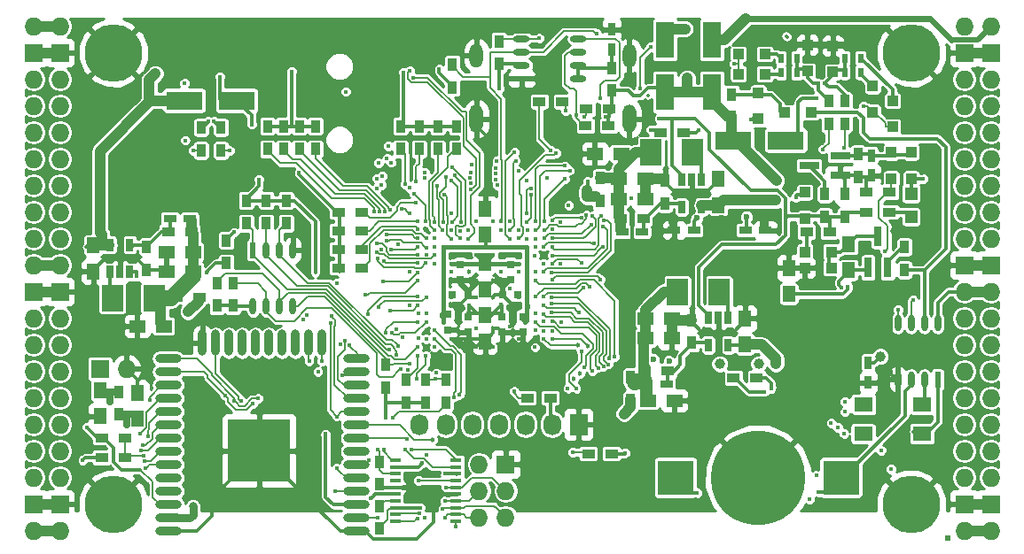
<source format=gbl>
G04 #@! TF.FileFunction,Copper,L4,Bot,Signal*
%FSLAX46Y46*%
G04 Gerber Fmt 4.6, Leading zero omitted, Abs format (unit mm)*
G04 Created by KiCad (PCBNEW 4.0.7+dfsg1-1) date Fri Feb  2 20:30:48 2018*
%MOMM*%
%LPD*%
G01*
G04 APERTURE LIST*
%ADD10C,0.100000*%
%ADD11O,1.727200X1.727200*%
%ADD12R,1.727200X1.727200*%
%ADD13R,0.500000X0.500000*%
%ADD14R,0.900000X1.200000*%
%ADD15R,1.800000X3.500000*%
%ADD16R,1.200000X0.900000*%
%ADD17R,2.000000X2.500000*%
%ADD18R,0.700000X1.200000*%
%ADD19R,1.250000X1.500000*%
%ADD20R,1.500000X1.250000*%
%ADD21R,0.800000X1.900000*%
%ADD22R,1.900000X0.800000*%
%ADD23R,1.200000X0.750000*%
%ADD24R,0.750000X1.200000*%
%ADD25C,5.500000*%
%ADD26R,1.000000X0.400000*%
%ADD27R,1.727200X2.032000*%
%ADD28O,1.727200X2.032000*%
%ADD29R,3.500000X1.800000*%
%ADD30R,3.500000X3.300000*%
%ADD31C,9.000000*%
%ADD32R,1.000000X1.000000*%
%ADD33O,1.300000X2.700000*%
%ADD34O,1.300000X2.300000*%
%ADD35R,0.600000X1.550000*%
%ADD36O,0.600000X1.550000*%
%ADD37R,1.550000X0.600000*%
%ADD38O,1.550000X0.600000*%
%ADD39O,2.500000X0.900000*%
%ADD40O,0.900000X2.500000*%
%ADD41R,6.000000X6.000000*%
%ADD42R,1.800000X1.400000*%
%ADD43R,1.200000X1.200000*%
%ADD44R,0.750000X0.800000*%
%ADD45R,0.800000X0.750000*%
%ADD46R,0.500000X0.900000*%
%ADD47C,0.400000*%
%ADD48C,1.000000*%
%ADD49C,0.600000*%
%ADD50C,0.454000*%
%ADD51C,0.800000*%
%ADD52C,0.700000*%
%ADD53C,0.300000*%
%ADD54C,0.500000*%
%ADD55C,0.190000*%
%ADD56C,1.000000*%
%ADD57C,0.600000*%
%ADD58C,0.400000*%
%ADD59C,0.800000*%
%ADD60C,0.700000*%
%ADD61C,1.500000*%
%ADD62C,0.127000*%
%ADD63C,1.200000*%
%ADD64C,0.200000*%
%ADD65C,0.254000*%
G04 APERTURE END LIST*
D10*
D11*
X97910000Y-62690000D03*
X95370000Y-62690000D03*
D12*
X97910000Y-65230000D03*
X95370000Y-65230000D03*
D11*
X97910000Y-67770000D03*
X95370000Y-67770000D03*
X97910000Y-70310000D03*
X95370000Y-70310000D03*
X97910000Y-72850000D03*
X95370000Y-72850000D03*
X97910000Y-75390000D03*
X95370000Y-75390000D03*
X97910000Y-77930000D03*
X95370000Y-77930000D03*
X97910000Y-80470000D03*
X95370000Y-80470000D03*
X97910000Y-83010000D03*
X95370000Y-83010000D03*
X97910000Y-85550000D03*
X95370000Y-85550000D03*
D12*
X97910000Y-88090000D03*
X95370000Y-88090000D03*
D11*
X97910000Y-90630000D03*
X95370000Y-90630000D03*
X97910000Y-93170000D03*
X95370000Y-93170000D03*
X97910000Y-95710000D03*
X95370000Y-95710000D03*
X97910000Y-98250000D03*
X95370000Y-98250000D03*
X97910000Y-100790000D03*
X95370000Y-100790000D03*
X97910000Y-103330000D03*
X95370000Y-103330000D03*
X97910000Y-105870000D03*
X95370000Y-105870000D03*
D12*
X97910000Y-108410000D03*
X95370000Y-108410000D03*
D11*
X97910000Y-110950000D03*
X95370000Y-110950000D03*
D13*
X182675150Y-111637626D03*
D14*
X103498000Y-99858000D03*
X103498000Y-97658000D03*
D15*
X155695000Y-69000000D03*
X155695000Y-64000000D03*
D16*
X157430000Y-72850000D03*
X155230000Y-72850000D03*
D17*
X160870000Y-88090000D03*
X156870000Y-88090000D03*
D18*
X159825000Y-90600000D03*
X160775000Y-90600000D03*
X161725000Y-90600000D03*
X161725000Y-93200000D03*
X159825000Y-93200000D03*
D17*
X102895000Y-88725000D03*
X106895000Y-88725000D03*
D18*
X104575000Y-86215000D03*
X103625000Y-86215000D03*
X102675000Y-86215000D03*
X102675000Y-83615000D03*
X104575000Y-83615000D03*
D17*
X158330000Y-74755000D03*
X154330000Y-74755000D03*
D18*
X157285000Y-77392000D03*
X158235000Y-77392000D03*
X159185000Y-77392000D03*
X159185000Y-79992000D03*
X157285000Y-79992000D03*
D19*
X101085000Y-83665000D03*
X101085000Y-86165000D03*
D20*
X153810000Y-90630000D03*
X156310000Y-90630000D03*
X153810000Y-92535000D03*
X156310000Y-92535000D03*
D19*
X163315000Y-93150000D03*
X163315000Y-90650000D03*
D20*
X151270000Y-79200000D03*
X153770000Y-79200000D03*
X151270000Y-77295000D03*
X153770000Y-77295000D03*
D19*
X160775000Y-79815000D03*
X160775000Y-77315000D03*
D20*
X110590000Y-84280000D03*
X108090000Y-84280000D03*
X110590000Y-86185000D03*
X108090000Y-86185000D03*
D19*
X173221000Y-86038000D03*
X173221000Y-83538000D03*
D21*
X176965000Y-85780000D03*
X175065000Y-85780000D03*
X176015000Y-82780000D03*
D22*
X172435000Y-75075000D03*
X172435000Y-76975000D03*
X169435000Y-76025000D03*
D23*
X153910000Y-96910000D03*
X155810000Y-96910000D03*
X151570000Y-82375000D03*
X153470000Y-82375000D03*
X110290000Y-81105000D03*
X108390000Y-81105000D03*
D24*
X175380000Y-75075000D03*
X175380000Y-76975000D03*
D16*
X169200000Y-82375000D03*
X171400000Y-82375000D03*
D14*
X172840000Y-80935000D03*
X172840000Y-78735000D03*
D16*
X177115000Y-80470000D03*
X174915000Y-80470000D03*
D14*
X174110000Y-74925000D03*
X174110000Y-77125000D03*
X178555000Y-83815000D03*
X178555000Y-86015000D03*
X113785000Y-83180000D03*
X113785000Y-85380000D03*
X170935000Y-80935000D03*
X170935000Y-78735000D03*
X128390000Y-108580000D03*
X128390000Y-110780000D03*
D16*
X150572000Y-103584000D03*
X148372000Y-103584000D03*
X177115000Y-78565000D03*
X174915000Y-78565000D03*
X153760000Y-95640000D03*
X155960000Y-95640000D03*
X110440000Y-82375000D03*
X108240000Y-82375000D03*
X151420000Y-81105000D03*
X153620000Y-81105000D03*
D14*
X158235000Y-90800000D03*
X158235000Y-93000000D03*
X106165000Y-86015000D03*
X106165000Y-83815000D03*
X155695000Y-77465000D03*
X155695000Y-79665000D03*
D16*
X126696000Y-85804000D03*
X124496000Y-85804000D03*
X126696000Y-84026000D03*
X124496000Y-84026000D03*
X126696000Y-82248000D03*
X124496000Y-82248000D03*
X126696000Y-80470000D03*
X124496000Y-80470000D03*
D14*
X130422000Y-74458000D03*
X130422000Y-72258000D03*
X132200000Y-74458000D03*
X132200000Y-72258000D03*
X133978000Y-74458000D03*
X133978000Y-72258000D03*
X135756000Y-74458000D03*
X135756000Y-72258000D03*
D24*
X150589600Y-64910000D03*
X150589600Y-63010000D03*
D11*
X184270000Y-110950000D03*
X186810000Y-110950000D03*
D12*
X184270000Y-108410000D03*
X186810000Y-108410000D03*
D11*
X184270000Y-105870000D03*
X186810000Y-105870000D03*
X184270000Y-103330000D03*
X186810000Y-103330000D03*
X184270000Y-100790000D03*
X186810000Y-100790000D03*
X184270000Y-98250000D03*
X186810000Y-98250000D03*
X184270000Y-95710000D03*
X186810000Y-95710000D03*
X184270000Y-93170000D03*
X186810000Y-93170000D03*
X184270000Y-90630000D03*
X186810000Y-90630000D03*
X184270000Y-88090000D03*
X186810000Y-88090000D03*
D12*
X184270000Y-85550000D03*
X186810000Y-85550000D03*
D11*
X184270000Y-83010000D03*
X186810000Y-83010000D03*
X184270000Y-80470000D03*
X186810000Y-80470000D03*
X184270000Y-77930000D03*
X186810000Y-77930000D03*
X184270000Y-75390000D03*
X186810000Y-75390000D03*
X184270000Y-72850000D03*
X186810000Y-72850000D03*
X184270000Y-70310000D03*
X186810000Y-70310000D03*
X184270000Y-67770000D03*
X186810000Y-67770000D03*
D12*
X184270000Y-65230000D03*
X186810000Y-65230000D03*
D11*
X184270000Y-62690000D03*
X186810000Y-62690000D03*
D25*
X102990000Y-108410000D03*
X179190000Y-108410000D03*
X179190000Y-65230000D03*
X102990000Y-65230000D03*
D14*
X162045000Y-71410000D03*
X162045000Y-69210000D03*
X139820000Y-66330000D03*
X139820000Y-64130000D03*
X135375000Y-68532000D03*
X135375000Y-66332000D03*
X150615000Y-68870000D03*
X150615000Y-66670000D03*
D16*
X150275000Y-72215000D03*
X148075000Y-72215000D03*
X150380000Y-70600000D03*
X148180000Y-70600000D03*
D26*
X135735000Y-104215000D03*
X135735000Y-104865000D03*
X135735000Y-105515000D03*
X135735000Y-106165000D03*
X135735000Y-106815000D03*
X135735000Y-107465000D03*
X135735000Y-108115000D03*
X135735000Y-108765000D03*
X135735000Y-109415000D03*
X135735000Y-110065000D03*
X129935000Y-110065000D03*
X129935000Y-109415000D03*
X129935000Y-108765000D03*
X129935000Y-108115000D03*
X129935000Y-107465000D03*
X129935000Y-106815000D03*
X129935000Y-106165000D03*
X129935000Y-105515000D03*
X129935000Y-104865000D03*
X129935000Y-104215000D03*
D14*
X119500000Y-79370000D03*
X119500000Y-81570000D03*
X114420000Y-89444000D03*
X114420000Y-87244000D03*
X129025000Y-97275000D03*
X129025000Y-95075000D03*
X117595000Y-79370000D03*
X117595000Y-81570000D03*
X112896000Y-89444000D03*
X112896000Y-87244000D03*
X115690000Y-79370000D03*
X115690000Y-81570000D03*
D16*
X144730000Y-98250000D03*
X142530000Y-98250000D03*
D14*
X132835000Y-98715000D03*
X132835000Y-96515000D03*
X130930000Y-98715000D03*
X130930000Y-96515000D03*
D16*
X101890000Y-103965000D03*
X104090000Y-103965000D03*
D12*
X101720000Y-95456000D03*
D11*
X104260000Y-95456000D03*
D16*
X104090000Y-102060000D03*
X101890000Y-102060000D03*
D19*
X167506000Y-88324000D03*
X167506000Y-85824000D03*
D16*
X164415000Y-96345000D03*
X162215000Y-96345000D03*
D12*
X140455000Y-104600000D03*
D11*
X137915000Y-104600000D03*
X140455000Y-107140000D03*
X137915000Y-107140000D03*
X140455000Y-109680000D03*
X137915000Y-109680000D03*
D19*
X138500000Y-90370000D03*
X138500000Y-92870000D03*
X138500000Y-82670000D03*
X138500000Y-80170000D03*
X138500000Y-85370000D03*
X138500000Y-87870000D03*
X101720000Y-97508000D03*
X101720000Y-100008000D03*
D14*
X113277000Y-74585000D03*
X113277000Y-72385000D03*
X111372000Y-74585000D03*
X111372000Y-72385000D03*
X172840000Y-72045000D03*
X172840000Y-69845000D03*
X171316000Y-72045000D03*
X171316000Y-69845000D03*
D27*
X147440000Y-100790000D03*
D28*
X144900000Y-100790000D03*
X142360000Y-100790000D03*
X139820000Y-100790000D03*
X137280000Y-100790000D03*
X134740000Y-100790000D03*
X132200000Y-100790000D03*
D19*
X105276000Y-100262000D03*
X105276000Y-97762000D03*
D29*
X109761000Y-69802000D03*
X114761000Y-69802000D03*
X167212000Y-73612000D03*
X162212000Y-73612000D03*
D15*
X160140000Y-64000000D03*
X160140000Y-69000000D03*
D20*
X154064000Y-98504000D03*
X156564000Y-98504000D03*
X107796000Y-91392000D03*
X105296000Y-91392000D03*
X151484000Y-74882000D03*
X148984000Y-74882000D03*
D14*
X134740000Y-96515000D03*
X134740000Y-98715000D03*
D30*
X172485000Y-105870000D03*
X156685000Y-105870000D03*
D31*
X164585000Y-105870000D03*
D32*
X169284000Y-66988000D03*
X169284000Y-64488000D03*
X171697000Y-67081000D03*
X171697000Y-64581000D03*
X169050000Y-84280000D03*
X171550000Y-84280000D03*
X169030000Y-81085000D03*
X169030000Y-78585000D03*
X171550000Y-85804000D03*
X169050000Y-85804000D03*
X179190000Y-77275000D03*
X179190000Y-74775000D03*
X177285000Y-74775000D03*
X177285000Y-77275000D03*
X167145000Y-70945000D03*
X169645000Y-70945000D03*
X164585000Y-69060000D03*
X164585000Y-71560000D03*
D14*
X128390000Y-106546000D03*
X128390000Y-104346000D03*
X117722000Y-74458000D03*
X117722000Y-72258000D03*
X119246000Y-74458000D03*
X119246000Y-72258000D03*
X120770000Y-74458000D03*
X120770000Y-72258000D03*
X122294000Y-74458000D03*
X122294000Y-72258000D03*
D16*
X145880000Y-69900000D03*
X143680000Y-69900000D03*
D33*
X152280000Y-71550000D03*
X137680000Y-71550000D03*
D34*
X137680000Y-65500000D03*
X152280000Y-65500000D03*
D35*
X181730000Y-96505000D03*
D36*
X180460000Y-96505000D03*
X179190000Y-96505000D03*
X177920000Y-96505000D03*
X177920000Y-91105000D03*
X179190000Y-91105000D03*
X180460000Y-91105000D03*
X181730000Y-91105000D03*
D37*
X141980000Y-67706500D03*
D38*
X141980000Y-66436500D03*
X141980000Y-65166500D03*
X141980000Y-63896500D03*
X147380000Y-63896500D03*
X147380000Y-65166500D03*
X147380000Y-66436500D03*
X147380000Y-67706500D03*
D35*
X116325000Y-84120000D03*
D36*
X117595000Y-84120000D03*
X118865000Y-84120000D03*
X120135000Y-84120000D03*
X120135000Y-89520000D03*
X118865000Y-89520000D03*
X117595000Y-89520000D03*
X116325000Y-89520000D03*
D39*
X126230000Y-111000000D03*
X126230000Y-109730000D03*
X126230000Y-108460000D03*
X126230000Y-107190000D03*
X126230000Y-105920000D03*
X126230000Y-104650000D03*
X126230000Y-103380000D03*
X126230000Y-102110000D03*
X126230000Y-100840000D03*
X126230000Y-99570000D03*
X126230000Y-98300000D03*
X126230000Y-97030000D03*
X126230000Y-95760000D03*
X126230000Y-94490000D03*
D40*
X122945000Y-93000000D03*
X121675000Y-93000000D03*
X120405000Y-93000000D03*
X119135000Y-93000000D03*
X117865000Y-93000000D03*
X116595000Y-93000000D03*
X115325000Y-93000000D03*
X114055000Y-93000000D03*
X112785000Y-93000000D03*
X111515000Y-93000000D03*
D39*
X108230000Y-94490000D03*
X108230000Y-95760000D03*
X108230000Y-97030000D03*
X108230000Y-98300000D03*
X108230000Y-99570000D03*
X108230000Y-100840000D03*
X108230000Y-102110000D03*
X108230000Y-103380000D03*
X108230000Y-104650000D03*
X108230000Y-105920000D03*
X108230000Y-107190000D03*
X108230000Y-108460000D03*
X108230000Y-109730000D03*
X108230000Y-111000000D03*
D41*
X116930000Y-103300000D03*
D42*
X180212000Y-98882000D03*
X174612000Y-98882000D03*
X174612000Y-101682000D03*
X180212000Y-101682000D03*
D43*
X179190000Y-78735000D03*
X179190000Y-80935000D03*
D44*
X140900000Y-86970000D03*
X140900000Y-85470000D03*
X136100000Y-86970000D03*
X136100000Y-85470000D03*
X136900000Y-91970000D03*
X136900000Y-90470000D03*
X140100000Y-91970000D03*
X140100000Y-90470000D03*
X142100000Y-91970000D03*
X142100000Y-90470000D03*
X134900000Y-91770000D03*
X134900000Y-90270000D03*
D45*
X136850000Y-88420000D03*
X135350000Y-88420000D03*
X140150000Y-88420000D03*
X141650000Y-88420000D03*
D23*
X163350000Y-82220000D03*
X165250000Y-82220000D03*
X158450000Y-82220000D03*
X156550000Y-82220000D03*
D24*
X175100000Y-94870000D03*
X175100000Y-96770000D03*
D46*
X166756000Y-67135000D03*
X168256000Y-67135000D03*
X174350000Y-67120000D03*
X172850000Y-67120000D03*
D32*
X162700000Y-67262000D03*
X165200000Y-67262000D03*
X165200000Y-65357000D03*
X162700000Y-65357000D03*
X175507000Y-70925000D03*
X175507000Y-68425000D03*
X177412000Y-69822000D03*
X177412000Y-72322000D03*
D46*
X166756000Y-65738000D03*
X168256000Y-65738000D03*
X172852000Y-65738000D03*
X174352000Y-65738000D03*
D14*
X152393000Y-96261000D03*
X152393000Y-98461000D03*
D16*
X109002000Y-88598000D03*
X111202000Y-88598000D03*
D14*
X149472000Y-77211000D03*
X149472000Y-79411000D03*
D47*
X173856000Y-71538990D03*
D48*
X164947008Y-63194069D03*
X175494572Y-64322557D03*
D47*
X135342764Y-89381630D03*
X144103496Y-84660400D03*
D48*
X177658444Y-82281349D03*
D47*
X145680000Y-81405125D03*
X145691238Y-94166752D03*
X145759873Y-91010176D03*
D49*
X152525938Y-81463870D03*
D48*
X162956098Y-95078488D03*
X158539988Y-94868772D03*
D49*
X161075765Y-80992022D03*
X164882869Y-80938986D03*
X156262773Y-81349374D03*
X123437000Y-108972000D03*
D47*
X132871770Y-84533979D03*
X132862998Y-82124544D03*
X131278306Y-86213101D03*
X135281276Y-80583119D03*
X131279502Y-89407325D03*
X170309539Y-85441529D03*
X145672808Y-85396062D03*
X133216000Y-107465000D03*
X137680000Y-88600000D03*
X142480000Y-95000000D03*
X141680000Y-92600000D03*
X140836000Y-84534000D03*
X135284627Y-94985297D03*
X135288625Y-94225619D03*
X134455822Y-94267172D03*
X136095958Y-93369652D03*
D50*
X139264636Y-91615205D03*
D48*
X116880503Y-64802940D03*
X106974809Y-64953974D03*
D47*
X177285000Y-95710000D03*
X140880000Y-81400000D03*
X140874194Y-91433353D03*
X142480000Y-94200000D03*
X140880000Y-93400000D03*
X139280000Y-93400000D03*
X137680000Y-93400000D03*
X136880000Y-92600000D03*
X135280000Y-92600000D03*
X132880000Y-91800000D03*
X132880000Y-93400000D03*
D50*
X141042859Y-86994997D03*
X139280000Y-87000000D03*
X136110990Y-86995403D03*
X137680000Y-87000000D03*
X136080000Y-84600000D03*
X139280000Y-88600000D03*
D48*
X157807568Y-67669269D03*
X101707889Y-82423180D03*
X107021491Y-67228122D03*
X166284693Y-95025145D03*
X166248957Y-79348409D03*
X166343357Y-77477990D03*
D47*
X172564535Y-87722010D03*
X150030853Y-71331848D03*
D48*
X157600000Y-62944000D03*
D47*
X134124945Y-66775980D03*
X139864366Y-68665673D03*
X137659051Y-91638034D03*
X135273306Y-88618602D03*
X135280000Y-86200000D03*
X135280000Y-85440000D03*
X158870000Y-72596000D03*
X114513935Y-82409431D03*
X116912932Y-77355158D03*
X109760378Y-68177900D03*
X109840000Y-73620000D03*
X132110753Y-92527478D03*
X113658000Y-89360000D03*
X165803369Y-97344883D03*
D48*
X148237462Y-79019093D03*
D47*
X148271935Y-77558071D03*
D48*
X160905403Y-95006436D03*
D49*
X158731133Y-81048929D03*
X154593901Y-94607945D03*
X156088245Y-94762980D03*
D48*
X164625730Y-94982471D03*
D49*
X163462982Y-80942429D03*
D48*
X176254940Y-94288458D03*
D51*
X110593913Y-108636458D03*
D47*
X180340784Y-77316932D03*
X173137949Y-87594275D03*
D52*
X102710050Y-98594954D03*
D47*
X129005202Y-100174798D03*
X172834633Y-99599920D03*
X172879922Y-98618650D03*
X176305593Y-103279812D03*
X100080000Y-104200000D03*
X139272517Y-84611349D03*
X137680556Y-84534085D03*
X141680000Y-86200000D03*
X132880000Y-92600000D03*
X141680000Y-88600000D03*
X141680000Y-85400000D03*
X129983242Y-91668979D03*
X121431221Y-90311593D03*
X121088335Y-90753785D03*
X130583026Y-92475628D03*
X146394787Y-97333919D03*
X143300000Y-86220000D03*
X147175985Y-97333919D03*
X147700000Y-93820000D03*
X144900000Y-91820000D03*
X142277990Y-91000000D03*
D48*
X110128890Y-90028152D03*
D47*
X142480000Y-83800000D03*
X134480000Y-83800000D03*
X134480000Y-91000000D03*
X125193541Y-68962993D03*
X155115280Y-71563465D03*
X105245010Y-86595559D03*
X170182962Y-69571012D03*
X170362901Y-107286196D03*
X158716651Y-107325176D03*
X136028224Y-97922729D03*
X128216338Y-109760338D03*
X132708000Y-109680000D03*
X134750646Y-106810513D03*
X133680000Y-91800000D03*
X135517016Y-98167170D03*
X134675868Y-108131585D03*
D50*
X133449289Y-102232615D03*
D47*
X133680000Y-92600000D03*
X132936956Y-103711000D03*
X127385678Y-104203668D03*
X133685482Y-93402296D03*
X134463998Y-108841973D03*
X131986331Y-96404793D03*
X131039072Y-102187000D03*
X134636872Y-109719950D03*
X132846234Y-94197073D03*
X176700000Y-84220000D03*
X143260000Y-84620000D03*
X120739932Y-76694083D03*
X130704878Y-67105564D03*
X147186000Y-71200000D03*
X147983153Y-71347080D03*
X149475951Y-69619684D03*
X153297112Y-68665673D03*
X177926984Y-89812061D03*
X154329326Y-64643767D03*
X152497066Y-79193467D03*
X146481406Y-79819384D03*
X143650666Y-63862520D03*
X179351513Y-88868327D03*
X149134122Y-63424051D03*
X140035989Y-81400000D03*
X121687479Y-94718249D03*
X128776655Y-87127857D03*
X132083026Y-86260405D03*
X113700000Y-98020000D03*
X116325960Y-98790853D03*
X122932649Y-94724357D03*
X124849021Y-96102869D03*
X122527919Y-95725900D03*
X116198000Y-72088000D03*
X127586603Y-107875044D03*
X113157250Y-67567056D03*
X146180000Y-70800000D03*
X131453853Y-103208291D03*
X149771692Y-81825658D03*
X144080000Y-86200000D03*
X149533922Y-86909940D03*
X144894316Y-86977564D03*
X144896700Y-83835368D03*
X149549750Y-80868432D03*
D50*
X147343891Y-93217126D03*
D47*
X144113248Y-92588762D03*
X144875155Y-86292748D03*
X149846468Y-81303978D03*
X148696112Y-80861847D03*
X144916886Y-82991356D03*
D50*
X148349010Y-93322307D03*
D47*
X144882352Y-92577990D03*
X144902941Y-90956495D03*
X148747982Y-95669626D03*
X144867244Y-90112484D03*
X149795895Y-95251084D03*
X144855814Y-89268481D03*
X150278898Y-95040253D03*
X150345974Y-94517527D03*
X144877648Y-88622010D03*
X150889207Y-94332565D03*
X143280000Y-87000000D03*
X130211351Y-93284273D03*
X131084713Y-95564177D03*
X130422000Y-95456000D03*
X131316164Y-94959140D03*
X130053332Y-94113207D03*
X132031990Y-93400000D03*
X129371747Y-93601166D03*
X141280657Y-97642010D03*
X133852393Y-95875797D03*
X133762848Y-96395146D03*
X132080000Y-94200000D03*
X128622659Y-84064643D03*
X105895603Y-103765816D03*
X130839477Y-103208987D03*
X129449238Y-89873934D03*
X132075624Y-89410644D03*
X128806823Y-103185900D03*
X128312094Y-89556924D03*
X132162861Y-106185868D03*
X132880000Y-88600000D03*
X127040053Y-88426410D03*
X124322162Y-105002357D03*
X132080000Y-87000000D03*
X125525099Y-93236764D03*
X124202418Y-107207639D03*
X110599084Y-74589383D03*
X132024412Y-109766775D03*
X114104080Y-74612196D03*
X132219727Y-109277292D03*
X115190634Y-98572389D03*
X131847310Y-79589886D03*
X132080000Y-81400000D03*
X132080007Y-82103333D03*
X132872609Y-82968555D03*
X133627359Y-81414685D03*
X133648389Y-82190597D03*
X131923295Y-77584853D03*
X130856828Y-77786820D03*
X129555604Y-91985990D03*
X132880000Y-91000000D03*
X129028593Y-91985999D03*
X132077338Y-91002010D03*
X131275302Y-80595752D03*
X130489904Y-80167235D03*
X128823114Y-85153560D03*
X132072985Y-85377990D03*
X133927939Y-77995210D03*
X134433979Y-82180155D03*
X163908850Y-71651861D03*
X135656559Y-110610712D03*
X132468001Y-104503413D03*
X146844288Y-103452739D03*
D52*
X104260000Y-100790000D03*
D47*
X114560994Y-98539563D03*
X116800000Y-98320000D03*
X111895217Y-86253790D03*
X165170594Y-97666317D03*
X170157734Y-105666345D03*
X169506589Y-107953726D03*
X142571021Y-82204353D03*
X143287402Y-83042010D03*
X170735900Y-74464979D03*
X168166438Y-79108038D03*
X151896383Y-103510715D03*
X112614274Y-71803529D03*
X112074854Y-71810535D03*
X143269694Y-93414905D03*
X177274002Y-105079115D03*
X172761273Y-101651681D03*
X143280000Y-91800000D03*
X172193360Y-101105663D03*
X144064831Y-91877646D03*
X144080000Y-90956495D03*
X171540304Y-100645743D03*
X135277990Y-82193851D03*
X129493343Y-75737814D03*
X136124555Y-82260038D03*
X129125079Y-75315804D03*
X135382945Y-76183471D03*
X136080000Y-83000000D03*
X129252218Y-74142461D03*
X142454428Y-77497451D03*
X142460000Y-83020000D03*
X172746637Y-74347988D03*
X143280000Y-83800000D03*
X170300000Y-68151000D03*
X170950000Y-68125562D03*
X125110333Y-92787995D03*
X124361185Y-87274371D03*
X124361184Y-87274370D03*
X182675150Y-111637626D03*
X166678914Y-70803555D03*
X123273881Y-101715917D03*
X129660000Y-100155000D03*
X127308270Y-90221456D03*
X132084049Y-88558274D03*
X128280000Y-103200000D03*
X120008000Y-67008000D03*
X133680000Y-83000000D03*
X129457990Y-80285112D03*
X133680000Y-83800000D03*
X128943593Y-80399729D03*
X130204628Y-83599483D03*
X128416582Y-80399850D03*
X127889625Y-80407426D03*
X133680000Y-85400000D03*
X144780000Y-74590382D03*
X140896226Y-87816226D03*
X140038941Y-89350966D03*
X136944530Y-89373464D03*
D50*
X136938110Y-86196311D03*
D47*
X140014602Y-86192969D03*
X139285803Y-90177691D03*
X137689001Y-90122990D03*
D48*
X151758000Y-99774000D03*
D47*
X136885174Y-90194826D03*
X140094890Y-90122990D03*
X128333179Y-75769807D03*
X134613000Y-78819000D03*
X135280000Y-83022010D03*
X154298000Y-72596000D03*
X100450000Y-101044000D03*
X132285867Y-108754446D03*
X134707351Y-105508447D03*
X139280000Y-81400000D03*
X139655433Y-77904002D03*
X139544632Y-77388769D03*
X139544632Y-76821137D03*
X139544634Y-76294124D03*
X139618475Y-75609426D03*
X137680000Y-81400000D03*
X137177990Y-75950190D03*
X137133428Y-76690852D03*
X137078886Y-77215034D03*
X137097649Y-77741712D03*
X135576944Y-76974283D03*
X136160979Y-81416027D03*
X135316968Y-81442010D03*
X135280062Y-77463305D03*
X134732932Y-77130506D03*
X134471370Y-81406751D03*
D50*
X146942280Y-96452058D03*
X147534467Y-95913260D03*
D47*
X147928857Y-95339016D03*
X143322010Y-91000657D03*
X149284391Y-95377990D03*
X144077013Y-90266968D03*
X147430953Y-90112484D03*
X144076240Y-89395301D03*
X143322010Y-90201951D03*
X147910791Y-87683418D03*
X144082832Y-88584510D03*
X143322010Y-88595030D03*
X148483539Y-87608166D03*
X144102010Y-85397219D03*
X144889349Y-85448737D03*
X147687390Y-85374093D03*
X149732494Y-83807694D03*
X144912409Y-84635817D03*
X148921512Y-83442010D03*
X144103186Y-83777990D03*
X144131413Y-83000000D03*
X148610661Y-81705858D03*
X144888125Y-82147345D03*
X144176662Y-82199998D03*
X148175253Y-80781550D03*
X147688311Y-80983115D03*
X144880008Y-81303333D03*
X142897396Y-78799640D03*
X142460000Y-81420000D03*
X142899303Y-78260230D03*
X142460000Y-80620000D03*
X144175043Y-81398770D03*
X146089079Y-77300571D03*
X144394875Y-77219934D03*
X143332651Y-82197990D03*
X146577729Y-76500816D03*
X143331031Y-81377293D03*
X146130802Y-76060132D03*
X141727010Y-82998875D03*
X145255695Y-74817220D03*
X141727010Y-82194937D03*
X140028978Y-82200000D03*
X141666300Y-76561028D03*
X141314467Y-74741289D03*
X140861329Y-83041266D03*
X141413519Y-75564114D03*
X140872990Y-82177164D03*
X132761172Y-77202673D03*
X132737245Y-76676207D03*
X128644933Y-77050030D03*
X128152012Y-77257840D03*
X128125571Y-78233647D03*
X128590544Y-77894041D03*
X131253134Y-78134216D03*
X106477197Y-98487772D03*
X131709326Y-78745875D03*
X132783339Y-81400004D03*
X132079024Y-82984045D03*
X129109095Y-82655074D03*
X105572759Y-101661319D03*
X106276126Y-101893466D03*
X132880889Y-83897835D03*
X129054383Y-83179239D03*
X129487667Y-84079929D03*
X132083682Y-83828056D03*
X105813763Y-102819336D03*
X128165458Y-83509725D03*
X132062099Y-84533979D03*
X105627254Y-103312241D03*
X128182016Y-84353737D03*
X105992720Y-104283802D03*
X133671942Y-84595200D03*
X128207686Y-84880123D03*
X106088753Y-104974041D03*
X132834641Y-85377990D03*
X123714874Y-91057383D03*
X124326000Y-100028000D03*
X124681087Y-93093755D03*
X132900000Y-90180000D03*
X123846546Y-90451525D03*
X132100000Y-90157990D03*
X162271466Y-66284958D03*
X137100000Y-78320000D03*
X136900000Y-82220000D03*
X131329207Y-66928055D03*
X174611510Y-70367022D03*
X136900000Y-83020000D03*
X131644095Y-67620000D03*
D53*
X154044000Y-69310596D02*
X154052298Y-69302298D01*
X167336000Y-63706000D02*
X167252000Y-63622000D01*
X175494572Y-64322557D02*
X166075496Y-64322557D01*
X166075496Y-64322557D02*
X165447007Y-63694068D01*
X165447007Y-63694068D02*
X164947008Y-63194069D01*
X138500000Y-79120000D02*
X138500000Y-80170000D01*
X138630000Y-78990000D02*
X138500000Y-79120000D01*
X138630000Y-73200000D02*
X138630000Y-78990000D01*
X137680000Y-72250000D02*
X138630000Y-73200000D01*
X137680000Y-71550000D02*
X137680000Y-72250000D01*
X164882869Y-80938986D02*
X164882869Y-81852869D01*
X164882869Y-81852869D02*
X165250000Y-82220000D01*
X156550000Y-82220000D02*
X156550000Y-82895000D01*
X156550000Y-82895000D02*
X155822000Y-83623000D01*
X155822000Y-83623000D02*
X155822000Y-83645000D01*
X156262773Y-81349374D02*
X156262773Y-81932773D01*
X156262773Y-81932773D02*
X156550000Y-82220000D01*
X139264636Y-91615205D02*
X139745205Y-91615205D01*
X139745205Y-91615205D02*
X140100000Y-91970000D01*
D54*
X140150000Y-88420000D02*
X140150000Y-87606614D01*
X140150000Y-87606614D02*
X139543386Y-87000000D01*
D53*
X139543386Y-87000000D02*
X139280000Y-87000000D01*
X140150000Y-88420000D02*
X140150000Y-87618935D01*
D54*
X140150000Y-87618935D02*
X140773938Y-86994997D01*
D53*
X140773938Y-86994997D02*
X141042859Y-86994997D01*
X137680000Y-87000000D02*
X137680000Y-87050000D01*
X137680000Y-87050000D02*
X138500000Y-87870000D01*
X139280000Y-87000000D02*
X139280000Y-87090000D01*
X139280000Y-87090000D02*
X138500000Y-87870000D01*
X140150000Y-88420000D02*
X141150000Y-89420000D01*
X140150000Y-88420000D02*
X139460000Y-88420000D01*
X139460000Y-88420000D02*
X139280000Y-88600000D01*
X137680000Y-87000000D02*
X137680000Y-87298789D01*
D54*
X137680000Y-87298789D02*
X136850000Y-88128789D01*
D53*
X136850000Y-88128789D02*
X136850000Y-88420000D01*
X136110990Y-86995403D02*
X136110990Y-87288031D01*
X136850000Y-88027041D02*
X136850000Y-88420000D01*
D54*
X136110990Y-87288031D02*
X136850000Y-88027041D01*
D53*
X136110990Y-86995403D02*
X137675403Y-86995403D01*
X137675403Y-86995403D02*
X137680000Y-87000000D01*
X135850000Y-90220000D02*
X135850000Y-89545000D01*
X135850000Y-89545000D02*
X136795000Y-88600000D01*
X136795000Y-88600000D02*
X137397158Y-88600000D01*
X137397158Y-88600000D02*
X137680000Y-88600000D01*
X153039876Y-83645000D02*
X155822000Y-83645000D01*
X152525938Y-83131062D02*
X153039876Y-83645000D01*
X152525938Y-81463870D02*
X152525938Y-83131062D01*
D55*
X138029000Y-66332000D02*
X138115000Y-66246000D01*
D53*
X133415999Y-107664999D02*
X133216000Y-107465000D01*
X133612013Y-107861013D02*
X133415999Y-107664999D01*
X131991648Y-111780338D02*
X133612013Y-110159973D01*
X127810434Y-111780338D02*
X131991648Y-111780338D01*
X133612013Y-110159973D02*
X133612013Y-107861013D01*
X127060434Y-111030338D02*
X127810434Y-111780338D01*
X126260434Y-111030338D02*
X127060434Y-111030338D01*
D56*
X184270000Y-108410000D02*
X186810000Y-108410000D01*
X184270000Y-85550000D02*
X186810000Y-85550000D01*
X184270000Y-65230000D02*
X186810000Y-65230000D01*
X95370000Y-65230000D02*
X97910000Y-65230000D01*
X95370000Y-88090000D02*
X97910000Y-88090000D01*
X95370000Y-108410000D02*
X97910000Y-108410000D01*
D53*
X108260434Y-111030338D02*
X109060434Y-111030338D01*
X109060434Y-111030338D02*
X109140772Y-110950000D01*
X110957617Y-110950000D02*
X112380000Y-109527617D01*
X109140772Y-110950000D02*
X110957617Y-110950000D01*
X112380000Y-109527617D02*
X112380000Y-107854384D01*
X112380000Y-107854384D02*
X116904046Y-103330338D01*
X116904046Y-103330338D02*
X116960434Y-103330338D01*
X167506000Y-85824000D02*
X169927068Y-85824000D01*
X169927068Y-85824000D02*
X170109540Y-85641528D01*
X170109540Y-85641528D02*
X170309539Y-85441529D01*
X104260000Y-95456000D02*
X105276000Y-96472000D01*
X105276000Y-96472000D02*
X105276000Y-97762000D01*
X133216000Y-107465000D02*
X132214478Y-107465000D01*
X135735000Y-107465000D02*
X133216000Y-107465000D01*
X132214478Y-107465000D02*
X131572496Y-106823018D01*
X131572496Y-106823018D02*
X129919874Y-106823018D01*
X126260434Y-111030338D02*
X124660659Y-111030338D01*
X124660659Y-111030338D02*
X116960659Y-103330338D01*
X116960659Y-103330338D02*
X116960434Y-103330338D01*
X129935000Y-106815000D02*
X128659000Y-106815000D01*
X128659000Y-106815000D02*
X128390000Y-106546000D01*
X128390000Y-106546000D02*
X128558000Y-106546000D01*
X136126306Y-93400000D02*
X136095958Y-93369652D01*
X136880000Y-92600000D02*
X136110348Y-93369652D01*
X136049652Y-93369652D02*
X136095958Y-93369652D01*
X137680000Y-93400000D02*
X136126306Y-93400000D01*
X135280000Y-92600000D02*
X136049652Y-93369652D01*
X136110348Y-93369652D02*
X136095958Y-93369652D01*
X139264636Y-92054364D02*
X139264636Y-91936231D01*
X139264636Y-91936231D02*
X139264636Y-91615205D01*
X138550000Y-92769000D02*
X139264636Y-92054364D01*
X136880000Y-92600000D02*
X137680000Y-93400000D01*
X136880000Y-92600000D02*
X138381000Y-92600000D01*
X138381000Y-92600000D02*
X138550000Y-92769000D01*
X135280000Y-92600000D02*
X136880000Y-92600000D01*
X138550000Y-92769000D02*
X138649000Y-92769000D01*
X138649000Y-92769000D02*
X139280000Y-93400000D01*
X138550000Y-92769000D02*
X138311000Y-92769000D01*
X138311000Y-92769000D02*
X137680000Y-93400000D01*
X177285000Y-95710000D02*
X177285000Y-95964000D01*
X177285000Y-95964000D02*
X177920000Y-96599000D01*
X102210000Y-84915000D02*
X103625000Y-84915000D01*
X103625000Y-84915000D02*
X105215000Y-84915000D01*
X103625000Y-86215000D02*
X103625000Y-84915000D01*
X105215000Y-84915000D02*
X106165000Y-85865000D01*
X106165000Y-85865000D02*
X106165000Y-86015000D01*
X101085000Y-86165000D02*
X101085000Y-86040000D01*
X101085000Y-86040000D02*
X102210000Y-84915000D01*
X106165000Y-86015000D02*
X107920000Y-86015000D01*
X107920000Y-86015000D02*
X108090000Y-86185000D01*
D56*
X153770000Y-77295000D02*
X155525000Y-77295000D01*
D53*
X155525000Y-77295000D02*
X155695000Y-77465000D01*
D56*
X153770000Y-79200000D02*
X153770000Y-77295000D01*
D53*
X174110000Y-77125000D02*
X174745000Y-77125000D01*
X174745000Y-77125000D02*
X175230000Y-77125000D01*
X174915000Y-78565000D02*
X174915000Y-77295000D01*
X174915000Y-77295000D02*
X174745000Y-77125000D01*
X172840000Y-78735000D02*
X172840000Y-77380000D01*
X172840000Y-77380000D02*
X172435000Y-76975000D01*
X175230000Y-77125000D02*
X175380000Y-76975000D01*
X172435000Y-76975000D02*
X173960000Y-76975000D01*
X173960000Y-76975000D02*
X174110000Y-77125000D01*
X159850000Y-78365000D02*
X158235000Y-78365000D01*
X158235000Y-78365000D02*
X156445000Y-78365000D01*
X158235000Y-77235000D02*
X158235000Y-78365000D01*
X160775000Y-77315000D02*
X160775000Y-77440000D01*
X160775000Y-77440000D02*
X159850000Y-78365000D01*
X156445000Y-78365000D02*
X155695000Y-77615000D01*
X155695000Y-77615000D02*
X155695000Y-77465000D01*
D56*
X156310000Y-90630000D02*
X156310000Y-92535000D01*
X158235000Y-90800000D02*
X156480000Y-90800000D01*
D53*
X156480000Y-90800000D02*
X156310000Y-90630000D01*
X163315000Y-90650000D02*
X163315000Y-90834602D01*
X163315000Y-90834602D02*
X162249602Y-91900000D01*
X162249602Y-91900000D02*
X160775000Y-91900000D01*
X101085000Y-86165000D02*
X101085000Y-85929893D01*
X106165000Y-85944374D02*
X106165000Y-86015000D01*
X159185000Y-91900000D02*
X160775000Y-91900000D01*
X160775000Y-90600000D02*
X160775000Y-91900000D01*
X158235000Y-90800000D02*
X158235000Y-90950000D01*
X158235000Y-90950000D02*
X159185000Y-91900000D01*
X108090000Y-84280000D02*
X108090000Y-86185000D01*
X107625000Y-84745000D02*
X108090000Y-84280000D01*
X108070000Y-84260000D02*
X108090000Y-84280000D01*
X141037856Y-87000000D02*
X141042859Y-86994997D01*
X139280000Y-87000000D02*
X141037856Y-87000000D01*
D56*
X162045000Y-71410000D02*
X162045000Y-71260000D01*
X155695000Y-69000000D02*
X157800000Y-69000000D01*
X157800000Y-69000000D02*
X160140000Y-69000000D01*
D53*
X157807568Y-68376375D02*
X157800000Y-68383943D01*
D56*
X157807568Y-67669269D02*
X157807568Y-68376375D01*
X157800000Y-68383943D02*
X157800000Y-69000000D01*
X101707889Y-74640111D02*
X101707889Y-81716074D01*
X106407114Y-69940886D02*
X101707889Y-74640111D01*
D53*
X101733051Y-82423180D02*
X101707889Y-82423180D01*
D56*
X101707889Y-81716074D02*
X101707889Y-82423180D01*
D53*
X101913492Y-82603621D02*
X101733051Y-82423180D01*
D56*
X106407114Y-69940886D02*
X106407114Y-67842499D01*
X106521492Y-67728121D02*
X107021491Y-67228122D01*
X106407114Y-67842499D02*
X106521492Y-67728121D01*
X166284693Y-94494693D02*
X166284693Y-95025145D01*
X164940000Y-93150000D02*
X166284693Y-94494693D01*
X163315000Y-93150000D02*
X164940000Y-93150000D01*
X165541851Y-79348409D02*
X166248957Y-79348409D01*
X161241591Y-79348409D02*
X165541851Y-79348409D01*
X160790000Y-79800000D02*
X161241591Y-79348409D01*
D53*
X150615000Y-68870000D02*
X152180000Y-68870000D01*
X153331001Y-69348999D02*
X152658999Y-69348999D01*
X152658999Y-69348999D02*
X152180000Y-68870000D01*
X154087002Y-68592998D02*
X155287998Y-68592998D01*
X153331001Y-69348999D02*
X154087002Y-68592998D01*
X155287998Y-68592998D02*
X155695000Y-69000000D01*
D56*
X162045000Y-71410000D02*
X162045000Y-73179633D01*
X162045000Y-73179633D02*
X165843358Y-76977991D01*
X165843358Y-76977991D02*
X166343357Y-77477990D01*
D53*
X101085000Y-83665000D02*
X101684316Y-83665000D01*
X101684316Y-83665000D02*
X101913492Y-83435824D01*
D56*
X101913492Y-83435824D02*
X101913492Y-82603621D01*
D53*
X172296000Y-87453475D02*
X172364536Y-87522011D01*
X172364536Y-87522011D02*
X172564535Y-87722010D01*
X172296000Y-87088000D02*
X172296000Y-87453475D01*
X173221000Y-86038000D02*
X173221000Y-86163000D01*
X173221000Y-86163000D02*
X172296000Y-87088000D01*
X150275000Y-71465000D02*
X150380000Y-71360000D01*
X150380000Y-71360000D02*
X150380000Y-70600000D01*
X150615000Y-70935000D02*
X150615000Y-69995990D01*
X150615000Y-69995990D02*
X150615000Y-68870000D01*
X150313695Y-71331848D02*
X150030853Y-71331848D01*
X150141848Y-71331848D02*
X150030853Y-71331848D01*
X150275000Y-71465000D02*
X150141848Y-71331848D01*
X150275000Y-72215000D02*
X150275000Y-71465000D01*
X160140000Y-69000000D02*
X160140000Y-69850000D01*
D56*
X160140000Y-69850000D02*
X161700000Y-71410000D01*
D53*
X110610000Y-69548000D02*
X110610000Y-69802000D01*
D56*
X109975000Y-69802000D02*
X106546000Y-69802000D01*
X106546000Y-69802000D02*
X106419000Y-69929000D01*
X106419000Y-69929000D02*
X106407114Y-69940886D01*
D53*
X106419000Y-69675000D02*
X106419000Y-69929000D01*
X100572432Y-83665000D02*
X100424079Y-83813353D01*
X101085000Y-83665000D02*
X100572432Y-83665000D01*
X160790000Y-79800000D02*
X160775000Y-79815000D01*
X160775000Y-79940000D02*
X160775000Y-79815000D01*
X164925000Y-93150000D02*
X164240000Y-93150000D01*
X164240000Y-93150000D02*
X163315000Y-93150000D01*
X101085000Y-83665000D02*
X101085000Y-83790000D01*
D56*
X159185000Y-79835000D02*
X160755000Y-79835000D01*
D53*
X160755000Y-79835000D02*
X160775000Y-79815000D01*
X161725000Y-93200000D02*
X163265000Y-93200000D01*
X163265000Y-93200000D02*
X163315000Y-93150000D01*
X173221000Y-86038000D02*
X174807000Y-86038000D01*
X174807000Y-86038000D02*
X175065000Y-85780000D01*
D56*
X101085000Y-83665000D02*
X102625000Y-83665000D01*
D53*
X102625000Y-83665000D02*
X102675000Y-83615000D01*
X161700000Y-71410000D02*
X162045000Y-71410000D01*
X162045000Y-71753000D02*
X162045000Y-71410000D01*
X155695000Y-64000000D02*
X155695000Y-63368337D01*
X155695000Y-63368337D02*
X156119337Y-62944000D01*
D56*
X156119337Y-62944000D02*
X157600000Y-62944000D01*
X160140000Y-64000000D02*
X161340000Y-64000000D01*
X161340000Y-64000000D02*
X163399217Y-61940783D01*
D57*
X163399217Y-61940783D02*
X180980783Y-61940783D01*
D54*
X185540000Y-63960000D02*
X186810000Y-62690000D01*
D57*
X180980783Y-61940783D02*
X183000000Y-63960000D01*
D54*
X183000000Y-63960000D02*
X185540000Y-63960000D01*
D56*
X148237462Y-79019093D02*
X149080093Y-79019093D01*
D53*
X149080093Y-79019093D02*
X149472000Y-79411000D01*
X135375000Y-68382000D02*
X134124945Y-67131945D01*
X135375000Y-68532000D02*
X135375000Y-68382000D01*
X134124945Y-67131945D02*
X134124945Y-67058822D01*
X134124945Y-67058822D02*
X134124945Y-66775980D01*
X139820000Y-66330000D02*
X139820000Y-68621307D01*
X139820000Y-68621307D02*
X139864366Y-68665673D01*
X163462982Y-80942429D02*
X163462982Y-82107018D01*
X163462982Y-82107018D02*
X163350000Y-82220000D01*
X158450000Y-82220000D02*
X158450000Y-81330062D01*
X158450000Y-81330062D02*
X158731133Y-81048929D01*
X175100000Y-94870000D02*
X175673398Y-94870000D01*
X175673398Y-94870000D02*
X176254940Y-94288458D01*
D58*
X135280000Y-85440000D02*
X135700000Y-85440000D01*
X135700000Y-85440000D02*
X138430000Y-85440000D01*
D53*
X136100000Y-85470000D02*
X135730000Y-85470000D01*
X135730000Y-85470000D02*
X135700000Y-85440000D01*
D58*
X141680000Y-85400000D02*
X140900000Y-85400000D01*
X140900000Y-85400000D02*
X138530000Y-85400000D01*
D53*
X140500000Y-85470000D02*
X140830000Y-85470000D01*
X140830000Y-85470000D02*
X140900000Y-85400000D01*
X138430000Y-85440000D02*
X138500000Y-85370000D01*
X138530000Y-85400000D02*
X138500000Y-85370000D01*
X158616000Y-72850000D02*
X158870000Y-72596000D01*
X157430000Y-72850000D02*
X158616000Y-72850000D01*
X113785000Y-83138366D02*
X114313936Y-82609430D01*
X113785000Y-83180000D02*
X113785000Y-83138366D01*
X114313936Y-82609430D02*
X114513935Y-82409431D01*
X116912932Y-77638000D02*
X116912932Y-77355158D01*
X116912932Y-77997068D02*
X116912932Y-77638000D01*
X115690000Y-79220000D02*
X116912932Y-77997068D01*
X115690000Y-79370000D02*
X115690000Y-79220000D01*
X112896000Y-89444000D02*
X113574000Y-89444000D01*
X113574000Y-89444000D02*
X113658000Y-89360000D01*
X114420000Y-89444000D02*
X113742000Y-89444000D01*
X113742000Y-89444000D02*
X113658000Y-89360000D01*
X112856637Y-89483363D02*
X112896000Y-89444000D01*
X179190000Y-78735000D02*
X179190000Y-77275000D01*
X165803369Y-96833369D02*
X165803369Y-97062041D01*
X165315000Y-96345000D02*
X165803369Y-96833369D01*
X165803369Y-97062041D02*
X165803369Y-97344883D01*
X164415000Y-96345000D02*
X165315000Y-96345000D01*
D56*
X148202000Y-78413082D02*
X148202454Y-78413536D01*
D53*
X148202000Y-78022023D02*
X148271935Y-77952088D01*
X148271935Y-77952088D02*
X148271935Y-77840913D01*
D56*
X148202454Y-78413536D02*
X148202454Y-78984085D01*
X148202454Y-78984085D02*
X148237462Y-79019093D01*
D53*
X148271935Y-77840913D02*
X148271935Y-77558071D01*
D59*
X110593913Y-109202143D02*
X110593913Y-108636458D01*
X110593913Y-109476859D02*
X110593913Y-109202143D01*
X110310434Y-109760338D02*
X110593913Y-109476859D01*
X108260434Y-109760338D02*
X110310434Y-109760338D01*
D53*
X179190000Y-77075000D02*
X179431932Y-77316932D01*
X179431932Y-77316932D02*
X180057942Y-77316932D01*
X180057942Y-77316932D02*
X180340784Y-77316932D01*
D56*
X184270000Y-110950000D02*
X186810000Y-110950000D01*
X184270000Y-88090000D02*
X186810000Y-88090000D01*
X95370000Y-62690000D02*
X97910000Y-62690000D01*
X95370000Y-85550000D02*
X97910000Y-85550000D01*
X95370000Y-110950000D02*
X97910000Y-110950000D01*
D53*
X129025000Y-97275000D02*
X129025000Y-98800000D01*
X129025000Y-98800000D02*
X129025000Y-100155000D01*
X130930000Y-98715000D02*
X129110000Y-98715000D01*
X129110000Y-98715000D02*
X129025000Y-98800000D01*
X167506000Y-88324000D02*
X172691066Y-88324000D01*
X172691066Y-88324000D02*
X173137949Y-87877117D01*
X173137949Y-87877117D02*
X173137949Y-87594275D01*
D60*
X102710050Y-97683950D02*
X102710050Y-98099980D01*
X102736000Y-97658000D02*
X102710050Y-97683950D01*
X102710050Y-98099980D02*
X102710050Y-98594954D01*
X102736000Y-97658000D02*
X101870000Y-97658000D01*
X103498000Y-97658000D02*
X102736000Y-97658000D01*
D53*
X101870000Y-97658000D02*
X101720000Y-97508000D01*
X129025000Y-100155000D02*
X129005202Y-100174798D01*
X129025000Y-97275000D02*
X129025000Y-98175000D01*
X132835000Y-98715000D02*
X130930000Y-98715000D01*
X138550000Y-85042000D02*
X138188471Y-85042000D01*
X138188471Y-85042000D02*
X137680556Y-84534085D01*
X138550000Y-85042000D02*
X138841866Y-85042000D01*
X138841866Y-85042000D02*
X139272517Y-84611349D01*
X137680556Y-84534085D02*
X139195253Y-84534085D01*
X139195253Y-84534085D02*
X139272517Y-84611349D01*
X181730000Y-89106000D02*
X182746000Y-88090000D01*
X182746000Y-88090000D02*
X184270000Y-88090000D01*
X181730000Y-91011000D02*
X181730000Y-89106000D01*
X144730000Y-98250000D02*
X144730000Y-99266000D01*
X144730000Y-99266000D02*
X144730000Y-99400000D01*
X144730000Y-99400000D02*
X144730000Y-100620000D01*
X122280000Y-86300000D02*
X122280000Y-81400000D01*
X122280000Y-81400000D02*
X120250000Y-79370000D01*
X120250000Y-79370000D02*
X119500000Y-79370000D01*
X100315000Y-103965000D02*
X100080000Y-104200000D01*
X101890000Y-103965000D02*
X100315000Y-103965000D01*
X117595000Y-79370000D02*
X119500000Y-79370000D01*
X115690000Y-79370000D02*
X117595000Y-79370000D01*
X114480000Y-89500000D02*
X116305000Y-89500000D01*
X116305000Y-89500000D02*
X116325000Y-89520000D01*
X144900000Y-98250000D02*
X144730000Y-98250000D01*
X144730000Y-100620000D02*
X144900000Y-100790000D01*
X139820000Y-66330000D02*
X141875000Y-66330000D01*
X141875000Y-66330000D02*
X141980000Y-66435000D01*
D55*
X146493162Y-96651096D02*
X146975986Y-97133920D01*
X146975986Y-97133920D02*
X147175985Y-97333919D01*
X147700000Y-93820000D02*
X147700000Y-94825565D01*
X147700000Y-94825565D02*
X146493162Y-96032403D01*
X146493162Y-96032403D02*
X146493162Y-96651096D01*
D53*
X156010000Y-95710000D02*
X156524914Y-95710000D01*
X156524914Y-95710000D02*
X157145126Y-95089788D01*
X157145126Y-95089788D02*
X157145126Y-94239874D01*
X157145126Y-94239874D02*
X158235000Y-93150000D01*
X158235000Y-93150000D02*
X158235000Y-93000000D01*
X155960000Y-95640000D02*
X155960000Y-96760000D01*
X155960000Y-96760000D02*
X155810000Y-96910000D01*
X158235000Y-93000000D02*
X159625000Y-93000000D01*
X159625000Y-93000000D02*
X159825000Y-93200000D01*
X142100000Y-90470000D02*
X142100000Y-90822010D01*
X142100000Y-90822010D02*
X142277990Y-91000000D01*
D58*
X134480000Y-90620000D02*
X134480000Y-90220000D01*
X134480000Y-90220000D02*
X134480000Y-83800000D01*
D53*
X134900000Y-90270000D02*
X134530000Y-90270000D01*
X134530000Y-90270000D02*
X134480000Y-90220000D01*
D58*
X142480000Y-83800000D02*
X142480000Y-89820000D01*
X142480000Y-89820000D02*
X142480000Y-90797990D01*
D53*
X142650000Y-89420000D02*
X142650000Y-89650000D01*
X142650000Y-89650000D02*
X142480000Y-89820000D01*
D58*
X134480000Y-91000000D02*
X134480000Y-90620000D01*
D53*
X134350000Y-90220000D02*
X134350000Y-90490000D01*
X134350000Y-90490000D02*
X134480000Y-90620000D01*
D58*
X142480000Y-90797990D02*
X142477989Y-90800001D01*
X142477989Y-90800001D02*
X142277990Y-91000000D01*
D56*
X111124699Y-88838819D02*
X111124699Y-89032343D01*
X111124699Y-89032343D02*
X110128890Y-90028152D01*
D58*
X137480000Y-83800000D02*
X138550000Y-83800000D01*
X138550000Y-83800000D02*
X142480000Y-83800000D01*
D53*
X138550000Y-83298000D02*
X138550000Y-83800000D01*
D58*
X134480000Y-83800000D02*
X137480000Y-83800000D01*
D53*
X156328929Y-71563465D02*
X155398122Y-71563465D01*
X156330000Y-71564536D02*
X156328929Y-71563465D01*
X155398122Y-71563465D02*
X155115280Y-71563465D01*
X156330000Y-71564536D02*
X158568523Y-71564536D01*
X157285000Y-77235000D02*
X157285000Y-76985000D01*
X157285000Y-76985000D02*
X156319773Y-76019773D01*
X156319773Y-76019773D02*
X156319773Y-71574763D01*
X156319773Y-71574763D02*
X156330000Y-71564536D01*
X158568523Y-71564536D02*
X159926293Y-72922306D01*
X159926293Y-72922306D02*
X159926293Y-74478638D01*
X159926293Y-74478638D02*
X163850815Y-78403160D01*
X163850815Y-78403160D02*
X166402566Y-78403160D01*
X166402566Y-78403160D02*
X167183550Y-79184144D01*
X167183550Y-79184144D02*
X167183550Y-81105000D01*
X105245010Y-86312717D02*
X105245010Y-86595559D01*
X105245010Y-86235010D02*
X105245010Y-86312717D01*
X104575000Y-86215000D02*
X105225000Y-86215000D01*
X105225000Y-86215000D02*
X105245010Y-86235010D01*
X167183550Y-81105000D02*
X167183550Y-82681450D01*
X166265000Y-83600000D02*
X161080000Y-83600000D01*
X167183550Y-82681450D02*
X166265000Y-83600000D01*
X161080000Y-83600000D02*
X158880000Y-85800000D01*
X158880000Y-85800000D02*
X158880000Y-89400000D01*
X158880000Y-89400000D02*
X159825000Y-90345000D01*
X159825000Y-90345000D02*
X159825000Y-90600000D01*
X169030000Y-80885000D02*
X167403550Y-80885000D01*
X167403550Y-80885000D02*
X167183550Y-81105000D01*
X168980000Y-80885000D02*
X169030000Y-80885000D01*
X169030000Y-80885000D02*
X170885000Y-80885000D01*
X170885000Y-80885000D02*
X170935000Y-80935000D01*
X170935000Y-80935000D02*
X171570000Y-80935000D01*
X171570000Y-80935000D02*
X172840000Y-80935000D01*
X171400000Y-82375000D02*
X171400000Y-81105000D01*
X171400000Y-81105000D02*
X171570000Y-80935000D01*
X174915000Y-80470000D02*
X173305000Y-80470000D01*
X173305000Y-80470000D02*
X172840000Y-80935000D01*
X155210000Y-79665000D02*
X155695000Y-79665000D01*
X153620000Y-81105000D02*
X153770000Y-81105000D01*
X153770000Y-81105000D02*
X155210000Y-79665000D01*
X153620000Y-81105000D02*
X153620000Y-82225000D01*
X153620000Y-82225000D02*
X153470000Y-82375000D01*
X155695000Y-79665000D02*
X157115000Y-79665000D01*
X155525000Y-79835000D02*
X155695000Y-79665000D01*
X157115000Y-79665000D02*
X157285000Y-79835000D01*
X104575000Y-83615000D02*
X105965000Y-83615000D01*
X104775000Y-83815000D02*
X104575000Y-83615000D01*
X108240000Y-82375000D02*
X107605000Y-82375000D01*
X107605000Y-82375000D02*
X106165000Y-83815000D01*
X105965000Y-83615000D02*
X106165000Y-83815000D01*
X108070000Y-82545000D02*
X108240000Y-82375000D01*
X108390000Y-81105000D02*
X108390000Y-82225000D01*
X108390000Y-82225000D02*
X108240000Y-82375000D01*
X168141000Y-73485000D02*
X168402683Y-73223317D01*
X168402683Y-73223317D02*
X168402683Y-69932420D01*
X168402683Y-69932420D02*
X168764091Y-69571012D01*
X168764091Y-69571012D02*
X169900120Y-69571012D01*
X169900120Y-69571012D02*
X170182962Y-69571012D01*
X170645743Y-107286196D02*
X170362901Y-107286196D01*
X171252736Y-107286196D02*
X170645743Y-107286196D01*
X178585200Y-99953732D02*
X171252736Y-107286196D01*
X178585200Y-97635600D02*
X178585200Y-99953732D01*
X179190000Y-97030800D02*
X178585200Y-97635600D01*
X179190000Y-96599000D02*
X179190000Y-97030800D01*
X158433809Y-107325176D02*
X158716651Y-107325176D01*
X158140176Y-107325176D02*
X158433809Y-107325176D01*
X156685000Y-105870000D02*
X158140176Y-107325176D01*
D55*
X136228223Y-97722730D02*
X136028224Y-97922729D01*
X136228223Y-94104329D02*
X136228223Y-97722730D01*
X135425772Y-93301878D02*
X136228223Y-94104329D01*
X135181878Y-93301878D02*
X135425772Y-93301878D01*
X133680000Y-91800000D02*
X135181878Y-93301878D01*
X126260434Y-109760338D02*
X128216338Y-109760338D01*
X126260434Y-109760338D02*
X127060434Y-109760338D01*
X127060434Y-109760338D02*
X127107096Y-109807000D01*
X137254415Y-105873269D02*
X139188269Y-105873269D01*
X139188269Y-105873269D02*
X140455000Y-107140000D01*
X135735000Y-106856777D02*
X135718950Y-106872827D01*
X135718950Y-106872827D02*
X135656636Y-106810513D01*
X135656636Y-106810513D02*
X135033488Y-106810513D01*
X135033488Y-106810513D02*
X134750646Y-106810513D01*
X137254415Y-105873269D02*
X136254857Y-106872827D01*
X135735000Y-106815000D02*
X135735000Y-106856777D01*
X136254857Y-106872827D02*
X135718950Y-106872827D01*
X135717015Y-94041442D02*
X135717015Y-97625405D01*
X135717015Y-97625405D02*
X135517016Y-97825404D01*
X135517016Y-97825404D02*
X135517016Y-97884328D01*
X135517016Y-97884328D02*
X135517016Y-98167170D01*
X133680000Y-92600000D02*
X134698889Y-93618889D01*
X134698889Y-93618889D02*
X135294462Y-93618889D01*
X135294462Y-93618889D02*
X135717015Y-94041442D01*
X133449289Y-102232615D02*
X131722624Y-102232615D01*
X127700434Y-100870338D02*
X126260434Y-100870338D01*
X131722624Y-102232615D02*
X130360347Y-100870338D01*
X130360347Y-100870338D02*
X127700434Y-100870338D01*
X135735000Y-108115000D02*
X136940000Y-108115000D01*
X136940000Y-108115000D02*
X137915000Y-107140000D01*
X135644172Y-108131585D02*
X134958710Y-108131585D01*
X134958710Y-108131585D02*
X134675868Y-108131585D01*
X135669098Y-108106659D02*
X135644172Y-108131585D01*
X135726659Y-108106659D02*
X135669098Y-108106659D01*
X135735000Y-108115000D02*
X135726659Y-108106659D01*
X126909008Y-104680338D02*
X127185679Y-104403667D01*
X126260434Y-104680338D02*
X126909008Y-104680338D01*
X127185679Y-104403667D02*
X127385678Y-104203668D01*
X135735000Y-108765000D02*
X136425000Y-108765000D01*
X136595601Y-108594399D02*
X139369399Y-108594399D01*
X139369399Y-108594399D02*
X139591401Y-108816401D01*
X136425000Y-108765000D02*
X136595601Y-108594399D01*
X139591401Y-108816401D02*
X140455000Y-109680000D01*
X134540971Y-108765000D02*
X134463998Y-108841973D01*
X135735000Y-108765000D02*
X134540971Y-108765000D01*
X132846234Y-94197073D02*
X132846234Y-95083073D01*
X132846234Y-95083073D02*
X131986331Y-95942976D01*
X131986331Y-95942976D02*
X131986331Y-96121951D01*
X131986331Y-96121951D02*
X131986331Y-96404793D01*
X126260434Y-102140338D02*
X130992410Y-102140338D01*
X130992410Y-102140338D02*
X131039072Y-102187000D01*
X136690000Y-109680000D02*
X137915000Y-109680000D01*
X135735000Y-109415000D02*
X136425000Y-109415000D01*
X136425000Y-109415000D02*
X136690000Y-109680000D01*
X134636872Y-109719950D02*
X134941822Y-109415000D01*
X134941822Y-109415000D02*
X135735000Y-109415000D01*
D53*
X169445000Y-70945000D02*
X174084740Y-70945000D01*
X174618000Y-72850000D02*
X175228045Y-73460045D01*
X174084740Y-70945000D02*
X174618000Y-71478260D01*
X174618000Y-71478260D02*
X174618000Y-72850000D01*
X181705045Y-73460045D02*
X182481998Y-74236998D01*
X175228045Y-73460045D02*
X181705045Y-73460045D01*
X182481998Y-74236998D02*
X182481998Y-83998002D01*
X182481998Y-83998002D02*
X180460000Y-86020000D01*
X180455000Y-86015000D02*
X180460000Y-86020000D01*
X180460000Y-86020000D02*
X180460000Y-91011000D01*
X178555000Y-86015000D02*
X180455000Y-86015000D01*
X176015000Y-82780000D02*
X173979000Y-82780000D01*
X173979000Y-82780000D02*
X173221000Y-83538000D01*
X171350000Y-84280000D02*
X172479000Y-84280000D01*
X172479000Y-84280000D02*
X173221000Y-83538000D01*
X171350000Y-84280000D02*
X171350000Y-85804000D01*
X177285000Y-74975000D02*
X179190000Y-74975000D01*
X175380000Y-75075000D02*
X177185000Y-75075000D01*
X177185000Y-75075000D02*
X177285000Y-74975000D01*
X174110000Y-74925000D02*
X175230000Y-74925000D01*
X175230000Y-74925000D02*
X175380000Y-75075000D01*
X172435000Y-75075000D02*
X173960000Y-75075000D01*
X173960000Y-75075000D02*
X174110000Y-74925000D01*
X169200000Y-82375000D02*
X169200000Y-84230000D01*
X169200000Y-84230000D02*
X169250000Y-84280000D01*
X177115000Y-80470000D02*
X178725000Y-80470000D01*
X178725000Y-80470000D02*
X179190000Y-80935000D01*
X178380000Y-83815000D02*
X178555000Y-83815000D01*
X176965000Y-85780000D02*
X176965000Y-85230000D01*
X176965000Y-85230000D02*
X178380000Y-83815000D01*
X181730000Y-100536000D02*
X180784000Y-101482000D01*
X180784000Y-101482000D02*
X179412000Y-101482000D01*
X181730000Y-96599000D02*
X181730000Y-100536000D01*
X180460000Y-96599000D02*
X180460000Y-99057757D01*
X180460000Y-99057757D02*
X180446075Y-99071682D01*
X170935000Y-78735000D02*
X170935000Y-77525000D01*
X170935000Y-77525000D02*
X169435000Y-76025000D01*
D55*
X177115000Y-78565000D02*
X176965000Y-78565000D01*
X176965000Y-78565000D02*
X176100000Y-79430000D01*
X176100000Y-79430000D02*
X176100000Y-80981630D01*
X176100000Y-80981630D02*
X176936434Y-81818064D01*
X176936434Y-81818064D02*
X176936434Y-84006426D01*
X176936434Y-84006426D02*
X176722860Y-84220000D01*
X176722860Y-84220000D02*
X176700000Y-84220000D01*
X177285000Y-77075000D02*
X177285000Y-78395000D01*
X177285000Y-78395000D02*
X177115000Y-78565000D01*
D53*
X120739932Y-76863932D02*
X120739932Y-76694083D01*
X124346000Y-80470000D02*
X120739932Y-76863932D01*
X124496000Y-80470000D02*
X124346000Y-80470000D01*
X124582000Y-80470000D02*
X124432000Y-80470000D01*
X124582000Y-84279000D02*
X124582000Y-86185000D01*
X124582000Y-82375000D02*
X124582000Y-84279000D01*
X124582000Y-80470000D02*
X124582000Y-82375000D01*
X130402940Y-72217000D02*
X130704878Y-71915062D01*
X130704878Y-67388406D02*
X130704878Y-67105564D01*
X130704878Y-71915062D02*
X130704878Y-67388406D01*
X132200000Y-72258000D02*
X130422000Y-72258000D01*
X133978000Y-72258000D02*
X132200000Y-72258000D01*
X135756000Y-72258000D02*
X133978000Y-72258000D01*
X135748350Y-72191002D02*
X135722352Y-72217000D01*
D55*
X147380000Y-65165000D02*
X146460390Y-65165000D01*
X146586447Y-68691785D02*
X146964785Y-68691785D01*
X146460390Y-65165000D02*
X146133498Y-65491892D01*
X146133498Y-65491892D02*
X146133498Y-68238836D01*
X146133498Y-68238836D02*
X146586447Y-68691785D01*
X146964785Y-68691785D02*
X147186000Y-68913000D01*
X147186000Y-68913000D02*
X147186000Y-71200000D01*
X147186000Y-71476000D02*
X147186000Y-71200000D01*
X148075000Y-72215000D02*
X147925000Y-72215000D01*
X147925000Y-72215000D02*
X147186000Y-71476000D01*
X148075000Y-72215000D02*
X148075000Y-71961000D01*
X147380000Y-63895000D02*
X150955962Y-63895000D01*
X150955962Y-63895000D02*
X151352044Y-64291082D01*
X151352044Y-67579418D02*
X151043301Y-67888161D01*
X151352044Y-64291082D02*
X151352044Y-67579418D01*
X151043301Y-67888161D02*
X149894932Y-67888161D01*
X149894932Y-67888161D02*
X149475951Y-68307142D01*
X149475951Y-68307142D02*
X149475951Y-69336842D01*
X149475951Y-69336842D02*
X149475951Y-69619684D01*
X148072920Y-71347080D02*
X147983153Y-71347080D01*
X148180000Y-71240000D02*
X148072920Y-71347080D01*
X148180000Y-70600000D02*
X148180000Y-71240000D01*
X153297112Y-68382831D02*
X153297112Y-68665673D01*
X153297112Y-65675981D02*
X153297112Y-68382831D01*
X154329326Y-64643767D02*
X153297112Y-65675981D01*
X177920000Y-89819045D02*
X177926984Y-89812061D01*
X177920000Y-91011000D02*
X177920000Y-89819045D01*
X141980000Y-63895000D02*
X143618186Y-63895000D01*
X143618186Y-63895000D02*
X143650666Y-63862520D01*
X141980000Y-63895000D02*
X140055000Y-63895000D01*
X140055000Y-63895000D02*
X139820000Y-64130000D01*
X141980000Y-65166500D02*
X141015000Y-65166500D01*
X141015000Y-65166500D02*
X141013500Y-65165000D01*
X141013500Y-65165000D02*
X138980000Y-65165000D01*
X141980000Y-65166500D02*
X144062966Y-65166500D01*
X144062966Y-65166500D02*
X144064466Y-65165000D01*
X138980000Y-67516000D02*
X138980000Y-65165000D01*
X144064466Y-65165000D02*
X146054668Y-63174798D01*
X146054668Y-63174798D02*
X148884869Y-63174798D01*
X148884869Y-63174798D02*
X148934123Y-63224052D01*
X148934123Y-63224052D02*
X149134122Y-63424051D01*
X140077434Y-75443823D02*
X140035989Y-75402378D01*
X140035989Y-81117158D02*
X140077434Y-81075713D01*
X138980000Y-68578574D02*
X138980000Y-67516000D01*
X140077434Y-81075713D02*
X140077434Y-75443823D01*
X140035989Y-69634563D02*
X138980000Y-68578574D01*
X140035989Y-75402378D02*
X140035989Y-69634563D01*
X140035989Y-81400000D02*
X140035989Y-81117158D01*
X179190000Y-91011000D02*
X179190000Y-89029840D01*
X179190000Y-89029840D02*
X179351513Y-88868327D01*
X136409000Y-67516000D02*
X138980000Y-67516000D01*
X135375000Y-66332000D02*
X135375000Y-66482000D01*
X135375000Y-66482000D02*
X136409000Y-67516000D01*
D53*
X150589600Y-64910000D02*
X150589600Y-66644600D01*
X150589600Y-66644600D02*
X150615000Y-66670000D01*
X147380000Y-67705000D02*
X147380000Y-66435000D01*
X150615000Y-66670000D02*
X147615000Y-66670000D01*
X147615000Y-66670000D02*
X147380000Y-66435000D01*
D55*
X121675000Y-94705770D02*
X121687479Y-94718249D01*
X121675000Y-93000000D02*
X121675000Y-94705770D01*
X121675000Y-93800000D02*
X121675000Y-93000000D01*
X132083026Y-86260405D02*
X131215574Y-87127857D01*
X131215574Y-87127857D02*
X129059497Y-87127857D01*
X129059497Y-87127857D02*
X128776655Y-87127857D01*
X113700000Y-98020000D02*
X113959787Y-98279787D01*
X113959787Y-98279787D02*
X113959787Y-98667253D01*
X113959787Y-98667253D02*
X114700000Y-99407466D01*
X116125961Y-98990852D02*
X116325960Y-98790853D01*
X114700000Y-99407466D02*
X115709347Y-99407466D01*
X115709347Y-99407466D02*
X116125961Y-98990852D01*
X112000000Y-96120000D02*
X112000000Y-96320000D01*
X112000000Y-96320000D02*
X113700000Y-98020000D01*
X110312321Y-95760000D02*
X111640000Y-95760000D01*
X111640000Y-95760000D02*
X112000000Y-96120000D01*
X108230000Y-95760000D02*
X110312321Y-95760000D01*
X108260434Y-95790338D02*
X107460434Y-95790338D01*
X122945000Y-94712006D02*
X122932649Y-94724357D01*
X122945000Y-93000000D02*
X122945000Y-94712006D01*
X125887131Y-96102869D02*
X125131863Y-96102869D01*
X126230000Y-95760000D02*
X125887131Y-96102869D01*
X125131863Y-96102869D02*
X124849021Y-96102869D01*
D53*
X116198000Y-72088000D02*
X116198000Y-71239000D01*
X116198000Y-71239000D02*
X114761000Y-69802000D01*
X127786602Y-107675045D02*
X127586603Y-107875044D01*
X129935000Y-107465000D02*
X127996647Y-107465000D01*
X127996647Y-107465000D02*
X127786602Y-107675045D01*
X113157250Y-67849898D02*
X113157250Y-67567056D01*
X113157250Y-69682250D02*
X113157250Y-67849898D01*
X113277000Y-69802000D02*
X113157250Y-69682250D01*
D55*
X146180000Y-70800000D02*
X146180000Y-70200000D01*
X146180000Y-70200000D02*
X145880000Y-69900000D01*
X129935000Y-108115000D02*
X128895397Y-108115000D01*
X128895397Y-108115000D02*
X128373228Y-108637169D01*
X135760266Y-104239298D02*
X134729259Y-103208291D01*
X134729259Y-103208291D02*
X131736695Y-103208291D01*
X131736695Y-103208291D02*
X131453853Y-103208291D01*
X148299372Y-85865380D02*
X150154496Y-84010256D01*
X145206679Y-85865380D02*
X148299372Y-85865380D01*
X145201320Y-85870739D02*
X145206679Y-85865380D01*
X144409261Y-85870739D02*
X145201320Y-85870739D01*
X144080000Y-86200000D02*
X144409261Y-85870739D01*
X150154496Y-82208462D02*
X149971691Y-82025657D01*
X150154496Y-84010256D02*
X150154496Y-82208462D01*
X149971691Y-82025657D02*
X149771692Y-81825658D01*
X149251377Y-86627395D02*
X149333923Y-86709941D01*
X149333923Y-86709941D02*
X149533922Y-86909940D01*
X144894316Y-86977564D02*
X145244485Y-86627395D01*
X145244485Y-86627395D02*
X149251377Y-86627395D01*
X145096699Y-84035367D02*
X144896700Y-83835368D01*
X149349682Y-81068500D02*
X149349682Y-83481067D01*
X148952171Y-84035367D02*
X145096699Y-84035367D01*
X149343514Y-83487235D02*
X149343514Y-83644024D01*
X149549750Y-80868432D02*
X149349682Y-81068500D01*
X149349682Y-83481067D02*
X149343514Y-83487235D01*
X149343514Y-83644024D02*
X148952171Y-84035367D01*
X147022865Y-93217126D02*
X147343891Y-93217126D01*
X144741612Y-93217126D02*
X147022865Y-93217126D01*
X144113248Y-92588762D02*
X144741612Y-93217126D01*
X148320325Y-86292748D02*
X145157997Y-86292748D01*
X150471507Y-84141566D02*
X148320325Y-86292748D01*
X150471507Y-81646175D02*
X150471507Y-84141566D01*
X149846468Y-81303978D02*
X150129310Y-81303978D01*
X145157997Y-86292748D02*
X144875155Y-86292748D01*
X150129310Y-81303978D02*
X150471507Y-81646175D01*
X148896111Y-81061846D02*
X148696112Y-80861847D01*
X148142234Y-82797999D02*
X149032671Y-81907562D01*
X149032671Y-81198406D02*
X148896111Y-81061846D01*
X149032671Y-81907562D02*
X149032671Y-81198406D01*
X147904080Y-82991358D02*
X148097439Y-82797999D01*
X147466871Y-82991358D02*
X147904080Y-82991358D01*
X148097439Y-82797999D02*
X148142234Y-82797999D01*
X145199728Y-82991356D02*
X144916886Y-82991356D01*
X147466871Y-82991358D02*
X147466869Y-82991356D01*
X147466869Y-82991356D02*
X145199728Y-82991356D01*
X147481096Y-83005583D02*
X147466871Y-82991358D01*
X144882352Y-92577990D02*
X147604693Y-92577990D01*
X147604693Y-92577990D02*
X148122011Y-93095308D01*
X148122011Y-93095308D02*
X148349010Y-93322307D01*
X145639012Y-91486129D02*
X145109378Y-90956495D01*
X145109378Y-90956495D02*
X144902941Y-90956495D01*
X148359395Y-91486129D02*
X145639012Y-91486129D01*
X149115023Y-93669139D02*
X149115023Y-92241757D01*
X148747982Y-95669626D02*
X148547983Y-95469627D01*
X149115023Y-92241757D02*
X148359395Y-91486129D01*
X148547983Y-94236179D02*
X149115023Y-93669139D01*
X148547983Y-95469627D02*
X148547983Y-94236179D01*
X145150086Y-90112484D02*
X144867244Y-90112484D01*
X149749045Y-91979138D02*
X148424131Y-90654224D01*
X147228392Y-90654224D02*
X146686652Y-90112484D01*
X148424131Y-90654224D02*
X147228392Y-90654224D01*
X149368234Y-94823423D02*
X149368234Y-94312568D01*
X149795895Y-95251084D02*
X149368234Y-94823423D01*
X149368234Y-94312568D02*
X149749045Y-93931759D01*
X149749045Y-93931759D02*
X149749045Y-91979138D01*
X146686652Y-90112484D02*
X145150086Y-90112484D01*
X147486708Y-89268481D02*
X145138656Y-89268481D01*
X149880355Y-94248770D02*
X150066056Y-94063069D01*
X149828669Y-94300455D02*
X149880355Y-94248770D01*
X150066056Y-94063069D02*
X150066056Y-91847829D01*
X150066056Y-91847829D02*
X147486708Y-89268481D01*
X149828669Y-94609733D02*
X149828669Y-94300455D01*
X150278898Y-95040253D02*
X150259189Y-95040253D01*
X145138656Y-89268481D02*
X144855814Y-89268481D01*
X150259189Y-95040253D02*
X149828669Y-94609733D01*
X150345974Y-94234685D02*
X150345974Y-94517527D01*
X150383067Y-91716519D02*
X150383067Y-94197592D01*
X150383067Y-94197592D02*
X150345974Y-94234685D01*
X144877648Y-88622010D02*
X147288558Y-88622010D01*
X147288558Y-88622010D02*
X150383067Y-91716519D01*
X143280000Y-87000000D02*
X143680000Y-87400000D01*
X143680000Y-87400000D02*
X147121326Y-87400000D01*
X148879491Y-86944406D02*
X150889207Y-88954122D01*
X147576920Y-86944406D02*
X148879491Y-86944406D01*
X147121326Y-87400000D02*
X147576920Y-86944406D01*
X150889207Y-88954122D02*
X150889207Y-94049723D01*
X150889207Y-94049723D02*
X150889207Y-94332565D01*
X123622503Y-87254946D02*
X129069591Y-92702034D01*
X129629112Y-92702034D02*
X130011352Y-93084274D01*
X118865000Y-84120000D02*
X118865000Y-84595000D01*
X118865000Y-84595000D02*
X121524946Y-87254946D01*
X121524946Y-87254946D02*
X123622503Y-87254946D01*
X129069591Y-92702034D02*
X129629112Y-92702034D01*
X130011352Y-93084274D02*
X130211351Y-93284273D01*
X118865000Y-84120000D02*
X118865000Y-82205000D01*
X118865000Y-82205000D02*
X119500000Y-81570000D01*
X117595000Y-89995000D02*
X118484000Y-90884000D01*
X123811710Y-89685756D02*
X128136000Y-94010046D01*
X120262000Y-90884000D02*
X121460244Y-89685756D01*
X128136000Y-95964000D02*
X128390000Y-96218000D01*
X129660000Y-96218000D02*
X130222001Y-95655999D01*
X128136000Y-94010046D02*
X128136000Y-95964000D01*
X130222001Y-95655999D02*
X130422000Y-95456000D01*
X117595000Y-89520000D02*
X117595000Y-89995000D01*
X118484000Y-90884000D02*
X120262000Y-90884000D01*
X121460244Y-89685756D02*
X123811710Y-89685756D01*
X128390000Y-96218000D02*
X129660000Y-96218000D01*
X116780000Y-87300000D02*
X117595000Y-88115000D01*
X117595000Y-88115000D02*
X117595000Y-89520000D01*
X114480000Y-87300000D02*
X116780000Y-87300000D01*
X121590000Y-88555000D02*
X123129275Y-88555000D01*
X120625000Y-89520000D02*
X121590000Y-88555000D01*
X120135000Y-89520000D02*
X120625000Y-89520000D01*
X123129275Y-88555000D02*
X129025000Y-94450725D01*
X129025000Y-94450725D02*
X129025000Y-95075000D01*
X131033322Y-94959140D02*
X131316164Y-94959140D01*
X129780860Y-94959140D02*
X131033322Y-94959140D01*
X129665000Y-95075000D02*
X129780860Y-94959140D01*
X129025000Y-95075000D02*
X129665000Y-95075000D01*
X123491195Y-87571957D02*
X129042197Y-93122959D01*
X129781235Y-93494949D02*
X130053332Y-93767046D01*
X130053332Y-93830365D02*
X130053332Y-94113207D01*
X129781235Y-93354608D02*
X129781235Y-93494949D01*
X117595000Y-84120000D02*
X117595000Y-84595000D01*
X117595000Y-84595000D02*
X120571957Y-87571957D01*
X120571957Y-87571957D02*
X123491195Y-87571957D01*
X129042197Y-93122959D02*
X129549585Y-93122959D01*
X129549585Y-93122959D02*
X129781235Y-93354608D01*
X130053332Y-93767046D02*
X130053332Y-93830365D01*
X117595000Y-84120000D02*
X117595000Y-81570000D01*
X129246537Y-94223941D02*
X129539502Y-94223941D01*
X130896781Y-94535209D02*
X131831991Y-93599999D01*
X118865000Y-89045000D02*
X119704021Y-88205979D01*
X119704021Y-88205979D02*
X123228575Y-88205979D01*
X123228575Y-88205979D02*
X129246537Y-94223941D01*
X118865000Y-89520000D02*
X118865000Y-89045000D01*
X129539502Y-94223941D02*
X129850770Y-94535209D01*
X129850770Y-94535209D02*
X130896781Y-94535209D01*
X131831991Y-93599999D02*
X132031990Y-93400000D01*
X112896000Y-87244000D02*
X112896000Y-87094000D01*
X112896000Y-87094000D02*
X113641512Y-86348488D01*
X113641512Y-86348488D02*
X117250488Y-86348488D01*
X117250488Y-86348488D02*
X118865000Y-87963000D01*
X118865000Y-87963000D02*
X118865000Y-89520000D01*
X116325000Y-84595000D02*
X119618968Y-87888968D01*
X129072083Y-93601166D02*
X129088905Y-93601166D01*
X123359885Y-87888968D02*
X129072083Y-93601166D01*
X119618968Y-87888968D02*
X123359885Y-87888968D01*
X116325000Y-84120000D02*
X116325000Y-84595000D01*
X129088905Y-93601166D02*
X129371747Y-93601166D01*
X116325000Y-84120000D02*
X116325000Y-82205000D01*
X116325000Y-82205000D02*
X115690000Y-81570000D01*
X142530000Y-98250000D02*
X141740000Y-98250000D01*
X141740000Y-98250000D02*
X141280657Y-97790657D01*
X141280657Y-97790657D02*
X141280657Y-97642010D01*
X134045690Y-96395146D02*
X133762848Y-96395146D01*
X132835000Y-96515000D02*
X133642994Y-96515000D01*
X134902547Y-96248879D02*
X134756280Y-96395146D01*
X133642994Y-96515000D02*
X133762848Y-96395146D01*
X134756280Y-96395146D02*
X134045690Y-96395146D01*
X132080000Y-94200000D02*
X132080000Y-95400986D01*
X132080000Y-95400986D02*
X130965986Y-96515000D01*
X130965986Y-96515000D02*
X130930000Y-96515000D01*
X105895603Y-103765816D02*
X105530000Y-103765816D01*
X105530000Y-103765816D02*
X104289184Y-103765816D01*
X104289184Y-103765816D02*
X104090000Y-103965000D01*
X104090000Y-103965000D02*
X104090000Y-102432010D01*
X104090000Y-103965000D02*
X104434394Y-103965000D01*
X103945000Y-103965000D02*
X104090000Y-103965000D01*
D53*
X103940000Y-102060000D02*
X104090000Y-102060000D01*
X104260000Y-101890000D02*
X104090000Y-102060000D01*
D55*
X133454150Y-104865000D02*
X132670562Y-104081412D01*
X135735000Y-104865000D02*
X133454150Y-104865000D01*
X131711902Y-104081412D02*
X131039476Y-103408986D01*
X131039476Y-103408986D02*
X130839477Y-103208987D01*
X132670562Y-104081412D02*
X131711902Y-104081412D01*
X129732080Y-89873934D02*
X129449238Y-89873934D01*
X132075624Y-89410644D02*
X131612334Y-89873934D01*
X131612334Y-89873934D02*
X129732080Y-89873934D01*
X128806823Y-103386823D02*
X128806823Y-103185900D01*
X129635000Y-104215000D02*
X128806823Y-103386823D01*
X129935000Y-104215000D02*
X129635000Y-104215000D01*
X128888734Y-88980284D02*
X128512093Y-89356925D01*
X132499716Y-88980284D02*
X128888734Y-88980284D01*
X128512093Y-89356925D02*
X128312094Y-89556924D01*
X132880000Y-88600000D02*
X132499716Y-88980284D01*
X135792529Y-106185868D02*
X132445703Y-106185868D01*
X135798078Y-106180319D02*
X135792529Y-106185868D01*
X132445703Y-106185868D02*
X132162861Y-106185868D01*
X127322895Y-88426410D02*
X127040053Y-88426410D01*
X132080000Y-87000000D02*
X130843382Y-88236618D01*
X127512687Y-88236618D02*
X127322895Y-88426410D01*
X130843382Y-88236618D02*
X127512687Y-88236618D01*
X125270143Y-105950338D02*
X124522161Y-105202356D01*
X126260434Y-105950338D02*
X125270143Y-105950338D01*
X124522161Y-105202356D02*
X124322162Y-105002357D01*
X126260434Y-93972099D02*
X125725098Y-93436763D01*
X125725098Y-93436763D02*
X125525099Y-93236764D01*
X126260434Y-94520338D02*
X126260434Y-93972099D01*
X126260434Y-107220338D02*
X124215117Y-107220338D01*
X124215117Y-107220338D02*
X124202418Y-107207639D01*
X111372000Y-74585000D02*
X110603467Y-74585000D01*
X110603467Y-74585000D02*
X110599084Y-74589383D01*
X129989706Y-110093313D02*
X131697874Y-110093313D01*
X131824413Y-109966774D02*
X132024412Y-109766775D01*
X131697874Y-110093313D02*
X131824413Y-109966774D01*
X114076884Y-74585000D02*
X114104080Y-74612196D01*
X113277000Y-74585000D02*
X114076884Y-74585000D01*
X129920049Y-109454792D02*
X130097549Y-109277292D01*
X131936885Y-109277292D02*
X132219727Y-109277292D01*
X130097549Y-109277292D02*
X131936885Y-109277292D01*
X114990635Y-98140810D02*
X114990635Y-98372390D01*
X112785000Y-95935175D02*
X114990635Y-98140810D01*
X112785000Y-93000000D02*
X112785000Y-95935175D01*
X114990635Y-98372390D02*
X115190634Y-98572389D01*
X112815434Y-93030338D02*
X112815434Y-93830338D01*
X130067902Y-80369797D02*
X130067902Y-79964673D01*
X131564468Y-79589886D02*
X131847310Y-79589886D01*
X130442689Y-79589886D02*
X131564468Y-79589886D01*
X130067902Y-79964673D02*
X130442689Y-79589886D01*
X127480000Y-81000000D02*
X129437699Y-81000000D01*
X126950000Y-80470000D02*
X127480000Y-81000000D01*
X126696000Y-80470000D02*
X126950000Y-80470000D01*
X129437699Y-81000000D02*
X130067902Y-80369797D01*
X127454001Y-82248000D02*
X126696000Y-82248000D01*
X128302001Y-81400000D02*
X127454001Y-82248000D01*
X132080000Y-81400000D02*
X128302001Y-81400000D01*
X131880008Y-81903334D02*
X132080007Y-82103333D01*
X128540345Y-81903334D02*
X131880008Y-81903334D01*
X126696000Y-83747679D02*
X128540345Y-81903334D01*
X126696000Y-84026000D02*
X126696000Y-83747679D01*
X131577816Y-82225714D02*
X131877442Y-82525340D01*
X131877442Y-82525340D02*
X132429394Y-82525340D01*
X132429394Y-82525340D02*
X132672610Y-82768556D01*
X132672610Y-82768556D02*
X132872609Y-82968555D01*
X127518001Y-85131999D02*
X127518001Y-83500999D01*
X127518001Y-83500999D02*
X128793286Y-82225714D01*
X128793286Y-82225714D02*
X131577816Y-82225714D01*
X126846000Y-85804000D02*
X127518001Y-85131999D01*
X126696000Y-85804000D02*
X126846000Y-85804000D01*
X133627359Y-80973758D02*
X133627359Y-81131843D01*
X133481433Y-80827832D02*
X133627359Y-80973758D01*
X134960944Y-75185952D02*
X134960944Y-76191522D01*
X134960944Y-76191522D02*
X133481433Y-77671033D01*
X135708658Y-74438238D02*
X134960944Y-75185952D01*
X133481433Y-77671033D02*
X133481433Y-80827832D01*
X133627359Y-81131843D02*
X133627359Y-81414685D01*
X133976510Y-74417028D02*
X133976510Y-76727635D01*
X133448390Y-81990598D02*
X133648389Y-82190597D01*
X133205341Y-81747549D02*
X133448390Y-81990598D01*
X133205341Y-81197442D02*
X133205341Y-81747549D01*
X133164422Y-81156521D02*
X133205341Y-81197442D01*
X133164422Y-77539723D02*
X133164422Y-81156521D01*
X133976510Y-76727635D02*
X133164422Y-77539723D01*
X132187803Y-74438238D02*
X132187803Y-75854197D01*
X132187803Y-75854197D02*
X131923295Y-76118705D01*
X131923295Y-76118705D02*
X131923295Y-77302011D01*
X131923295Y-77302011D02*
X131923295Y-77584853D01*
X130856828Y-74903041D02*
X130856828Y-77503978D01*
X130406165Y-74452378D02*
X130856828Y-74903041D01*
X130856828Y-77503978D02*
X130856828Y-77786820D01*
X129755603Y-92185989D02*
X129555604Y-91985990D01*
X130248103Y-92185989D02*
X129755603Y-92185989D01*
X131826373Y-92053627D02*
X130380465Y-92053627D01*
X132880000Y-91000000D02*
X131826373Y-92053627D01*
X130380465Y-92053627D02*
X130248103Y-92185989D01*
X129028593Y-91703157D02*
X129028593Y-91985999D01*
X132077338Y-91002010D02*
X129729740Y-91002010D01*
X129729740Y-91002010D02*
X129028593Y-91703157D01*
X130489904Y-80167235D02*
X130846785Y-80167235D01*
X131075303Y-80395753D02*
X131275302Y-80595752D01*
X130846785Y-80167235D02*
X131075303Y-80395753D01*
X129023113Y-85353559D02*
X128823114Y-85153560D01*
X132072985Y-85377990D02*
X129047544Y-85377990D01*
X129047544Y-85377990D02*
X129023113Y-85353559D01*
X133873988Y-79152871D02*
X133873988Y-78332003D01*
X134049360Y-79328243D02*
X133873988Y-79152871D01*
X133873988Y-78332003D02*
X133927939Y-78278052D01*
X134049360Y-81795536D02*
X134049360Y-79328243D01*
X134433979Y-82180155D02*
X134049360Y-81795536D01*
X133927939Y-78278052D02*
X133927939Y-77995210D01*
X164170000Y-71360000D02*
X163908850Y-71621150D01*
X163908850Y-71621150D02*
X163908850Y-71651861D01*
X164585000Y-71360000D02*
X164170000Y-71360000D01*
X135656559Y-110327870D02*
X135656559Y-110610712D01*
X135815000Y-110065000D02*
X135656559Y-110223441D01*
X135656559Y-110223441D02*
X135656559Y-110327870D01*
D53*
X132268002Y-104703412D02*
X132468001Y-104503413D01*
X132103678Y-104867736D02*
X132268002Y-104703412D01*
X129931513Y-104867736D02*
X132103678Y-104867736D01*
D55*
X146844288Y-103452739D02*
X148240739Y-103452739D01*
X148240739Y-103452739D02*
X148372000Y-103584000D01*
D60*
X104260000Y-100790000D02*
X104300570Y-100749430D01*
X104300570Y-100749430D02*
X104300570Y-99898570D01*
X104300570Y-99898570D02*
X104260000Y-99858000D01*
X103498000Y-99858000D02*
X104260000Y-99858000D01*
X104260000Y-99858000D02*
X104872000Y-99858000D01*
D53*
X104872000Y-99858000D02*
X105276000Y-100262000D01*
D55*
X115500000Y-99020000D02*
X115041431Y-99020000D01*
X116200000Y-98320000D02*
X115500000Y-99020000D01*
X115041431Y-99020000D02*
X114760993Y-98739562D01*
X112422001Y-95917439D02*
X112422001Y-96117728D01*
X110994562Y-94490000D02*
X112422001Y-95917439D01*
X114560994Y-98256721D02*
X114560994Y-98539563D01*
X116800000Y-98320000D02*
X116200000Y-98320000D01*
X114760993Y-98739562D02*
X114560994Y-98539563D01*
X108230000Y-94490000D02*
X110994562Y-94490000D01*
X112422001Y-96117728D02*
X114560994Y-98256721D01*
D53*
X112095216Y-86053791D02*
X111895217Y-86253790D01*
X112769007Y-85380000D02*
X112095216Y-86053791D01*
X113785000Y-85380000D02*
X112769007Y-85380000D01*
X164887752Y-97666317D02*
X165170594Y-97666317D01*
X163686317Y-97666317D02*
X164887752Y-97666317D01*
X162365000Y-96345000D02*
X163686317Y-97666317D01*
X162215000Y-96345000D02*
X162365000Y-96345000D01*
D55*
X170935899Y-74264980D02*
X170735900Y-74464979D01*
X171316000Y-72045000D02*
X171316000Y-73884879D01*
X171316000Y-73884879D02*
X170935899Y-74264980D01*
D53*
X169030000Y-78785000D02*
X168280000Y-78785000D01*
X168166438Y-78898562D02*
X168166438Y-79108038D01*
X168280000Y-78785000D02*
X168166438Y-78898562D01*
X150572000Y-103584000D02*
X151823098Y-103584000D01*
X151823098Y-103584000D02*
X151896383Y-103510715D01*
X112814273Y-72003528D02*
X112614274Y-71803529D01*
X113195745Y-72385000D02*
X112814273Y-72003528D01*
X113277000Y-72385000D02*
X113195745Y-72385000D01*
X111874855Y-72010534D02*
X112074854Y-71810535D01*
X111500389Y-72385000D02*
X111874855Y-72010534D01*
X111372000Y-72385000D02*
X111500389Y-72385000D01*
D55*
X136621060Y-77421586D02*
X135382945Y-76183471D01*
X136621060Y-81250620D02*
X136621060Y-77421586D01*
X136582990Y-81288690D02*
X136621060Y-81250620D01*
X136582990Y-81656658D02*
X136582990Y-81288690D01*
X136401620Y-81838028D02*
X136582990Y-81656658D01*
X135996481Y-81838028D02*
X136401620Y-81838028D01*
X135978453Y-81820000D02*
X135996481Y-81838028D01*
X135700000Y-81820000D02*
X135978453Y-81820000D01*
X135700000Y-82620000D02*
X135700000Y-81820000D01*
X136080000Y-83000000D02*
X135700000Y-82620000D01*
X172840000Y-74254625D02*
X172746637Y-74347988D01*
X172840000Y-72045000D02*
X172840000Y-74254625D01*
D53*
X168256000Y-65738000D02*
X168256000Y-67135000D01*
X169284000Y-66788000D02*
X168218000Y-66788000D01*
X169792000Y-68151000D02*
X169284000Y-67643000D01*
X169284000Y-67643000D02*
X169284000Y-66788000D01*
X170300000Y-68151000D02*
X169792000Y-68151000D01*
X170300000Y-68151000D02*
X170300000Y-68829000D01*
X170300000Y-68829000D02*
X171316000Y-69845000D01*
X172852000Y-65738000D02*
X172852000Y-67118000D01*
X172852000Y-67118000D02*
X172850000Y-67120000D01*
X171697000Y-66881000D02*
X172627000Y-66881000D01*
X171697000Y-66881000D02*
X171697000Y-67378562D01*
X171697000Y-67378562D02*
X170950000Y-68125562D01*
X170950000Y-68125562D02*
X171321817Y-68497379D01*
X172840000Y-69221505D02*
X172840000Y-69845000D01*
X171321817Y-68497379D02*
X172115874Y-68497379D01*
X172115874Y-68497379D02*
X172840000Y-69221505D01*
D55*
X124427011Y-94341309D02*
X125103089Y-93665231D01*
X125110333Y-93070837D02*
X125110333Y-92787995D01*
X125103089Y-93665231D02*
X125103089Y-93078081D01*
X126260434Y-97060338D02*
X124988658Y-97060338D01*
X124427011Y-96498691D02*
X124427011Y-94341309D01*
X124988658Y-97060338D02*
X124427011Y-96498691D01*
X125103089Y-93078081D02*
X125110333Y-93070837D01*
D53*
X166678914Y-70803555D02*
X166678914Y-70115549D01*
X166678914Y-70115549D02*
X165823365Y-69260000D01*
X165823365Y-69260000D02*
X164585000Y-69260000D01*
X164585000Y-69260000D02*
X164535000Y-69210000D01*
X164535000Y-69210000D02*
X162045000Y-69210000D01*
X123273881Y-107738881D02*
X123273881Y-101998759D01*
X124025338Y-108490338D02*
X123273881Y-107738881D01*
X126260434Y-108490338D02*
X124025338Y-108490338D01*
X123273881Y-101998759D02*
X123273881Y-101715917D01*
D55*
X134073010Y-99551990D02*
X134073010Y-99531990D01*
X134073010Y-99531990D02*
X134740000Y-98865000D01*
X134740000Y-98865000D02*
X134740000Y-98715000D01*
X129660000Y-100155000D02*
X130263010Y-99551990D01*
X130263010Y-99551990D02*
X134073010Y-99551990D01*
D56*
X149472000Y-77211000D02*
X151186000Y-77211000D01*
D53*
X151186000Y-77211000D02*
X151270000Y-77295000D01*
D56*
X151038211Y-77289735D02*
X151095040Y-77232906D01*
D53*
X151330000Y-75000000D02*
X151330000Y-77235000D01*
X151330000Y-77235000D02*
X151270000Y-77295000D01*
D56*
X151270000Y-77295000D02*
X151264735Y-77289735D01*
X151270000Y-77295000D02*
X151270000Y-76370000D01*
X151270000Y-76370000D02*
X152885000Y-74755000D01*
X151420000Y-81105000D02*
X151420000Y-82225000D01*
D53*
X151420000Y-82225000D02*
X151570000Y-82375000D01*
D56*
X151270000Y-79200000D02*
X151270000Y-80955000D01*
D53*
X151270000Y-80955000D02*
X151420000Y-81105000D01*
D56*
X151270000Y-77295000D02*
X151270000Y-79200000D01*
D53*
X151790000Y-76775000D02*
X151270000Y-77295000D01*
X152885000Y-74755000D02*
X153030000Y-74755000D01*
X154044000Y-74469000D02*
X154330000Y-74755000D01*
D56*
X153030000Y-74755000D02*
X154330000Y-74755000D01*
D61*
X110633895Y-86585984D02*
X108494879Y-88725000D01*
X108494879Y-88725000D02*
X107530000Y-88725000D01*
D56*
X107530000Y-88725000D02*
X107530000Y-91126000D01*
D53*
X107530000Y-91126000D02*
X107796000Y-91392000D01*
D56*
X110440000Y-82375000D02*
X110440000Y-81255000D01*
D53*
X110440000Y-81255000D02*
X110290000Y-81105000D01*
D56*
X110590000Y-84280000D02*
X110590000Y-82525000D01*
D53*
X110590000Y-82525000D02*
X110440000Y-82375000D01*
D56*
X110590000Y-86185000D02*
X110590000Y-84280000D01*
D53*
X110070000Y-86705000D02*
X110590000Y-86185000D01*
X160870000Y-88090000D02*
X161725000Y-88945000D01*
X161725000Y-88945000D02*
X161725000Y-90600000D01*
X159185000Y-77235000D02*
X159185000Y-75610000D01*
X159185000Y-75610000D02*
X158330000Y-74755000D01*
X102675000Y-86215000D02*
X102675000Y-87870000D01*
X102675000Y-87870000D02*
X103530000Y-88725000D01*
D55*
X128688610Y-88558274D02*
X127308270Y-89938614D01*
X132084049Y-88558274D02*
X128688610Y-88558274D01*
X127308270Y-89938614D02*
X127308270Y-90221456D01*
X129935000Y-105515000D02*
X128769000Y-105515000D01*
X128769000Y-105515000D02*
X128390000Y-105136000D01*
X128390000Y-105136000D02*
X128390000Y-104346000D01*
X128390000Y-104346000D02*
X128390000Y-103310000D01*
X128390000Y-103310000D02*
X128280000Y-103200000D01*
D53*
X120008000Y-72258000D02*
X120008000Y-67008000D01*
X120008000Y-72258000D02*
X120770000Y-72258000D01*
X119246000Y-72258000D02*
X120008000Y-72258000D01*
X120770000Y-72258000D02*
X122294000Y-72258000D01*
X117722000Y-72258000D02*
X119246000Y-72258000D01*
D55*
X129457990Y-80285112D02*
X129257991Y-80085113D01*
X129257991Y-80085113D02*
X129257991Y-79998017D01*
X129257991Y-79998017D02*
X127259974Y-78000000D01*
X127259974Y-78000000D02*
X124966122Y-78000000D01*
X124966122Y-78000000D02*
X122294000Y-75327878D01*
X122294000Y-75327878D02*
X122294000Y-74458000D01*
X128943593Y-80399729D02*
X128943593Y-80182246D01*
X128943593Y-80182246D02*
X127161347Y-78400000D01*
X127161347Y-78400000D02*
X124562000Y-78400000D01*
X124562000Y-78400000D02*
X120770000Y-74608000D01*
D62*
X120770000Y-74608000D02*
X120770000Y-74458000D01*
D55*
X128416582Y-80399850D02*
X128416582Y-80140344D01*
X128416582Y-80140344D02*
X127009706Y-78733468D01*
X127009706Y-78733468D02*
X124138083Y-78733468D01*
X120106784Y-75468784D02*
X119246000Y-74608000D01*
X120873399Y-75468784D02*
X120106784Y-75468784D01*
X124138083Y-78733468D02*
X120873399Y-75468784D01*
D62*
X119246000Y-74608000D02*
X119246000Y-74458000D01*
D55*
X127889625Y-80407426D02*
X127889625Y-80070142D01*
X127889625Y-80070142D02*
X126936494Y-79117011D01*
X126936494Y-79117011D02*
X123798008Y-79117011D01*
X123798008Y-79117011D02*
X120493601Y-75812604D01*
X120493601Y-75812604D02*
X118926604Y-75812604D01*
X118926604Y-75812604D02*
X117722000Y-74608000D01*
D62*
X117722000Y-74608000D02*
X117722000Y-74458000D01*
D55*
X144580001Y-74390383D02*
X144780000Y-74590382D01*
X143680000Y-69900000D02*
X143680000Y-73490382D01*
X143680000Y-73490382D02*
X144580001Y-74390383D01*
D56*
X153810000Y-92535000D02*
X153620686Y-92724314D01*
X153620686Y-92724314D02*
X153620686Y-95220686D01*
X153620686Y-95220686D02*
X153810000Y-95410000D01*
D61*
X153733519Y-96686345D02*
X152894918Y-96686345D01*
X152894918Y-96686345D02*
X152774476Y-96806787D01*
D63*
X153910000Y-96910000D02*
X153910000Y-98350000D01*
D53*
X153910000Y-98350000D02*
X154064000Y-98504000D01*
X153733519Y-97228519D02*
X153733519Y-96686345D01*
X153810000Y-95410000D02*
X154110000Y-95710000D01*
X154110000Y-95710000D02*
X154110000Y-96385000D01*
D56*
X156870000Y-88090000D02*
X155570000Y-88090000D01*
X155570000Y-88090000D02*
X153810000Y-89850000D01*
X153810000Y-89850000D02*
X153810000Y-90630000D01*
X153810000Y-92535000D02*
X153810000Y-90630000D01*
D53*
X153695000Y-90515000D02*
X153810000Y-90630000D01*
X136944530Y-89373464D02*
X136944530Y-89378519D01*
X136944530Y-89378519D02*
X137689001Y-90122990D01*
X140038941Y-89350966D02*
X140038941Y-89424553D01*
X140038941Y-89424553D02*
X139285803Y-90177691D01*
X136944530Y-89373464D02*
X136944530Y-90135470D01*
X136944530Y-90135470D02*
X136885174Y-90194826D01*
X140094890Y-90122990D02*
X140094890Y-89406915D01*
X140094890Y-89406915D02*
X140038941Y-89350966D01*
X139085804Y-90377690D02*
X139285803Y-90177691D01*
X139231102Y-90122990D02*
X139285803Y-90177691D01*
X139340504Y-90122990D02*
X139285803Y-90177691D01*
X137689001Y-90122990D02*
X139231102Y-90122990D01*
X138550000Y-90396000D02*
X139067494Y-90396000D01*
X140094890Y-90122990D02*
X139340504Y-90122990D01*
X139067494Y-90396000D02*
X139085804Y-90377690D01*
X137689001Y-90122990D02*
X136957010Y-90122990D01*
X136957010Y-90122990D02*
X136885174Y-90194826D01*
D56*
X152393000Y-98392000D02*
X152393000Y-99139000D01*
X152393000Y-99139000D02*
X151758000Y-99774000D01*
D55*
X134812999Y-79018999D02*
X134613000Y-78819000D01*
X134855989Y-81646694D02*
X134893371Y-81609312D01*
X135280000Y-83022010D02*
X134855989Y-82597999D01*
X134855989Y-82597999D02*
X134855989Y-81646694D01*
X134812999Y-80725562D02*
X134812999Y-79018999D01*
X134893371Y-81609312D02*
X134893371Y-80805934D01*
X134893371Y-80805934D02*
X134812999Y-80725562D01*
D53*
X154298000Y-72596000D02*
X154976000Y-72596000D01*
X154976000Y-72596000D02*
X155230000Y-72850000D01*
X101890000Y-102060000D02*
X102040000Y-102060000D01*
X102040000Y-102060000D02*
X102990000Y-103010000D01*
X102990000Y-103010000D02*
X102990000Y-104346000D01*
X103752000Y-105108000D02*
X102990000Y-104346000D01*
X105530000Y-105108000D02*
X103752000Y-105108000D01*
D55*
X106701556Y-106279556D02*
X105530000Y-105108000D01*
X106748950Y-106279556D02*
X106701556Y-106279556D01*
X106748950Y-107778854D02*
X107460434Y-108490338D01*
X106748950Y-106279556D02*
X106748950Y-107778854D01*
X107460434Y-108490338D02*
X108260434Y-108490338D01*
X109060434Y-108490338D02*
X108260434Y-108490338D01*
D53*
X101890000Y-102060000D02*
X101466000Y-102060000D01*
X101466000Y-102060000D02*
X100450000Y-101044000D01*
X134707351Y-105508447D02*
X135728447Y-105508447D01*
X135728447Y-105508447D02*
X135735000Y-105515000D01*
D64*
X129935000Y-108765000D02*
X129386398Y-108765000D01*
D53*
X128390000Y-110630000D02*
X128390000Y-110780000D01*
D64*
X129386398Y-108765000D02*
X129140000Y-109011398D01*
X129140000Y-109011398D02*
X129140000Y-109880000D01*
X129140000Y-109880000D02*
X128390000Y-110630000D01*
D53*
X128390000Y-110780000D02*
X128469012Y-110859012D01*
X132003025Y-108754446D02*
X132285867Y-108754446D01*
X129923825Y-108754446D02*
X132003025Y-108754446D01*
X129908439Y-108769832D02*
X129923825Y-108754446D01*
X135798078Y-105537513D02*
X135769012Y-105508447D01*
D55*
X136212457Y-81081707D02*
X136212457Y-77609796D01*
X136212457Y-77609796D02*
X135776943Y-77174282D01*
X136160979Y-81133185D02*
X136212457Y-81081707D01*
X136160979Y-81416027D02*
X136160979Y-81133185D01*
X135776943Y-77174282D02*
X135576944Y-76974283D01*
X135895446Y-78078689D02*
X135895446Y-80863532D01*
X135895446Y-80863532D02*
X135516967Y-81242011D01*
X135280062Y-77463305D02*
X135895446Y-78078689D01*
X135516967Y-81242011D02*
X135316968Y-81442010D01*
X134471370Y-81406751D02*
X134471370Y-79301932D01*
X134471370Y-79301932D02*
X134190999Y-79021561D01*
X134732932Y-78074506D02*
X134732932Y-77413348D01*
X134190999Y-79021561D02*
X134190999Y-78616439D01*
X134732932Y-77413348D02*
X134732932Y-77130506D01*
X134190999Y-78616439D02*
X134732932Y-78074506D01*
X148798012Y-93537829D02*
X148128856Y-94206985D01*
X148798012Y-93106785D02*
X148798012Y-93537829D01*
X148128856Y-94206985D02*
X148128856Y-95139017D01*
X147794179Y-92102952D02*
X148798012Y-93106785D01*
X145807514Y-92102952D02*
X147794179Y-92102952D01*
X145102561Y-91397999D02*
X145807514Y-92102952D01*
X148128856Y-95139017D02*
X147928857Y-95339016D01*
X143719352Y-91397999D02*
X145102561Y-91397999D01*
X143322010Y-91000657D02*
X143719352Y-91397999D01*
X148292821Y-90971235D02*
X149432034Y-92110448D01*
X149040547Y-95134146D02*
X149084392Y-95177991D01*
X149040547Y-94191935D02*
X149040547Y-95134146D01*
X147048101Y-90971235D02*
X148292821Y-90971235D01*
X146611360Y-90534494D02*
X147048101Y-90971235D01*
X144077013Y-90266968D02*
X144344539Y-90534494D01*
X144344539Y-90534494D02*
X146611360Y-90534494D01*
X149084392Y-95177991D02*
X149284391Y-95377990D01*
X149432034Y-93800449D02*
X149040547Y-94191935D01*
X149432034Y-92110448D02*
X149432034Y-93800449D01*
X147230954Y-89912485D02*
X147430953Y-90112484D01*
X144371421Y-89690482D02*
X147008951Y-89690482D01*
X147008951Y-89690482D02*
X147230954Y-89912485D01*
X144076240Y-89395301D02*
X144371421Y-89690482D01*
X147710792Y-87883417D02*
X147910791Y-87683418D01*
X147416219Y-88177990D02*
X147710792Y-87883417D01*
X144489352Y-88177990D02*
X147416219Y-88177990D01*
X144082832Y-88584510D02*
X144489352Y-88177990D01*
X143522009Y-88395031D02*
X143322010Y-88595030D01*
X148483539Y-87608166D02*
X148136790Y-87261417D01*
X148136790Y-87261417D02*
X147708230Y-87261417D01*
X147708230Y-87261417D02*
X147213659Y-87755988D01*
X147213659Y-87755988D02*
X144161052Y-87755988D01*
X144161052Y-87755988D02*
X143522009Y-88395031D01*
X145089348Y-85248738D02*
X144889349Y-85448737D01*
X145364025Y-84974061D02*
X145089348Y-85248738D01*
X147287358Y-84974061D02*
X145364025Y-84974061D01*
X147687390Y-85374093D02*
X147287358Y-84974061D01*
X149532495Y-84007693D02*
X149732494Y-83807694D01*
X144912409Y-84635817D02*
X148904371Y-84635817D01*
X148904371Y-84635817D02*
X149532495Y-84007693D01*
X144467818Y-83413358D02*
X148610018Y-83413358D01*
X148610018Y-83413358D02*
X148638670Y-83442010D01*
X144103186Y-83777990D02*
X144467818Y-83413358D01*
X148638670Y-83442010D02*
X148921512Y-83442010D01*
X147747164Y-82569355D02*
X144562058Y-82569355D01*
X148610661Y-81705858D02*
X147747164Y-82569355D01*
X144331412Y-82800001D02*
X144131413Y-83000000D01*
X144562058Y-82569355D02*
X144331412Y-82800001D01*
X144376661Y-81999999D02*
X144176662Y-82199998D01*
X144651319Y-81725341D02*
X144376661Y-81999999D01*
X147163498Y-81827126D02*
X145477439Y-81827126D01*
X145375654Y-81725341D02*
X144651319Y-81725341D01*
X147404881Y-81585743D02*
X147163498Y-81827126D01*
X148175253Y-81145674D02*
X147735184Y-81585743D01*
X148175253Y-80781550D02*
X148175253Y-81145674D01*
X147735184Y-81585743D02*
X147404881Y-81585743D01*
X145477439Y-81827126D02*
X145375654Y-81725341D01*
X145200226Y-80983115D02*
X147405469Y-80983115D01*
X147405469Y-80983115D02*
X147688311Y-80983115D01*
X144880008Y-81303333D02*
X145200226Y-80983115D01*
X142897396Y-80982604D02*
X142897396Y-79082482D01*
X142460000Y-81420000D02*
X142897396Y-80982604D01*
X142897396Y-79082482D02*
X142897396Y-78799640D01*
X142460000Y-78416691D02*
X142616461Y-78260230D01*
X142460000Y-80620000D02*
X142460000Y-78416691D01*
X142616461Y-78260230D02*
X142899303Y-78260230D01*
X146089079Y-77300571D02*
X144175043Y-79214607D01*
X144175043Y-79214607D02*
X144175043Y-81115928D01*
X144175043Y-81115928D02*
X144175043Y-81398770D01*
X143532650Y-81997991D02*
X143332651Y-82197990D01*
X143753041Y-81196208D02*
X143753041Y-81777600D01*
X146577729Y-76500816D02*
X144222105Y-76500816D01*
X143722921Y-81166088D02*
X143753041Y-81196208D01*
X143722921Y-77000000D02*
X143722921Y-81166088D01*
X143753041Y-81777600D02*
X143532650Y-81997991D01*
X144222105Y-76500816D02*
X143722921Y-77000000D01*
X143641714Y-76060132D02*
X143331031Y-76370815D01*
X143331031Y-76370815D02*
X143331031Y-81094451D01*
X143331031Y-81094451D02*
X143331031Y-81377293D01*
X146130802Y-76060132D02*
X143641714Y-76060132D01*
X141944015Y-81787380D02*
X142149011Y-81992376D01*
X142149011Y-81992376D02*
X142149011Y-82576874D01*
X141782990Y-78751310D02*
X141944015Y-78912335D01*
X141944015Y-78912335D02*
X141944015Y-81787380D01*
X144233121Y-75017219D02*
X141782990Y-77467350D01*
X141927009Y-82798876D02*
X141727010Y-82998875D01*
X142149011Y-82576874D02*
X141927009Y-82798876D01*
X145255695Y-74817220D02*
X145055696Y-75017219D01*
X141782990Y-77467350D02*
X141782990Y-78751310D01*
X145055696Y-75017219D02*
X144233121Y-75017219D01*
X140457999Y-81967591D02*
X140457999Y-75597757D01*
X141114468Y-74941288D02*
X141314467Y-74741289D01*
X140861329Y-83041266D02*
X140450988Y-82630925D01*
X140450988Y-81974602D02*
X140457999Y-81967591D01*
X140457999Y-75597757D02*
X141114468Y-74941288D01*
X140450988Y-82630925D02*
X140450988Y-81974602D01*
X141213520Y-81108958D02*
X141213520Y-75764113D01*
X141302001Y-81197439D02*
X141213520Y-81108958D01*
X140872990Y-82177164D02*
X141302001Y-81748153D01*
X141213520Y-75764113D02*
X141413519Y-75564114D01*
X141302001Y-81748153D02*
X141302001Y-81197439D01*
X107621789Y-97060338D02*
X106477197Y-98204930D01*
X106477197Y-98204930D02*
X106477197Y-98487772D01*
X108260434Y-97060338D02*
X107621789Y-97060338D01*
X131709326Y-78745875D02*
X132783339Y-79819888D01*
X132783339Y-81117162D02*
X132783339Y-81400004D01*
X132783339Y-79819888D02*
X132783339Y-81117162D01*
X131835159Y-82984045D02*
X132079024Y-82984045D01*
X129109095Y-82655074D02*
X131506188Y-82655074D01*
X131506188Y-82655074D02*
X131835159Y-82984045D01*
X105772758Y-101461320D02*
X105572759Y-101661319D01*
X106123001Y-101111077D02*
X105772758Y-101461320D01*
X107460434Y-98330338D02*
X106123001Y-99667771D01*
X106123001Y-99667771D02*
X106123001Y-101111077D01*
X108260434Y-98330338D02*
X107460434Y-98330338D01*
X108260434Y-99600338D02*
X107460434Y-99600338D01*
X107460434Y-99600338D02*
X106440012Y-100620760D01*
X106440012Y-100620760D02*
X106440012Y-101271012D01*
X106440012Y-101271012D02*
X106276126Y-101434898D01*
X106276126Y-101434898D02*
X106276126Y-101610624D01*
X106276126Y-101610624D02*
X106276126Y-101893466D01*
X132680890Y-83697836D02*
X132880889Y-83897835D01*
X132389101Y-83406047D02*
X132680890Y-83697836D01*
X129054383Y-83179239D02*
X129337225Y-83179239D01*
X130658491Y-83406047D02*
X132389101Y-83406047D01*
X130416284Y-83163840D02*
X130658491Y-83406047D01*
X129352624Y-83163840D02*
X130416284Y-83163840D01*
X129337225Y-83179239D02*
X129352624Y-83163840D01*
X106698136Y-102217805D02*
X106096605Y-102819336D01*
X106096605Y-102819336D02*
X105813763Y-102819336D01*
X107460434Y-100870338D02*
X106698136Y-101632636D01*
X106698136Y-101632636D02*
X106698136Y-102217805D01*
X108260434Y-100870338D02*
X107460434Y-100870338D01*
X132083682Y-83828056D02*
X131831809Y-84079929D01*
X129770509Y-84079929D02*
X129487667Y-84079929D01*
X131831809Y-84079929D02*
X129770509Y-84079929D01*
X128448300Y-83509725D02*
X128165458Y-83509725D01*
X128664745Y-83509725D02*
X128448300Y-83509725D01*
X129063140Y-83908120D02*
X128664745Y-83509725D01*
X129063140Y-84252215D02*
X129063140Y-83908120D01*
X129344904Y-84533979D02*
X129063140Y-84252215D01*
X132062099Y-84533979D02*
X129344904Y-84533979D01*
X106288531Y-103312241D02*
X105910096Y-103312241D01*
X105910096Y-103312241D02*
X105627254Y-103312241D01*
X108260434Y-102140338D02*
X107460434Y-102140338D01*
X107460434Y-102140338D02*
X106288531Y-103312241D01*
X129318593Y-84955989D02*
X128853686Y-84491082D01*
X128853686Y-84491082D02*
X128443209Y-84491082D01*
X128443209Y-84491082D02*
X128305864Y-84353737D01*
X128305864Y-84353737D02*
X128182016Y-84353737D01*
X133671942Y-84595200D02*
X133311153Y-84955989D01*
X133311153Y-84955989D02*
X129318593Y-84955989D01*
X106275562Y-104283802D02*
X105992720Y-104283802D01*
X108260434Y-103410338D02*
X107460434Y-103410338D01*
X107460434Y-103410338D02*
X106586970Y-104283802D01*
X106586970Y-104283802D02*
X106275562Y-104283802D01*
X132374236Y-85838395D02*
X131808146Y-85838395D01*
X132834641Y-85377990D02*
X132374236Y-85838395D01*
X131808146Y-85838395D02*
X131740684Y-85770933D01*
X131740684Y-85770933D02*
X128815654Y-85770933D01*
X128207686Y-85162965D02*
X128207686Y-84880123D01*
X128815654Y-85770933D02*
X128207686Y-85162965D01*
X106288752Y-104774042D02*
X106088753Y-104974041D01*
X106382456Y-104680338D02*
X106288752Y-104774042D01*
X108260434Y-104680338D02*
X106382456Y-104680338D01*
X124326000Y-100028000D02*
X123714874Y-99416874D01*
X123714874Y-99416874D02*
X123714874Y-91340225D01*
X123714874Y-91340225D02*
X123714874Y-91057383D01*
X126230000Y-99570000D02*
X124784000Y-99570000D01*
X124784000Y-99570000D02*
X124326000Y-100028000D01*
X124138244Y-90743223D02*
X124046545Y-90651524D01*
X125430000Y-98300000D02*
X124110000Y-96980000D01*
X124138244Y-91381756D02*
X124138244Y-90743223D01*
X126230000Y-98300000D02*
X125430000Y-98300000D01*
X124046545Y-90651524D02*
X123846546Y-90451525D01*
X124110000Y-91410000D02*
X124138244Y-91381756D01*
X124110000Y-96980000D02*
X124110000Y-91410000D01*
X162700000Y-65357000D02*
X162700000Y-66246000D01*
X162700000Y-66246000D02*
X162700000Y-67262000D01*
X162271466Y-66284958D02*
X162661042Y-66284958D01*
X162661042Y-66284958D02*
X162700000Y-66246000D01*
X136428001Y-74148019D02*
X136428001Y-71482924D01*
X137599991Y-75320009D02*
X136428001Y-74148019D01*
X137299999Y-78120001D02*
X137343922Y-78120001D01*
X136428001Y-71482924D02*
X132987078Y-68042001D01*
X137599991Y-77863932D02*
X137599991Y-75320009D01*
X137343922Y-78120001D02*
X137599991Y-77863932D01*
X137100000Y-78320000D02*
X137299999Y-78120001D01*
X132987078Y-68042001D02*
X131441534Y-68042001D01*
X131441534Y-68042001D02*
X131129208Y-67729675D01*
X131129208Y-67729675D02*
X131129208Y-67128054D01*
X131129208Y-67128054D02*
X131329207Y-66928055D01*
X175507000Y-70925000D02*
X175663138Y-70925000D01*
X175663138Y-70925000D02*
X176722000Y-71983862D01*
X176722000Y-71983862D02*
X176722000Y-72322000D01*
X176722000Y-72322000D02*
X177412000Y-72322000D01*
X174611510Y-70367022D02*
X174949022Y-70367022D01*
X174949022Y-70367022D02*
X175507000Y-70925000D01*
X137500000Y-82020000D02*
X137100000Y-81620000D01*
X137500000Y-82420000D02*
X137500000Y-82020000D01*
X136900000Y-83020000D02*
X137500000Y-82420000D01*
X136745012Y-70865012D02*
X136258410Y-70865012D01*
X138000000Y-78020000D02*
X138000000Y-74820000D01*
X137100000Y-78920000D02*
X138000000Y-78020000D01*
X138000000Y-74820000D02*
X136745012Y-73565012D01*
X136745012Y-73565012D02*
X136745012Y-70865012D01*
X137100000Y-81620000D02*
X137100000Y-78920000D01*
X133013398Y-67620000D02*
X131644095Y-67620000D01*
X136258410Y-70865012D02*
X133013398Y-67620000D01*
D53*
X165200000Y-67262000D02*
X166629000Y-67262000D01*
X166629000Y-67262000D02*
X166756000Y-67135000D01*
X165200000Y-65357000D02*
X166375000Y-65357000D01*
X166375000Y-65357000D02*
X166756000Y-65738000D01*
X174350000Y-67120000D02*
X174350000Y-67268000D01*
X174350000Y-67268000D02*
X175507000Y-68425000D01*
X174352000Y-65738000D02*
X174379871Y-65738000D01*
X174379871Y-65738000D02*
X177412000Y-68770129D01*
X177412000Y-68770129D02*
X177412000Y-69822000D01*
D65*
G36*
X133117567Y-105201583D02*
X133271992Y-105304767D01*
X133454150Y-105341000D01*
X134147784Y-105341000D01*
X134126453Y-105392372D01*
X134126251Y-105623508D01*
X134161934Y-105709868D01*
X132508633Y-105709868D01*
X132492401Y-105693608D01*
X132278936Y-105604970D01*
X132047800Y-105604768D01*
X131834181Y-105693033D01*
X131670601Y-105856328D01*
X131581963Y-106069793D01*
X131581761Y-106300929D01*
X131670026Y-106514548D01*
X131833321Y-106678128D01*
X132046786Y-106766766D01*
X132277922Y-106766968D01*
X132491541Y-106678703D01*
X132508405Y-106661868D01*
X134183272Y-106661868D01*
X134169748Y-106694438D01*
X134169546Y-106925574D01*
X134257811Y-107139193D01*
X134421106Y-107302773D01*
X134634571Y-107391411D01*
X134865707Y-107391613D01*
X134930116Y-107365000D01*
X135072364Y-107365000D01*
X135083866Y-107372859D01*
X135235000Y-107403464D01*
X135882000Y-107403464D01*
X135882000Y-107526536D01*
X135235000Y-107526536D01*
X135093810Y-107553103D01*
X135075321Y-107565000D01*
X134826413Y-107565000D01*
X134791943Y-107550687D01*
X134560807Y-107550485D01*
X134347188Y-107638750D01*
X134183608Y-107802045D01*
X134094970Y-108015510D01*
X134094768Y-108246646D01*
X134136854Y-108348503D01*
X134135318Y-108349138D01*
X133971738Y-108512433D01*
X133883100Y-108725898D01*
X133882898Y-108957034D01*
X133919245Y-109045000D01*
X132794315Y-109045000D01*
X132866765Y-108870521D01*
X132866967Y-108639385D01*
X132778702Y-108425766D01*
X132615407Y-108262186D01*
X132401942Y-108173548D01*
X132170806Y-108173346D01*
X132049554Y-108223446D01*
X130823464Y-108223446D01*
X130823464Y-107915000D01*
X130799080Y-107785412D01*
X130823464Y-107665000D01*
X130823464Y-107524561D01*
X130973327Y-107374699D01*
X131070000Y-107141310D01*
X131070000Y-107073750D01*
X130911250Y-106915000D01*
X130597636Y-106915000D01*
X130586134Y-106907141D01*
X130435000Y-106876536D01*
X129788000Y-106876536D01*
X129788000Y-106753464D01*
X130435000Y-106753464D01*
X130576190Y-106726897D01*
X130594679Y-106715000D01*
X130911250Y-106715000D01*
X131070000Y-106556250D01*
X131070000Y-106488690D01*
X130973327Y-106255301D01*
X130823464Y-106105439D01*
X130823464Y-105965000D01*
X130799080Y-105835412D01*
X130823464Y-105715000D01*
X130823464Y-105398736D01*
X132103678Y-105398736D01*
X132306883Y-105358316D01*
X132479152Y-105243210D01*
X132676426Y-105045936D01*
X132796681Y-104996248D01*
X132854507Y-104938523D01*
X133117567Y-105201583D01*
X133117567Y-105201583D01*
G37*
X133117567Y-105201583D02*
X133271992Y-105304767D01*
X133454150Y-105341000D01*
X134147784Y-105341000D01*
X134126453Y-105392372D01*
X134126251Y-105623508D01*
X134161934Y-105709868D01*
X132508633Y-105709868D01*
X132492401Y-105693608D01*
X132278936Y-105604970D01*
X132047800Y-105604768D01*
X131834181Y-105693033D01*
X131670601Y-105856328D01*
X131581963Y-106069793D01*
X131581761Y-106300929D01*
X131670026Y-106514548D01*
X131833321Y-106678128D01*
X132046786Y-106766766D01*
X132277922Y-106766968D01*
X132491541Y-106678703D01*
X132508405Y-106661868D01*
X134183272Y-106661868D01*
X134169748Y-106694438D01*
X134169546Y-106925574D01*
X134257811Y-107139193D01*
X134421106Y-107302773D01*
X134634571Y-107391411D01*
X134865707Y-107391613D01*
X134930116Y-107365000D01*
X135072364Y-107365000D01*
X135083866Y-107372859D01*
X135235000Y-107403464D01*
X135882000Y-107403464D01*
X135882000Y-107526536D01*
X135235000Y-107526536D01*
X135093810Y-107553103D01*
X135075321Y-107565000D01*
X134826413Y-107565000D01*
X134791943Y-107550687D01*
X134560807Y-107550485D01*
X134347188Y-107638750D01*
X134183608Y-107802045D01*
X134094970Y-108015510D01*
X134094768Y-108246646D01*
X134136854Y-108348503D01*
X134135318Y-108349138D01*
X133971738Y-108512433D01*
X133883100Y-108725898D01*
X133882898Y-108957034D01*
X133919245Y-109045000D01*
X132794315Y-109045000D01*
X132866765Y-108870521D01*
X132866967Y-108639385D01*
X132778702Y-108425766D01*
X132615407Y-108262186D01*
X132401942Y-108173548D01*
X132170806Y-108173346D01*
X132049554Y-108223446D01*
X130823464Y-108223446D01*
X130823464Y-107915000D01*
X130799080Y-107785412D01*
X130823464Y-107665000D01*
X130823464Y-107524561D01*
X130973327Y-107374699D01*
X131070000Y-107141310D01*
X131070000Y-107073750D01*
X130911250Y-106915000D01*
X130597636Y-106915000D01*
X130586134Y-106907141D01*
X130435000Y-106876536D01*
X129788000Y-106876536D01*
X129788000Y-106753464D01*
X130435000Y-106753464D01*
X130576190Y-106726897D01*
X130594679Y-106715000D01*
X130911250Y-106715000D01*
X131070000Y-106556250D01*
X131070000Y-106488690D01*
X130973327Y-106255301D01*
X130823464Y-106105439D01*
X130823464Y-105965000D01*
X130799080Y-105835412D01*
X130823464Y-105715000D01*
X130823464Y-105398736D01*
X132103678Y-105398736D01*
X132306883Y-105358316D01*
X132479152Y-105243210D01*
X132676426Y-105045936D01*
X132796681Y-104996248D01*
X132854507Y-104938523D01*
X133117567Y-105201583D01*
G36*
X158362000Y-77265000D02*
X158382000Y-77265000D01*
X158382000Y-77519000D01*
X158362000Y-77519000D01*
X158362000Y-78468250D01*
X158520750Y-78627000D01*
X158711309Y-78627000D01*
X158944698Y-78530327D01*
X159094562Y-78380464D01*
X159535000Y-78380464D01*
X159589132Y-78370278D01*
X159611673Y-78424698D01*
X159790301Y-78603327D01*
X160023690Y-78700000D01*
X160025301Y-78700000D01*
X160008810Y-78703103D01*
X159879135Y-78786546D01*
X159792141Y-78913866D01*
X159784014Y-78954000D01*
X159185000Y-78954000D01*
X158935965Y-79003536D01*
X158835000Y-79003536D01*
X158693810Y-79030103D01*
X158564135Y-79113546D01*
X158477141Y-79240866D01*
X158448599Y-79381814D01*
X158371062Y-79497856D01*
X158304000Y-79835000D01*
X158371062Y-80172144D01*
X158446536Y-80285099D01*
X158446536Y-80429679D01*
X158345881Y-80471268D01*
X158154146Y-80662670D01*
X158050251Y-80912875D01*
X158050183Y-80991020D01*
X157959420Y-81126857D01*
X157919000Y-81330062D01*
X157919000Y-81456536D01*
X157850000Y-81456536D01*
X157708810Y-81483103D01*
X157691919Y-81493972D01*
X157688327Y-81485301D01*
X157509698Y-81306673D01*
X157276309Y-81210000D01*
X156835750Y-81210000D01*
X156677000Y-81368750D01*
X156677000Y-82093000D01*
X156697000Y-82093000D01*
X156697000Y-82347000D01*
X156677000Y-82347000D01*
X156677000Y-83071250D01*
X156835750Y-83230000D01*
X157276309Y-83230000D01*
X157509698Y-83133327D01*
X157688327Y-82954699D01*
X157691246Y-82947652D01*
X157698866Y-82952859D01*
X157850000Y-82983464D01*
X159050000Y-82983464D01*
X159191190Y-82956897D01*
X159320865Y-82873454D01*
X159407859Y-82746134D01*
X159438464Y-82595000D01*
X159438464Y-81845000D01*
X159411897Y-81703810D01*
X159328454Y-81574135D01*
X159233751Y-81509427D01*
X159308120Y-81435188D01*
X159412015Y-81184983D01*
X159412193Y-80980464D01*
X159535000Y-80980464D01*
X159676190Y-80953897D01*
X159805865Y-80870454D01*
X159851153Y-80804173D01*
X159871546Y-80835865D01*
X159998866Y-80922859D01*
X160150000Y-80953464D01*
X161400000Y-80953464D01*
X161541190Y-80926897D01*
X161670865Y-80843454D01*
X161757859Y-80716134D01*
X161788464Y-80565000D01*
X161788464Y-80229409D01*
X166248188Y-80229409D01*
X166423430Y-80229562D01*
X166652550Y-80134891D01*
X166652550Y-82461502D01*
X166485000Y-82629052D01*
X166485000Y-82505750D01*
X166326250Y-82347000D01*
X165377000Y-82347000D01*
X165377000Y-82367000D01*
X165123000Y-82367000D01*
X165123000Y-82347000D01*
X165103000Y-82347000D01*
X165103000Y-82093000D01*
X165123000Y-82093000D01*
X165123000Y-81368750D01*
X165377000Y-81368750D01*
X165377000Y-82093000D01*
X166326250Y-82093000D01*
X166485000Y-81934250D01*
X166485000Y-81718690D01*
X166388327Y-81485301D01*
X166209698Y-81306673D01*
X165976309Y-81210000D01*
X165535750Y-81210000D01*
X165377000Y-81368750D01*
X165123000Y-81368750D01*
X164964250Y-81210000D01*
X164523691Y-81210000D01*
X164290302Y-81306673D01*
X164111673Y-81485301D01*
X164108754Y-81492348D01*
X164101134Y-81487141D01*
X163993982Y-81465442D01*
X163993982Y-81374595D01*
X164039969Y-81328688D01*
X164143864Y-81078483D01*
X164144100Y-80807564D01*
X164040643Y-80557177D01*
X163849241Y-80365442D01*
X163599036Y-80261547D01*
X163328117Y-80261311D01*
X163077730Y-80364768D01*
X162885995Y-80556170D01*
X162782100Y-80806375D01*
X162781864Y-81077294D01*
X162885321Y-81327681D01*
X162931982Y-81374423D01*
X162931982Y-81456536D01*
X162750000Y-81456536D01*
X162608810Y-81483103D01*
X162479135Y-81566546D01*
X162392141Y-81693866D01*
X162361536Y-81845000D01*
X162361536Y-82595000D01*
X162388103Y-82736190D01*
X162471546Y-82865865D01*
X162598866Y-82952859D01*
X162750000Y-82983464D01*
X163950000Y-82983464D01*
X164091190Y-82956897D01*
X164108081Y-82946028D01*
X164111673Y-82954699D01*
X164225975Y-83069000D01*
X161080005Y-83069000D01*
X161080000Y-83068999D01*
X160876795Y-83109420D01*
X160704526Y-83224526D01*
X158504526Y-85424526D01*
X158389420Y-85596795D01*
X158349000Y-85800000D01*
X158349000Y-89400000D01*
X158389420Y-89603205D01*
X158426721Y-89659029D01*
X158362000Y-89723750D01*
X158362000Y-90673000D01*
X158382000Y-90673000D01*
X158382000Y-90927000D01*
X158362000Y-90927000D01*
X158362000Y-90947000D01*
X158108000Y-90947000D01*
X158108000Y-90927000D01*
X158088000Y-90927000D01*
X158088000Y-90673000D01*
X158108000Y-90673000D01*
X158108000Y-89723750D01*
X158056799Y-89672549D01*
X158140865Y-89618454D01*
X158227859Y-89491134D01*
X158258464Y-89340000D01*
X158258464Y-86840000D01*
X158231897Y-86698810D01*
X158148454Y-86569135D01*
X158021134Y-86482141D01*
X157870000Y-86451536D01*
X155870000Y-86451536D01*
X155728810Y-86478103D01*
X155599135Y-86561546D01*
X155512141Y-86688866D01*
X155481536Y-86840000D01*
X155481536Y-87226597D01*
X155232856Y-87276062D01*
X154947039Y-87467039D01*
X153187039Y-89227039D01*
X152996062Y-89512856D01*
X152972151Y-89633066D01*
X152918810Y-89643103D01*
X152789135Y-89726546D01*
X152702141Y-89853866D01*
X152671536Y-90005000D01*
X152671536Y-91255000D01*
X152698103Y-91396190D01*
X152781546Y-91525865D01*
X152864881Y-91582805D01*
X152789135Y-91631546D01*
X152702141Y-91758866D01*
X152671536Y-91910000D01*
X152671536Y-93160000D01*
X152698103Y-93301190D01*
X152739686Y-93365812D01*
X152739686Y-95220686D01*
X152750000Y-95272536D01*
X151943000Y-95272536D01*
X151801810Y-95299103D01*
X151672135Y-95382546D01*
X151585141Y-95509866D01*
X151554536Y-95661000D01*
X151554536Y-96861000D01*
X151581103Y-97002190D01*
X151664546Y-97131865D01*
X151714994Y-97166335D01*
X151729568Y-97239602D01*
X151891664Y-97482196D01*
X151801810Y-97499103D01*
X151672135Y-97582546D01*
X151585141Y-97709866D01*
X151554536Y-97861000D01*
X151554536Y-98178157D01*
X151512000Y-98392000D01*
X151512000Y-98774078D01*
X151135582Y-99150496D01*
X151011560Y-99274302D01*
X150877153Y-99597989D01*
X150876847Y-99948473D01*
X151010689Y-100272395D01*
X151258302Y-100520440D01*
X151581989Y-100654847D01*
X151932473Y-100655153D01*
X152256395Y-100521311D01*
X152504440Y-100273698D01*
X152504593Y-100273329D01*
X153015961Y-99761961D01*
X153195379Y-99493443D01*
X153314000Y-99517464D01*
X154814000Y-99517464D01*
X154955190Y-99490897D01*
X155084865Y-99407454D01*
X155171859Y-99280134D01*
X155179000Y-99244870D01*
X155179000Y-99255310D01*
X155275673Y-99488699D01*
X155454302Y-99667327D01*
X155687691Y-99764000D01*
X156278250Y-99764000D01*
X156437000Y-99605250D01*
X156437000Y-98631000D01*
X156691000Y-98631000D01*
X156691000Y-99605250D01*
X156849750Y-99764000D01*
X157440309Y-99764000D01*
X157558651Y-99714981D01*
X172253533Y-99714981D01*
X172341798Y-99928600D01*
X172505093Y-100092180D01*
X172718558Y-100180818D01*
X172949694Y-100181020D01*
X173163313Y-100092755D01*
X173326893Y-99929460D01*
X173388054Y-99782168D01*
X173433546Y-99852865D01*
X173560866Y-99939859D01*
X173712000Y-99970464D01*
X175512000Y-99970464D01*
X175653190Y-99943897D01*
X175782865Y-99860454D01*
X175869859Y-99733134D01*
X175900464Y-99582000D01*
X175900464Y-98182000D01*
X175873897Y-98040810D01*
X175798339Y-97923388D01*
X175834699Y-97908327D01*
X176013327Y-97729698D01*
X176110000Y-97496309D01*
X176110000Y-97055750D01*
X175951250Y-96897000D01*
X175227000Y-96897000D01*
X175227000Y-96917000D01*
X174973000Y-96917000D01*
X174973000Y-96897000D01*
X174248750Y-96897000D01*
X174090000Y-97055750D01*
X174090000Y-97496309D01*
X174186673Y-97729698D01*
X174250511Y-97793536D01*
X173712000Y-97793536D01*
X173570810Y-97820103D01*
X173441135Y-97903546D01*
X173354141Y-98030866D01*
X173323536Y-98182000D01*
X173323536Y-98240663D01*
X173209462Y-98126390D01*
X172995997Y-98037752D01*
X172764861Y-98037550D01*
X172551242Y-98125815D01*
X172387662Y-98289110D01*
X172299024Y-98502575D01*
X172298822Y-98733711D01*
X172387087Y-98947330D01*
X172534705Y-99095205D01*
X172505953Y-99107085D01*
X172342373Y-99270380D01*
X172253735Y-99483845D01*
X172253533Y-99714981D01*
X157558651Y-99714981D01*
X157673698Y-99667327D01*
X157852327Y-99488699D01*
X157949000Y-99255310D01*
X157949000Y-98789750D01*
X157790250Y-98631000D01*
X156691000Y-98631000D01*
X156437000Y-98631000D01*
X156417000Y-98631000D01*
X156417000Y-98377000D01*
X156437000Y-98377000D01*
X156437000Y-98357000D01*
X156691000Y-98357000D01*
X156691000Y-98377000D01*
X157790250Y-98377000D01*
X157949000Y-98218250D01*
X157949000Y-97752690D01*
X157852327Y-97519301D01*
X157673698Y-97340673D01*
X157440309Y-97244000D01*
X156849750Y-97244000D01*
X156795852Y-97297898D01*
X156798464Y-97285000D01*
X156798464Y-96535000D01*
X156774010Y-96405039D01*
X156830865Y-96368454D01*
X156917859Y-96241134D01*
X156948464Y-96090000D01*
X156948464Y-96037398D01*
X157520600Y-95465262D01*
X157635706Y-95292993D01*
X157676126Y-95089788D01*
X157676126Y-94459822D01*
X158147483Y-93988464D01*
X158685000Y-93988464D01*
X158826190Y-93961897D01*
X158955865Y-93878454D01*
X159042859Y-93751134D01*
X159073464Y-93600000D01*
X159073464Y-93531000D01*
X159086536Y-93531000D01*
X159086536Y-93800000D01*
X159113103Y-93941190D01*
X159196546Y-94070865D01*
X159323866Y-94157859D01*
X159475000Y-94188464D01*
X160175000Y-94188464D01*
X160316190Y-94161897D01*
X160445865Y-94078454D01*
X160532859Y-93951134D01*
X160563464Y-93800000D01*
X160563464Y-92600000D01*
X160536897Y-92458810D01*
X160453454Y-92329135D01*
X160326134Y-92242141D01*
X160175000Y-92211536D01*
X159475000Y-92211536D01*
X159333810Y-92238103D01*
X159204135Y-92321546D01*
X159117141Y-92448866D01*
X159113064Y-92469000D01*
X159073464Y-92469000D01*
X159073464Y-92400000D01*
X159046897Y-92258810D01*
X158963454Y-92129135D01*
X158836134Y-92042141D01*
X158800870Y-92035000D01*
X158811310Y-92035000D01*
X159044699Y-91938327D01*
X159223327Y-91759698D01*
X159310667Y-91548841D01*
X159323866Y-91557859D01*
X159475000Y-91588464D01*
X159915438Y-91588464D01*
X160065302Y-91738327D01*
X160298691Y-91835000D01*
X160489250Y-91835000D01*
X160648000Y-91676250D01*
X160648000Y-90727000D01*
X160628000Y-90727000D01*
X160628000Y-90473000D01*
X160648000Y-90473000D01*
X160648000Y-90453000D01*
X160902000Y-90453000D01*
X160902000Y-90473000D01*
X160922000Y-90473000D01*
X160922000Y-90727000D01*
X160902000Y-90727000D01*
X160902000Y-91676250D01*
X161060750Y-91835000D01*
X161251309Y-91835000D01*
X161484698Y-91738327D01*
X161634562Y-91588464D01*
X162075000Y-91588464D01*
X162080330Y-91587461D01*
X162151673Y-91759698D01*
X162330301Y-91938327D01*
X162563690Y-92035000D01*
X162565301Y-92035000D01*
X162548810Y-92038103D01*
X162419135Y-92121546D01*
X162332141Y-92248866D01*
X162320453Y-92306586D01*
X162226134Y-92242141D01*
X162075000Y-92211536D01*
X161375000Y-92211536D01*
X161233810Y-92238103D01*
X161104135Y-92321546D01*
X161017141Y-92448866D01*
X160986536Y-92600000D01*
X160986536Y-93800000D01*
X161013103Y-93941190D01*
X161096546Y-94070865D01*
X161223866Y-94157859D01*
X161375000Y-94188464D01*
X162075000Y-94188464D01*
X162216190Y-94161897D01*
X162345865Y-94078454D01*
X162349067Y-94073768D01*
X162411546Y-94170865D01*
X162538866Y-94257859D01*
X162690000Y-94288464D01*
X163940000Y-94288464D01*
X164081190Y-94261897D01*
X164210865Y-94178454D01*
X164297859Y-94051134D01*
X164301936Y-94031000D01*
X164575078Y-94031000D01*
X164645566Y-94101488D01*
X164451257Y-94101318D01*
X164127335Y-94235160D01*
X163879290Y-94482773D01*
X163744883Y-94806460D01*
X163744577Y-95156944D01*
X163878419Y-95480866D01*
X163904044Y-95506536D01*
X163815000Y-95506536D01*
X163673810Y-95533103D01*
X163544135Y-95616546D01*
X163457141Y-95743866D01*
X163426536Y-95895000D01*
X163426536Y-96655589D01*
X163203464Y-96432516D01*
X163203464Y-95895000D01*
X163176897Y-95753810D01*
X163093454Y-95624135D01*
X162966134Y-95537141D01*
X162815000Y-95506536D01*
X161651440Y-95506536D01*
X161651843Y-95506134D01*
X161786250Y-95182447D01*
X161786556Y-94831963D01*
X161652714Y-94508041D01*
X161405101Y-94259996D01*
X161081414Y-94125589D01*
X160730930Y-94125283D01*
X160407008Y-94259125D01*
X160158963Y-94506738D01*
X160024556Y-94830425D01*
X160024250Y-95180909D01*
X160158092Y-95504831D01*
X160405705Y-95752876D01*
X160729392Y-95887283D01*
X161079876Y-95887589D01*
X161241566Y-95820780D01*
X161226536Y-95895000D01*
X161226536Y-96795000D01*
X161253103Y-96936190D01*
X161336546Y-97065865D01*
X161463866Y-97152859D01*
X161615000Y-97183464D01*
X162452516Y-97183464D01*
X163310841Y-98041788D01*
X163310843Y-98041791D01*
X163483112Y-98156897D01*
X163686317Y-98197317D01*
X164934351Y-98197317D01*
X165054519Y-98247215D01*
X165285655Y-98247417D01*
X165499274Y-98159152D01*
X165662854Y-97995857D01*
X165691950Y-97925785D01*
X165918430Y-97925983D01*
X166132049Y-97837718D01*
X166295629Y-97674423D01*
X166384267Y-97460958D01*
X166384469Y-97229822D01*
X166334369Y-97108570D01*
X166334369Y-96833369D01*
X166293949Y-96630164D01*
X166178843Y-96457895D01*
X165764639Y-96043691D01*
X174090000Y-96043691D01*
X174090000Y-96484250D01*
X174248750Y-96643000D01*
X174973000Y-96643000D01*
X174973000Y-96623000D01*
X175227000Y-96623000D01*
X175227000Y-96643000D01*
X175951250Y-96643000D01*
X175962250Y-96632000D01*
X176985000Y-96632000D01*
X176985000Y-97107000D01*
X177104773Y-97455142D01*
X177348657Y-97730948D01*
X177649653Y-97875063D01*
X177793000Y-97745790D01*
X177793000Y-96632000D01*
X176985000Y-96632000D01*
X175962250Y-96632000D01*
X176110000Y-96484250D01*
X176110000Y-96043691D01*
X176051724Y-95903000D01*
X176985000Y-95903000D01*
X176985000Y-96378000D01*
X177793000Y-96378000D01*
X177793000Y-95264210D01*
X177649653Y-95134937D01*
X177348657Y-95279052D01*
X177104773Y-95554858D01*
X176985000Y-95903000D01*
X176051724Y-95903000D01*
X176013327Y-95810302D01*
X175834699Y-95631673D01*
X175827652Y-95628754D01*
X175832859Y-95621134D01*
X175863464Y-95470000D01*
X175863464Y-95363194D01*
X175876603Y-95360580D01*
X176048872Y-95245474D01*
X176125001Y-95169345D01*
X176429413Y-95169611D01*
X176753335Y-95035769D01*
X177001380Y-94788156D01*
X177135787Y-94464469D01*
X177136093Y-94113985D01*
X177002251Y-93790063D01*
X176754638Y-93542018D01*
X176430951Y-93407611D01*
X176080467Y-93407305D01*
X175756545Y-93541147D01*
X175508500Y-93788760D01*
X175469976Y-93881536D01*
X174725000Y-93881536D01*
X174583810Y-93908103D01*
X174454135Y-93991546D01*
X174367141Y-94118866D01*
X174336536Y-94270000D01*
X174336536Y-95470000D01*
X174363103Y-95611190D01*
X174373972Y-95628081D01*
X174365301Y-95631673D01*
X174186673Y-95810302D01*
X174090000Y-96043691D01*
X165764639Y-96043691D01*
X165690474Y-95969526D01*
X165518205Y-95854420D01*
X165391070Y-95829131D01*
X165376897Y-95753810D01*
X165293454Y-95624135D01*
X165255758Y-95598378D01*
X165372170Y-95482169D01*
X165446412Y-95303376D01*
X165537382Y-95523540D01*
X165784995Y-95771585D01*
X166108682Y-95905992D01*
X166459166Y-95906298D01*
X166783088Y-95772456D01*
X167031133Y-95524843D01*
X167165540Y-95201156D01*
X167165846Y-94850672D01*
X167165693Y-94850302D01*
X167165693Y-94494693D01*
X167098631Y-94157549D01*
X166907654Y-93871732D01*
X166181539Y-93145617D01*
X183025400Y-93145617D01*
X183025400Y-93194383D01*
X183120140Y-93670671D01*
X183389935Y-94074448D01*
X183793712Y-94344243D01*
X184270000Y-94438983D01*
X184746288Y-94344243D01*
X185150065Y-94074448D01*
X185419860Y-93670671D01*
X185514600Y-93194383D01*
X185514600Y-93145617D01*
X185419860Y-92669329D01*
X185150065Y-92265552D01*
X184746288Y-91995757D01*
X184270000Y-91901017D01*
X183793712Y-91995757D01*
X183389935Y-92265552D01*
X183120140Y-92669329D01*
X183025400Y-93145617D01*
X166181539Y-93145617D01*
X165562961Y-92527039D01*
X165277144Y-92336062D01*
X164940000Y-92269000D01*
X164303814Y-92269000D01*
X164301897Y-92258810D01*
X164218454Y-92129135D01*
X164091134Y-92042141D01*
X164055870Y-92035000D01*
X164066310Y-92035000D01*
X164299699Y-91938327D01*
X164478327Y-91759698D01*
X164575000Y-91526309D01*
X164575000Y-90935750D01*
X164416250Y-90777000D01*
X163442000Y-90777000D01*
X163442000Y-90797000D01*
X163188000Y-90797000D01*
X163188000Y-90777000D01*
X163168000Y-90777000D01*
X163168000Y-90523000D01*
X163188000Y-90523000D01*
X163188000Y-89423750D01*
X163442000Y-89423750D01*
X163442000Y-90523000D01*
X164416250Y-90523000D01*
X164575000Y-90364250D01*
X164575000Y-89773691D01*
X164478327Y-89540302D01*
X164299699Y-89361673D01*
X164066310Y-89265000D01*
X163600750Y-89265000D01*
X163442000Y-89423750D01*
X163188000Y-89423750D01*
X163029250Y-89265000D01*
X162563690Y-89265000D01*
X162330301Y-89361673D01*
X162256000Y-89435974D01*
X162256000Y-89352168D01*
X162258464Y-89340000D01*
X162258464Y-86840000D01*
X162231897Y-86698810D01*
X162148454Y-86569135D01*
X162021134Y-86482141D01*
X161870000Y-86451536D01*
X159870000Y-86451536D01*
X159728810Y-86478103D01*
X159599135Y-86561546D01*
X159512141Y-86688866D01*
X159481536Y-86840000D01*
X159481536Y-89250588D01*
X159411000Y-89180052D01*
X159411000Y-86019948D01*
X160483257Y-84947691D01*
X166246000Y-84947691D01*
X166246000Y-85538250D01*
X166404750Y-85697000D01*
X167379000Y-85697000D01*
X167379000Y-84597750D01*
X167220250Y-84439000D01*
X166754690Y-84439000D01*
X166521301Y-84535673D01*
X166342673Y-84714302D01*
X166246000Y-84947691D01*
X160483257Y-84947691D01*
X161299948Y-84131000D01*
X166265000Y-84131000D01*
X166468205Y-84090580D01*
X166640474Y-83975474D01*
X167559024Y-83056924D01*
X167674130Y-82884655D01*
X167714551Y-82681450D01*
X167714550Y-82681445D01*
X167714550Y-81416000D01*
X168141536Y-81416000D01*
X168141536Y-81585000D01*
X168168103Y-81726190D01*
X168231762Y-81825120D01*
X168211536Y-81925000D01*
X168211536Y-82825000D01*
X168238103Y-82966190D01*
X168321546Y-83095865D01*
X168448866Y-83182859D01*
X168600000Y-83213464D01*
X168669000Y-83213464D01*
X168669000Y-83391536D01*
X168550000Y-83391536D01*
X168408810Y-83418103D01*
X168279135Y-83501546D01*
X168192141Y-83628866D01*
X168161536Y-83780000D01*
X168161536Y-84439000D01*
X167791750Y-84439000D01*
X167633000Y-84597750D01*
X167633000Y-85697000D01*
X168607250Y-85697000D01*
X168627250Y-85677000D01*
X168923000Y-85677000D01*
X168923000Y-85657000D01*
X169177000Y-85657000D01*
X169177000Y-85677000D01*
X170026250Y-85677000D01*
X170185000Y-85518250D01*
X170185000Y-85177690D01*
X170088327Y-84944301D01*
X169936032Y-84792007D01*
X169938464Y-84780000D01*
X169938464Y-83780000D01*
X169911897Y-83638810D01*
X169828454Y-83509135D01*
X169731000Y-83442548D01*
X169731000Y-83213464D01*
X169800000Y-83213464D01*
X169941190Y-83186897D01*
X170070865Y-83103454D01*
X170157859Y-82976134D01*
X170188464Y-82825000D01*
X170188464Y-81925000D01*
X170161897Y-81783810D01*
X170078454Y-81654135D01*
X169951134Y-81567141D01*
X169918464Y-81560525D01*
X169918464Y-81416000D01*
X170096536Y-81416000D01*
X170096536Y-81535000D01*
X170123103Y-81676190D01*
X170206546Y-81805865D01*
X170333866Y-81892859D01*
X170414729Y-81909234D01*
X170411536Y-81925000D01*
X170411536Y-82825000D01*
X170438103Y-82966190D01*
X170521546Y-83095865D01*
X170648866Y-83182859D01*
X170800000Y-83213464D01*
X172000000Y-83213464D01*
X172141190Y-83186897D01*
X172207536Y-83144205D01*
X172207536Y-83426515D01*
X172201134Y-83422141D01*
X172050000Y-83391536D01*
X171050000Y-83391536D01*
X170908810Y-83418103D01*
X170779135Y-83501546D01*
X170692141Y-83628866D01*
X170661536Y-83780000D01*
X170661536Y-84780000D01*
X170688103Y-84921190D01*
X170766836Y-85043546D01*
X170692141Y-85152866D01*
X170661536Y-85304000D01*
X170661536Y-86304000D01*
X170688103Y-86445190D01*
X170771546Y-86574865D01*
X170898866Y-86661859D01*
X171050000Y-86692464D01*
X171940588Y-86692464D01*
X171920526Y-86712526D01*
X171805420Y-86884795D01*
X171765000Y-87088000D01*
X171765000Y-87453475D01*
X171805420Y-87656680D01*
X171896506Y-87793000D01*
X168519464Y-87793000D01*
X168519464Y-87574000D01*
X168492897Y-87432810D01*
X168409454Y-87303135D01*
X168282134Y-87216141D01*
X168246870Y-87209000D01*
X168257310Y-87209000D01*
X168490699Y-87112327D01*
X168664025Y-86939000D01*
X168764250Y-86939000D01*
X168923000Y-86780250D01*
X168923000Y-85931000D01*
X169177000Y-85931000D01*
X169177000Y-86780250D01*
X169335750Y-86939000D01*
X169676309Y-86939000D01*
X169909698Y-86842327D01*
X170088327Y-86663699D01*
X170185000Y-86430310D01*
X170185000Y-86089750D01*
X170026250Y-85931000D01*
X169177000Y-85931000D01*
X168923000Y-85931000D01*
X168073750Y-85931000D01*
X168053750Y-85951000D01*
X167633000Y-85951000D01*
X167633000Y-85971000D01*
X167379000Y-85971000D01*
X167379000Y-85951000D01*
X166404750Y-85951000D01*
X166246000Y-86109750D01*
X166246000Y-86700309D01*
X166342673Y-86933698D01*
X166521301Y-87112327D01*
X166754690Y-87209000D01*
X166756301Y-87209000D01*
X166739810Y-87212103D01*
X166610135Y-87295546D01*
X166523141Y-87422866D01*
X166492536Y-87574000D01*
X166492536Y-89074000D01*
X166519103Y-89215190D01*
X166602546Y-89344865D01*
X166729866Y-89431859D01*
X166881000Y-89462464D01*
X168131000Y-89462464D01*
X168272190Y-89435897D01*
X168401865Y-89352454D01*
X168488859Y-89225134D01*
X168519464Y-89074000D01*
X168519464Y-88855000D01*
X172691066Y-88855000D01*
X172894271Y-88814580D01*
X173066540Y-88699474D01*
X173513423Y-88252591D01*
X173628529Y-88080322D01*
X173668949Y-87877117D01*
X173668949Y-87830518D01*
X173718847Y-87710350D01*
X173719049Y-87479214D01*
X173630784Y-87265595D01*
X173541808Y-87176464D01*
X173846000Y-87176464D01*
X173987190Y-87149897D01*
X174116865Y-87066454D01*
X174203859Y-86939134D01*
X174234464Y-86788000D01*
X174234464Y-86569000D01*
X174276536Y-86569000D01*
X174276536Y-86730000D01*
X174303103Y-86871190D01*
X174386546Y-87000865D01*
X174513866Y-87087859D01*
X174665000Y-87118464D01*
X175465000Y-87118464D01*
X175606190Y-87091897D01*
X175735865Y-87008454D01*
X175822859Y-86881134D01*
X175853464Y-86730000D01*
X175853464Y-84830000D01*
X175826897Y-84688810D01*
X175743454Y-84559135D01*
X175616134Y-84472141D01*
X175465000Y-84441536D01*
X174665000Y-84441536D01*
X174523810Y-84468103D01*
X174394135Y-84551546D01*
X174307141Y-84678866D01*
X174276536Y-84830000D01*
X174276536Y-85507000D01*
X174234464Y-85507000D01*
X174234464Y-85288000D01*
X174207897Y-85146810D01*
X174124454Y-85017135D01*
X173997134Y-84930141D01*
X173846000Y-84899536D01*
X172596000Y-84899536D01*
X172454810Y-84926103D01*
X172377153Y-84976073D01*
X172407859Y-84931134D01*
X172432186Y-84811000D01*
X172479000Y-84811000D01*
X172682205Y-84770580D01*
X172823060Y-84676464D01*
X173846000Y-84676464D01*
X173987190Y-84649897D01*
X174116865Y-84566454D01*
X174203859Y-84439134D01*
X174234464Y-84288000D01*
X174234464Y-83311000D01*
X175226536Y-83311000D01*
X175226536Y-83730000D01*
X175253103Y-83871190D01*
X175336546Y-84000865D01*
X175463866Y-84087859D01*
X175615000Y-84118464D01*
X176119089Y-84118464D01*
X176118900Y-84335061D01*
X176207165Y-84548680D01*
X176259958Y-84601565D01*
X176207141Y-84678866D01*
X176176536Y-84830000D01*
X176176536Y-86730000D01*
X176203103Y-86871190D01*
X176286546Y-87000865D01*
X176413866Y-87087859D01*
X176565000Y-87118464D01*
X177365000Y-87118464D01*
X177506190Y-87091897D01*
X177635865Y-87008454D01*
X177722859Y-86881134D01*
X177746950Y-86762168D01*
X177826546Y-86885865D01*
X177953866Y-86972859D01*
X178105000Y-87003464D01*
X179005000Y-87003464D01*
X179146190Y-86976897D01*
X179275865Y-86893454D01*
X179362859Y-86766134D01*
X179393464Y-86615000D01*
X179393464Y-86546000D01*
X179929000Y-86546000D01*
X179929000Y-88744522D01*
X179844348Y-88539647D01*
X179681053Y-88376067D01*
X179467588Y-88287429D01*
X179236452Y-88287227D01*
X179022833Y-88375492D01*
X178859253Y-88538787D01*
X178770615Y-88752252D01*
X178770558Y-88817263D01*
X178750233Y-88847682D01*
X178732628Y-88936190D01*
X178714000Y-89029840D01*
X178714000Y-90122111D01*
X178708460Y-90125813D01*
X178560838Y-90346746D01*
X178555000Y-90376096D01*
X178549162Y-90346746D01*
X178414952Y-90145886D01*
X178419244Y-90141601D01*
X178507882Y-89928136D01*
X178508084Y-89697000D01*
X178419819Y-89483381D01*
X178256524Y-89319801D01*
X178043059Y-89231163D01*
X177811923Y-89230961D01*
X177598304Y-89319226D01*
X177434724Y-89482521D01*
X177346086Y-89695986D01*
X177345884Y-89927122D01*
X177431985Y-90135504D01*
X177290838Y-90346746D01*
X177239000Y-90607353D01*
X177239000Y-91602647D01*
X177290838Y-91863254D01*
X177438460Y-92084187D01*
X177659393Y-92231809D01*
X177920000Y-92283647D01*
X178180607Y-92231809D01*
X178401540Y-92084187D01*
X178549162Y-91863254D01*
X178555000Y-91833904D01*
X178560838Y-91863254D01*
X178708460Y-92084187D01*
X178929393Y-92231809D01*
X179190000Y-92283647D01*
X179450607Y-92231809D01*
X179671540Y-92084187D01*
X179819162Y-91863254D01*
X179825000Y-91833904D01*
X179830838Y-91863254D01*
X179978460Y-92084187D01*
X180199393Y-92231809D01*
X180460000Y-92283647D01*
X180720607Y-92231809D01*
X180941540Y-92084187D01*
X181089162Y-91863254D01*
X181095000Y-91833904D01*
X181100838Y-91863254D01*
X181248460Y-92084187D01*
X181469393Y-92231809D01*
X181730000Y-92283647D01*
X181990607Y-92231809D01*
X182211540Y-92084187D01*
X182359162Y-91863254D01*
X182411000Y-91602647D01*
X182411000Y-90607353D01*
X182410655Y-90605617D01*
X183025400Y-90605617D01*
X183025400Y-90654383D01*
X183120140Y-91130671D01*
X183389935Y-91534448D01*
X183793712Y-91804243D01*
X184270000Y-91898983D01*
X184746288Y-91804243D01*
X185150065Y-91534448D01*
X185419860Y-91130671D01*
X185514600Y-90654383D01*
X185514600Y-90605617D01*
X185419860Y-90129329D01*
X185150065Y-89725552D01*
X184746288Y-89455757D01*
X184270000Y-89361017D01*
X183793712Y-89455757D01*
X183389935Y-89725552D01*
X183120140Y-90129329D01*
X183025400Y-90605617D01*
X182410655Y-90605617D01*
X182359162Y-90346746D01*
X182261000Y-90199835D01*
X182261000Y-89325948D01*
X182965948Y-88621000D01*
X183140405Y-88621000D01*
X183389935Y-88994448D01*
X183793712Y-89264243D01*
X184270000Y-89358983D01*
X184746288Y-89264243D01*
X185150065Y-88994448D01*
X185165732Y-88971000D01*
X185914268Y-88971000D01*
X185929935Y-88994448D01*
X186333712Y-89264243D01*
X186810000Y-89358983D01*
X187286288Y-89264243D01*
X187549000Y-89088705D01*
X187549000Y-89631295D01*
X187286288Y-89455757D01*
X186810000Y-89361017D01*
X186333712Y-89455757D01*
X185929935Y-89725552D01*
X185660140Y-90129329D01*
X185565400Y-90605617D01*
X185565400Y-90654383D01*
X185660140Y-91130671D01*
X185929935Y-91534448D01*
X186333712Y-91804243D01*
X186810000Y-91898983D01*
X187286288Y-91804243D01*
X187549000Y-91628705D01*
X187549000Y-92171295D01*
X187286288Y-91995757D01*
X186810000Y-91901017D01*
X186333712Y-91995757D01*
X185929935Y-92265552D01*
X185660140Y-92669329D01*
X185565400Y-93145617D01*
X185565400Y-93194383D01*
X185660140Y-93670671D01*
X185929935Y-94074448D01*
X186333712Y-94344243D01*
X186810000Y-94438983D01*
X187286288Y-94344243D01*
X187549000Y-94168705D01*
X187549000Y-94711295D01*
X187286288Y-94535757D01*
X186810000Y-94441017D01*
X186333712Y-94535757D01*
X185929935Y-94805552D01*
X185660140Y-95209329D01*
X185565400Y-95685617D01*
X185565400Y-95734383D01*
X185660140Y-96210671D01*
X185929935Y-96614448D01*
X186333712Y-96884243D01*
X186810000Y-96978983D01*
X187286288Y-96884243D01*
X187549000Y-96708705D01*
X187549000Y-97251295D01*
X187286288Y-97075757D01*
X186810000Y-96981017D01*
X186333712Y-97075757D01*
X185929935Y-97345552D01*
X185660140Y-97749329D01*
X185565400Y-98225617D01*
X185565400Y-98274383D01*
X185660140Y-98750671D01*
X185929935Y-99154448D01*
X186333712Y-99424243D01*
X186810000Y-99518983D01*
X187286288Y-99424243D01*
X187549000Y-99248705D01*
X187549000Y-99791295D01*
X187286288Y-99615757D01*
X186810000Y-99521017D01*
X186333712Y-99615757D01*
X185929935Y-99885552D01*
X185660140Y-100289329D01*
X185565400Y-100765617D01*
X185565400Y-100814383D01*
X185660140Y-101290671D01*
X185929935Y-101694448D01*
X186333712Y-101964243D01*
X186810000Y-102058983D01*
X187286288Y-101964243D01*
X187549000Y-101788705D01*
X187549000Y-102331295D01*
X187286288Y-102155757D01*
X186810000Y-102061017D01*
X186333712Y-102155757D01*
X185929935Y-102425552D01*
X185660140Y-102829329D01*
X185565400Y-103305617D01*
X185565400Y-103354383D01*
X185660140Y-103830671D01*
X185929935Y-104234448D01*
X186333712Y-104504243D01*
X186810000Y-104598983D01*
X187286288Y-104504243D01*
X187549000Y-104328705D01*
X187549000Y-104871295D01*
X187286288Y-104695757D01*
X186810000Y-104601017D01*
X186333712Y-104695757D01*
X185929935Y-104965552D01*
X185660140Y-105369329D01*
X185565400Y-105845617D01*
X185565400Y-105894383D01*
X185660140Y-106370671D01*
X185929935Y-106774448D01*
X186134898Y-106911400D01*
X185820090Y-106911400D01*
X185586701Y-107008073D01*
X185540000Y-107054774D01*
X185493299Y-107008073D01*
X185259910Y-106911400D01*
X184945102Y-106911400D01*
X185150065Y-106774448D01*
X185419860Y-106370671D01*
X185514600Y-105894383D01*
X185514600Y-105845617D01*
X185419860Y-105369329D01*
X185150065Y-104965552D01*
X184746288Y-104695757D01*
X184270000Y-104601017D01*
X183793712Y-104695757D01*
X183389935Y-104965552D01*
X183120140Y-105369329D01*
X183025400Y-105845617D01*
X183025400Y-105894383D01*
X183120140Y-106370671D01*
X183389935Y-106774448D01*
X183594898Y-106911400D01*
X183280090Y-106911400D01*
X183046701Y-107008073D01*
X182868073Y-107186702D01*
X182771400Y-107420091D01*
X182771400Y-108124250D01*
X182930150Y-108283000D01*
X184143000Y-108283000D01*
X184143000Y-108263000D01*
X184397000Y-108263000D01*
X184397000Y-108283000D01*
X186683000Y-108283000D01*
X186683000Y-108263000D01*
X186937000Y-108263000D01*
X186937000Y-108283000D01*
X186957000Y-108283000D01*
X186957000Y-108537000D01*
X186937000Y-108537000D01*
X186937000Y-108557000D01*
X186683000Y-108557000D01*
X186683000Y-108537000D01*
X184397000Y-108537000D01*
X184397000Y-108557000D01*
X184143000Y-108557000D01*
X184143000Y-108537000D01*
X182930150Y-108537000D01*
X182771400Y-108695750D01*
X182771400Y-109045000D01*
X182573446Y-109045000D01*
X182576648Y-107745024D01*
X182064380Y-106499629D01*
X182054932Y-106485487D01*
X181606266Y-106173339D01*
X179369605Y-108410000D01*
X179383748Y-108424143D01*
X179204143Y-108603748D01*
X179190000Y-108589605D01*
X179175858Y-108603748D01*
X178996253Y-108424143D01*
X179010395Y-108410000D01*
X176773734Y-106173339D01*
X176325068Y-106485487D01*
X175806669Y-107728343D01*
X175803426Y-109045000D01*
X168652484Y-109045000D01*
X168894092Y-108843758D01*
X169099463Y-108368265D01*
X169177049Y-108445986D01*
X169390514Y-108534624D01*
X169621650Y-108534826D01*
X169835269Y-108446561D01*
X169998849Y-108283266D01*
X170087487Y-108069801D01*
X170087689Y-107838665D01*
X170068911Y-107793217D01*
X170246826Y-107867094D01*
X170477962Y-107867296D01*
X170534323Y-107844008D01*
X170583866Y-107877859D01*
X170735000Y-107908464D01*
X174235000Y-107908464D01*
X174376190Y-107881897D01*
X174505865Y-107798454D01*
X174592859Y-107671134D01*
X174623464Y-107520000D01*
X174623464Y-105194176D01*
X176692902Y-105194176D01*
X176781167Y-105407795D01*
X176944462Y-105571375D01*
X177157927Y-105660013D01*
X177185500Y-105660037D01*
X176953339Y-105993734D01*
X179190000Y-108230395D01*
X181426661Y-105993734D01*
X181114513Y-105545068D01*
X179871657Y-105026669D01*
X178525024Y-105023352D01*
X177802919Y-105320375D01*
X177854900Y-105195190D01*
X177855102Y-104964054D01*
X177766837Y-104750435D01*
X177603542Y-104586855D01*
X177390077Y-104498217D01*
X177158941Y-104498015D01*
X176945322Y-104586280D01*
X176781742Y-104749575D01*
X176693104Y-104963040D01*
X176692902Y-105194176D01*
X174623464Y-105194176D01*
X174623464Y-104666416D01*
X175774348Y-103515532D01*
X175812758Y-103608492D01*
X175976053Y-103772072D01*
X176189518Y-103860710D01*
X176420654Y-103860912D01*
X176634273Y-103772647D01*
X176797853Y-103609352D01*
X176886491Y-103395887D01*
X176886569Y-103305617D01*
X183025400Y-103305617D01*
X183025400Y-103354383D01*
X183120140Y-103830671D01*
X183389935Y-104234448D01*
X183793712Y-104504243D01*
X184270000Y-104598983D01*
X184746288Y-104504243D01*
X185150065Y-104234448D01*
X185419860Y-103830671D01*
X185514600Y-103354383D01*
X185514600Y-103305617D01*
X185419860Y-102829329D01*
X185150065Y-102425552D01*
X184746288Y-102155757D01*
X184270000Y-102061017D01*
X183793712Y-102155757D01*
X183389935Y-102425552D01*
X183120140Y-102829329D01*
X183025400Y-103305617D01*
X176886569Y-103305617D01*
X176886693Y-103164751D01*
X176798428Y-102951132D01*
X176635133Y-102787552D01*
X176541293Y-102748587D01*
X178960674Y-100329206D01*
X179075780Y-100156937D01*
X179116200Y-99953732D01*
X179116200Y-99909340D01*
X179160866Y-99939859D01*
X179312000Y-99970464D01*
X181112000Y-99970464D01*
X181199000Y-99954094D01*
X181199000Y-100316052D01*
X180921516Y-100593536D01*
X179312000Y-100593536D01*
X179170810Y-100620103D01*
X179041135Y-100703546D01*
X178954141Y-100830866D01*
X178923536Y-100982000D01*
X178923536Y-101275628D01*
X178921420Y-101278795D01*
X178881000Y-101482000D01*
X178921420Y-101685205D01*
X178923536Y-101688372D01*
X178923536Y-102382000D01*
X178950103Y-102523190D01*
X179033546Y-102652865D01*
X179160866Y-102739859D01*
X179312000Y-102770464D01*
X181112000Y-102770464D01*
X181253190Y-102743897D01*
X181382865Y-102660454D01*
X181469859Y-102533134D01*
X181500464Y-102382000D01*
X181500464Y-101516484D01*
X182105474Y-100911474D01*
X182202932Y-100765617D01*
X183025400Y-100765617D01*
X183025400Y-100814383D01*
X183120140Y-101290671D01*
X183389935Y-101694448D01*
X183793712Y-101964243D01*
X184270000Y-102058983D01*
X184746288Y-101964243D01*
X185150065Y-101694448D01*
X185419860Y-101290671D01*
X185514600Y-100814383D01*
X185514600Y-100765617D01*
X185419860Y-100289329D01*
X185150065Y-99885552D01*
X184746288Y-99615757D01*
X184270000Y-99521017D01*
X183793712Y-99615757D01*
X183389935Y-99885552D01*
X183120140Y-100289329D01*
X183025400Y-100765617D01*
X182202932Y-100765617D01*
X182220580Y-100739205D01*
X182261000Y-100536000D01*
X182261000Y-98225617D01*
X183025400Y-98225617D01*
X183025400Y-98274383D01*
X183120140Y-98750671D01*
X183389935Y-99154448D01*
X183793712Y-99424243D01*
X184270000Y-99518983D01*
X184746288Y-99424243D01*
X185150065Y-99154448D01*
X185419860Y-98750671D01*
X185514600Y-98274383D01*
X185514600Y-98225617D01*
X185419860Y-97749329D01*
X185150065Y-97345552D01*
X184746288Y-97075757D01*
X184270000Y-96981017D01*
X183793712Y-97075757D01*
X183389935Y-97345552D01*
X183120140Y-97749329D01*
X183025400Y-98225617D01*
X182261000Y-98225617D01*
X182261000Y-97584106D01*
X182300865Y-97558454D01*
X182387859Y-97431134D01*
X182418464Y-97280000D01*
X182418464Y-95730000D01*
X182410113Y-95685617D01*
X183025400Y-95685617D01*
X183025400Y-95734383D01*
X183120140Y-96210671D01*
X183389935Y-96614448D01*
X183793712Y-96884243D01*
X184270000Y-96978983D01*
X184746288Y-96884243D01*
X185150065Y-96614448D01*
X185419860Y-96210671D01*
X185514600Y-95734383D01*
X185514600Y-95685617D01*
X185419860Y-95209329D01*
X185150065Y-94805552D01*
X184746288Y-94535757D01*
X184270000Y-94441017D01*
X183793712Y-94535757D01*
X183389935Y-94805552D01*
X183120140Y-95209329D01*
X183025400Y-95685617D01*
X182410113Y-95685617D01*
X182391897Y-95588810D01*
X182308454Y-95459135D01*
X182181134Y-95372141D01*
X182030000Y-95341536D01*
X181430000Y-95341536D01*
X181288810Y-95368103D01*
X181159135Y-95451546D01*
X181072141Y-95578866D01*
X181050010Y-95688151D01*
X180941540Y-95525813D01*
X180720607Y-95378191D01*
X180460000Y-95326353D01*
X180199393Y-95378191D01*
X179978460Y-95525813D01*
X179830838Y-95746746D01*
X179825000Y-95776096D01*
X179819162Y-95746746D01*
X179671540Y-95525813D01*
X179450607Y-95378191D01*
X179190000Y-95326353D01*
X178929393Y-95378191D01*
X178709141Y-95525358D01*
X178491343Y-95279052D01*
X178190347Y-95134937D01*
X178047000Y-95264210D01*
X178047000Y-96378000D01*
X178067000Y-96378000D01*
X178067000Y-96632000D01*
X178047000Y-96632000D01*
X178047000Y-97745790D01*
X178054200Y-97752283D01*
X178054200Y-99733784D01*
X175900464Y-101887520D01*
X175900464Y-100982000D01*
X175873897Y-100840810D01*
X175790454Y-100711135D01*
X175663134Y-100624141D01*
X175512000Y-100593536D01*
X173712000Y-100593536D01*
X173570810Y-100620103D01*
X173441135Y-100703546D01*
X173354141Y-100830866D01*
X173323536Y-100982000D01*
X173323536Y-101491031D01*
X173254108Y-101323001D01*
X173090813Y-101159421D01*
X172877348Y-101070783D01*
X172774390Y-101070693D01*
X172774460Y-100990602D01*
X172686195Y-100776983D01*
X172522900Y-100613403D01*
X172309435Y-100524765D01*
X172118890Y-100524598D01*
X172033139Y-100317063D01*
X171869844Y-100153483D01*
X171656379Y-100064845D01*
X171425243Y-100064643D01*
X171211624Y-100152908D01*
X171048044Y-100316203D01*
X170959406Y-100529668D01*
X170959204Y-100760804D01*
X171047469Y-100974423D01*
X171210764Y-101138003D01*
X171424229Y-101226641D01*
X171614774Y-101226808D01*
X171700525Y-101434343D01*
X171863820Y-101597923D01*
X172077285Y-101686561D01*
X172180243Y-101686651D01*
X172180173Y-101766742D01*
X172268438Y-101980361D01*
X172431733Y-102143941D01*
X172645198Y-102232579D01*
X172876334Y-102232781D01*
X173089953Y-102144516D01*
X173253533Y-101981221D01*
X173323536Y-101812634D01*
X173323536Y-102382000D01*
X173350103Y-102523190D01*
X173433546Y-102652865D01*
X173560866Y-102739859D01*
X173712000Y-102770464D01*
X175017520Y-102770464D01*
X173956448Y-103831536D01*
X170735000Y-103831536D01*
X170593810Y-103858103D01*
X170464135Y-103941546D01*
X170377141Y-104068866D01*
X170346536Y-104220000D01*
X170346536Y-105115646D01*
X170273809Y-105085447D01*
X170042673Y-105085245D01*
X169829054Y-105173510D01*
X169729543Y-105272848D01*
X169734753Y-104925777D01*
X168981413Y-103026927D01*
X168894092Y-102896242D01*
X168263555Y-102371050D01*
X164764605Y-105870000D01*
X164778748Y-105884143D01*
X164599143Y-106063748D01*
X164585000Y-106049605D01*
X164570858Y-106063748D01*
X164391253Y-105884143D01*
X164405395Y-105870000D01*
X160906445Y-102371050D01*
X160275908Y-102896242D01*
X159465910Y-104771623D01*
X159435247Y-106814223D01*
X160188587Y-108713073D01*
X160275908Y-108843758D01*
X160517516Y-109045000D01*
X141515104Y-109045000D01*
X141335065Y-108775552D01*
X140931288Y-108505757D01*
X140455000Y-108411017D01*
X139978712Y-108505757D01*
X139963852Y-108515686D01*
X139705982Y-108257816D01*
X139551557Y-108154632D01*
X139369399Y-108118399D01*
X138684389Y-108118399D01*
X138795065Y-108044448D01*
X139064860Y-107640671D01*
X139159600Y-107164383D01*
X139159600Y-107115617D01*
X139064860Y-106639329D01*
X138871048Y-106349269D01*
X138991103Y-106349269D01*
X139301162Y-106659328D01*
X139210400Y-107115617D01*
X139210400Y-107164383D01*
X139305140Y-107640671D01*
X139574935Y-108044448D01*
X139978712Y-108314243D01*
X140455000Y-108408983D01*
X140931288Y-108314243D01*
X141335065Y-108044448D01*
X141604860Y-107640671D01*
X141699600Y-107164383D01*
X141699600Y-107115617D01*
X141604860Y-106639329D01*
X141335065Y-106235552D01*
X141130102Y-106098600D01*
X141444910Y-106098600D01*
X141678299Y-106001927D01*
X141856927Y-105823298D01*
X141953600Y-105589909D01*
X141953600Y-104885750D01*
X141794850Y-104727000D01*
X140582000Y-104727000D01*
X140582000Y-104747000D01*
X140328000Y-104747000D01*
X140328000Y-104727000D01*
X140308000Y-104727000D01*
X140308000Y-104473000D01*
X140328000Y-104473000D01*
X140328000Y-103260150D01*
X140582000Y-103260150D01*
X140582000Y-104473000D01*
X141794850Y-104473000D01*
X141953600Y-104314250D01*
X141953600Y-103610091D01*
X141936083Y-103567800D01*
X146263188Y-103567800D01*
X146351453Y-103781419D01*
X146514748Y-103944999D01*
X146728213Y-104033637D01*
X146959349Y-104033839D01*
X147172968Y-103945574D01*
X147189832Y-103928739D01*
X147383536Y-103928739D01*
X147383536Y-104034000D01*
X147410103Y-104175190D01*
X147493546Y-104304865D01*
X147620866Y-104391859D01*
X147772000Y-104422464D01*
X148972000Y-104422464D01*
X149113190Y-104395897D01*
X149242865Y-104312454D01*
X149329859Y-104185134D01*
X149360464Y-104034000D01*
X149360464Y-103134000D01*
X149583536Y-103134000D01*
X149583536Y-104034000D01*
X149610103Y-104175190D01*
X149693546Y-104304865D01*
X149820866Y-104391859D01*
X149972000Y-104422464D01*
X151172000Y-104422464D01*
X151313190Y-104395897D01*
X151442865Y-104312454D01*
X151506036Y-104220000D01*
X154546536Y-104220000D01*
X154546536Y-107520000D01*
X154573103Y-107661190D01*
X154656546Y-107790865D01*
X154783866Y-107877859D01*
X154935000Y-107908464D01*
X158435000Y-107908464D01*
X158552903Y-107886279D01*
X158600576Y-107906074D01*
X158831712Y-107906276D01*
X159045331Y-107818011D01*
X159208911Y-107654716D01*
X159297549Y-107441251D01*
X159297751Y-107210115D01*
X159209486Y-106996496D01*
X159046191Y-106832916D01*
X158832726Y-106744278D01*
X158823464Y-106744270D01*
X158823464Y-104220000D01*
X158796897Y-104078810D01*
X158713454Y-103949135D01*
X158586134Y-103862141D01*
X158435000Y-103831536D01*
X154935000Y-103831536D01*
X154793810Y-103858103D01*
X154664135Y-103941546D01*
X154577141Y-104068866D01*
X154546536Y-104220000D01*
X151506036Y-104220000D01*
X151529859Y-104185134D01*
X151544061Y-104115000D01*
X151823098Y-104115000D01*
X151939971Y-104091753D01*
X152011444Y-104091815D01*
X152225063Y-104003550D01*
X152388643Y-103840255D01*
X152477281Y-103626790D01*
X152477483Y-103395654D01*
X152389218Y-103182035D01*
X152225923Y-103018455D01*
X152012458Y-102929817D01*
X151781322Y-102929615D01*
X151567703Y-103017880D01*
X151543214Y-103042326D01*
X151533897Y-102992810D01*
X151450454Y-102863135D01*
X151323134Y-102776141D01*
X151172000Y-102745536D01*
X149972000Y-102745536D01*
X149830810Y-102772103D01*
X149701135Y-102855546D01*
X149614141Y-102982866D01*
X149583536Y-103134000D01*
X149360464Y-103134000D01*
X149333897Y-102992810D01*
X149250454Y-102863135D01*
X149123134Y-102776141D01*
X148972000Y-102745536D01*
X147772000Y-102745536D01*
X147630810Y-102772103D01*
X147501135Y-102855546D01*
X147418327Y-102976739D01*
X147190060Y-102976739D01*
X147173828Y-102960479D01*
X146960363Y-102871841D01*
X146729227Y-102871639D01*
X146515608Y-102959904D01*
X146352028Y-103123199D01*
X146263390Y-103336664D01*
X146263188Y-103567800D01*
X141936083Y-103567800D01*
X141856927Y-103376702D01*
X141678299Y-103198073D01*
X141444910Y-103101400D01*
X140740750Y-103101400D01*
X140582000Y-103260150D01*
X140328000Y-103260150D01*
X140169250Y-103101400D01*
X139465090Y-103101400D01*
X139231701Y-103198073D01*
X139053073Y-103376702D01*
X138956400Y-103610091D01*
X138956400Y-103937007D01*
X138795065Y-103695552D01*
X138391288Y-103425757D01*
X137915000Y-103331017D01*
X137438712Y-103425757D01*
X137034935Y-103695552D01*
X136765140Y-104099329D01*
X136670400Y-104575617D01*
X136670400Y-104624383D01*
X136765140Y-105100671D01*
X137013682Y-105472641D01*
X136917832Y-105536686D01*
X136917830Y-105536689D01*
X136602252Y-105852267D01*
X136599080Y-105835412D01*
X136623464Y-105715000D01*
X136623464Y-105315000D01*
X136599080Y-105185412D01*
X136623464Y-105065000D01*
X136623464Y-104665000D01*
X136599080Y-104535412D01*
X136623464Y-104415000D01*
X136623464Y-104015000D01*
X136596897Y-103873810D01*
X136513454Y-103744135D01*
X136386134Y-103657141D01*
X136235000Y-103626536D01*
X135820670Y-103626536D01*
X135065842Y-102871708D01*
X134911417Y-102768524D01*
X134729259Y-102732291D01*
X133809333Y-102732291D01*
X133964425Y-102577469D01*
X134057183Y-102354084D01*
X134057394Y-102112207D01*
X133982945Y-101932027D01*
X134263712Y-102119629D01*
X134740000Y-102214369D01*
X135216288Y-102119629D01*
X135620065Y-101849834D01*
X135889860Y-101446057D01*
X135984600Y-100969769D01*
X135984600Y-100610231D01*
X136035400Y-100610231D01*
X136035400Y-100969769D01*
X136130140Y-101446057D01*
X136399935Y-101849834D01*
X136803712Y-102119629D01*
X137280000Y-102214369D01*
X137756288Y-102119629D01*
X138160065Y-101849834D01*
X138429860Y-101446057D01*
X138524600Y-100969769D01*
X138524600Y-100610231D01*
X138575400Y-100610231D01*
X138575400Y-100969769D01*
X138670140Y-101446057D01*
X138939935Y-101849834D01*
X139343712Y-102119629D01*
X139820000Y-102214369D01*
X140296288Y-102119629D01*
X140700065Y-101849834D01*
X140969860Y-101446057D01*
X141064600Y-100969769D01*
X141064600Y-100610231D01*
X141115400Y-100610231D01*
X141115400Y-100969769D01*
X141210140Y-101446057D01*
X141479935Y-101849834D01*
X141883712Y-102119629D01*
X142360000Y-102214369D01*
X142836288Y-102119629D01*
X143240065Y-101849834D01*
X143509860Y-101446057D01*
X143604600Y-100969769D01*
X143604600Y-100610231D01*
X143655400Y-100610231D01*
X143655400Y-100969769D01*
X143750140Y-101446057D01*
X144019935Y-101849834D01*
X144423712Y-102119629D01*
X144900000Y-102214369D01*
X145376288Y-102119629D01*
X145780065Y-101849834D01*
X145941400Y-101608379D01*
X145941400Y-101932310D01*
X146038073Y-102165699D01*
X146216702Y-102344327D01*
X146450091Y-102441000D01*
X147154250Y-102441000D01*
X147313000Y-102282250D01*
X147313000Y-100917000D01*
X147567000Y-100917000D01*
X147567000Y-102282250D01*
X147725750Y-102441000D01*
X148429909Y-102441000D01*
X148663298Y-102344327D01*
X148816180Y-102191445D01*
X161086050Y-102191445D01*
X164585000Y-105690395D01*
X168083950Y-102191445D01*
X167558758Y-101560908D01*
X165683377Y-100750910D01*
X163640777Y-100720247D01*
X161741927Y-101473587D01*
X161611242Y-101560908D01*
X161086050Y-102191445D01*
X148816180Y-102191445D01*
X148841927Y-102165699D01*
X148938600Y-101932310D01*
X148938600Y-101075750D01*
X148779850Y-100917000D01*
X147567000Y-100917000D01*
X147313000Y-100917000D01*
X147293000Y-100917000D01*
X147293000Y-100663000D01*
X147313000Y-100663000D01*
X147313000Y-99297750D01*
X147567000Y-99297750D01*
X147567000Y-100663000D01*
X148779850Y-100663000D01*
X148938600Y-100504250D01*
X148938600Y-99647690D01*
X148841927Y-99414301D01*
X148663298Y-99235673D01*
X148429909Y-99139000D01*
X147725750Y-99139000D01*
X147567000Y-99297750D01*
X147313000Y-99297750D01*
X147154250Y-99139000D01*
X146450091Y-99139000D01*
X146216702Y-99235673D01*
X146038073Y-99414301D01*
X145941400Y-99647690D01*
X145941400Y-99971621D01*
X145780065Y-99730166D01*
X145376288Y-99460371D01*
X145261000Y-99437439D01*
X145261000Y-99088464D01*
X145330000Y-99088464D01*
X145471190Y-99061897D01*
X145600865Y-98978454D01*
X145687859Y-98851134D01*
X145718464Y-98700000D01*
X145718464Y-97800000D01*
X145691897Y-97658810D01*
X145608454Y-97529135D01*
X145481134Y-97442141D01*
X145330000Y-97411536D01*
X144130000Y-97411536D01*
X143988810Y-97438103D01*
X143859135Y-97521546D01*
X143772141Y-97648866D01*
X143741536Y-97800000D01*
X143741536Y-98700000D01*
X143768103Y-98841190D01*
X143851546Y-98970865D01*
X143978866Y-99057859D01*
X144130000Y-99088464D01*
X144199000Y-99088464D01*
X144199000Y-99610519D01*
X144019935Y-99730166D01*
X143750140Y-100133943D01*
X143655400Y-100610231D01*
X143604600Y-100610231D01*
X143509860Y-100133943D01*
X143240065Y-99730166D01*
X142836288Y-99460371D01*
X142360000Y-99365631D01*
X141883712Y-99460371D01*
X141479935Y-99730166D01*
X141210140Y-100133943D01*
X141115400Y-100610231D01*
X141064600Y-100610231D01*
X140969860Y-100133943D01*
X140700065Y-99730166D01*
X140296288Y-99460371D01*
X139820000Y-99365631D01*
X139343712Y-99460371D01*
X138939935Y-99730166D01*
X138670140Y-100133943D01*
X138575400Y-100610231D01*
X138524600Y-100610231D01*
X138429860Y-100133943D01*
X138160065Y-99730166D01*
X137756288Y-99460371D01*
X137280000Y-99365631D01*
X136803712Y-99460371D01*
X136399935Y-99730166D01*
X136130140Y-100133943D01*
X136035400Y-100610231D01*
X135984600Y-100610231D01*
X135889860Y-100133943D01*
X135620065Y-99730166D01*
X135437735Y-99608337D01*
X135460865Y-99593454D01*
X135547859Y-99466134D01*
X135578464Y-99315000D01*
X135578464Y-98748223D01*
X135632077Y-98748270D01*
X135845696Y-98660005D01*
X136002268Y-98503706D01*
X136143285Y-98503829D01*
X136356904Y-98415564D01*
X136520484Y-98252269D01*
X136609122Y-98038804D01*
X136609162Y-97992929D01*
X136667990Y-97904887D01*
X136697392Y-97757071D01*
X140699557Y-97757071D01*
X140787822Y-97970690D01*
X140944023Y-98127164D01*
X140944074Y-98127240D01*
X141403417Y-98586583D01*
X141541536Y-98678872D01*
X141541536Y-98700000D01*
X141568103Y-98841190D01*
X141651546Y-98970865D01*
X141778866Y-99057859D01*
X141930000Y-99088464D01*
X143130000Y-99088464D01*
X143271190Y-99061897D01*
X143400865Y-98978454D01*
X143487859Y-98851134D01*
X143518464Y-98700000D01*
X143518464Y-97800000D01*
X143491897Y-97658810D01*
X143408454Y-97529135D01*
X143281134Y-97442141D01*
X143130000Y-97411536D01*
X141930000Y-97411536D01*
X141822433Y-97431776D01*
X141773492Y-97313330D01*
X141610197Y-97149750D01*
X141396732Y-97061112D01*
X141165596Y-97060910D01*
X140951977Y-97149175D01*
X140788397Y-97312470D01*
X140699759Y-97525935D01*
X140699557Y-97757071D01*
X136697392Y-97757071D01*
X136704223Y-97722730D01*
X136704223Y-94104329D01*
X136685956Y-94012495D01*
X136667990Y-93922171D01*
X136564806Y-93767746D01*
X135762355Y-92965295D01*
X135607930Y-92862111D01*
X135425772Y-92825878D01*
X135379044Y-92825878D01*
X135358166Y-92805000D01*
X135401310Y-92805000D01*
X135634699Y-92708327D01*
X135813327Y-92529698D01*
X135890000Y-92344593D01*
X135890000Y-92496309D01*
X135986673Y-92729698D01*
X136165301Y-92908327D01*
X136398690Y-93005000D01*
X136614250Y-93005000D01*
X136773000Y-92846250D01*
X136773000Y-92097000D01*
X136048750Y-92097000D01*
X135910000Y-92235750D01*
X135910000Y-92055750D01*
X135751250Y-91897000D01*
X135027000Y-91897000D01*
X135027000Y-91917000D01*
X134773000Y-91917000D01*
X134773000Y-91897000D01*
X134753000Y-91897000D01*
X134753000Y-91643000D01*
X134773000Y-91643000D01*
X134773000Y-91623000D01*
X135027000Y-91623000D01*
X135027000Y-91643000D01*
X135751250Y-91643000D01*
X135890000Y-91504250D01*
X135890000Y-91684250D01*
X136048750Y-91843000D01*
X136773000Y-91843000D01*
X136773000Y-91823000D01*
X137027000Y-91823000D01*
X137027000Y-91843000D01*
X137047000Y-91843000D01*
X137047000Y-92097000D01*
X137027000Y-92097000D01*
X137027000Y-92846250D01*
X137185750Y-93005000D01*
X137390750Y-93005000D01*
X137240000Y-93155750D01*
X137240000Y-93746309D01*
X137336673Y-93979698D01*
X137515301Y-94158327D01*
X137748690Y-94255000D01*
X138214250Y-94255000D01*
X138373000Y-94096250D01*
X138373000Y-92997000D01*
X138353000Y-92997000D01*
X138353000Y-92743000D01*
X138373000Y-92743000D01*
X138373000Y-92723000D01*
X138627000Y-92723000D01*
X138627000Y-92743000D01*
X138647000Y-92743000D01*
X138647000Y-92997000D01*
X138627000Y-92997000D01*
X138627000Y-94096250D01*
X138785750Y-94255000D01*
X139251310Y-94255000D01*
X139484699Y-94158327D01*
X139663327Y-93979698D01*
X139760000Y-93746309D01*
X139760000Y-93529966D01*
X142688594Y-93529966D01*
X142776859Y-93743585D01*
X142940154Y-93907165D01*
X143153619Y-93995803D01*
X143384755Y-93996005D01*
X143598374Y-93907740D01*
X143761954Y-93744445D01*
X143850592Y-93530980D01*
X143850794Y-93299844D01*
X143762529Y-93086225D01*
X143599234Y-92922645D01*
X143385769Y-92834007D01*
X143154633Y-92833805D01*
X142941014Y-92922070D01*
X142777434Y-93085365D01*
X142688796Y-93298830D01*
X142688594Y-93529966D01*
X139760000Y-93529966D01*
X139760000Y-93155750D01*
X139609250Y-93005000D01*
X139814250Y-93005000D01*
X139973000Y-92846250D01*
X139973000Y-92097000D01*
X140227000Y-92097000D01*
X140227000Y-92846250D01*
X140385750Y-93005000D01*
X140601310Y-93005000D01*
X140834699Y-92908327D01*
X141013327Y-92729698D01*
X141100000Y-92520451D01*
X141186673Y-92729698D01*
X141365301Y-92908327D01*
X141598690Y-93005000D01*
X141814250Y-93005000D01*
X141973000Y-92846250D01*
X141973000Y-92097000D01*
X141248750Y-92097000D01*
X141100000Y-92245750D01*
X140951250Y-92097000D01*
X140227000Y-92097000D01*
X139973000Y-92097000D01*
X139953000Y-92097000D01*
X139953000Y-91843000D01*
X139973000Y-91843000D01*
X139973000Y-91823000D01*
X140227000Y-91823000D01*
X140227000Y-91843000D01*
X140951250Y-91843000D01*
X141100000Y-91694250D01*
X141248750Y-91843000D01*
X141973000Y-91843000D01*
X141973000Y-91823000D01*
X142227000Y-91823000D01*
X142227000Y-91843000D01*
X142247000Y-91843000D01*
X142247000Y-92097000D01*
X142227000Y-92097000D01*
X142227000Y-92846250D01*
X142385750Y-93005000D01*
X142601310Y-93005000D01*
X142834699Y-92908327D01*
X143013327Y-92729698D01*
X143110000Y-92496309D01*
X143110000Y-92358506D01*
X143163925Y-92380898D01*
X143395061Y-92381100D01*
X143606689Y-92293658D01*
X143532350Y-92472687D01*
X143532148Y-92703823D01*
X143620413Y-92917442D01*
X143783708Y-93081022D01*
X143997173Y-93169660D01*
X144021001Y-93169681D01*
X144405029Y-93553709D01*
X144559454Y-93656893D01*
X144741612Y-93693126D01*
X146959969Y-93693126D01*
X146999037Y-93732262D01*
X147119034Y-93782089D01*
X147118900Y-93935061D01*
X147207165Y-94148680D01*
X147224000Y-94165544D01*
X147224000Y-94628399D01*
X146156579Y-95695820D01*
X146053395Y-95850245D01*
X146022372Y-96006209D01*
X146017162Y-96032403D01*
X146017162Y-96651096D01*
X146053395Y-96833254D01*
X146061620Y-96845563D01*
X145902527Y-97004379D01*
X145813889Y-97217844D01*
X145813687Y-97448980D01*
X145901952Y-97662599D01*
X146065247Y-97826179D01*
X146278712Y-97914817D01*
X146509848Y-97915019D01*
X146723467Y-97826754D01*
X146785351Y-97764978D01*
X146846445Y-97826179D01*
X147059910Y-97914817D01*
X147291046Y-97915019D01*
X147504665Y-97826754D01*
X147668245Y-97663459D01*
X147756883Y-97449994D01*
X147757085Y-97218858D01*
X147668820Y-97005239D01*
X147505525Y-96841659D01*
X147439892Y-96814406D01*
X147457416Y-96796912D01*
X147550174Y-96573527D01*
X147550220Y-96521274D01*
X147654875Y-96521365D01*
X147878421Y-96428998D01*
X148049603Y-96258114D01*
X148142361Y-96034729D01*
X148142497Y-95879384D01*
X148196748Y-95856968D01*
X148255147Y-95998306D01*
X148418442Y-96161886D01*
X148631907Y-96250524D01*
X148863043Y-96250726D01*
X149076662Y-96162461D01*
X149240242Y-95999166D01*
X149256935Y-95958965D01*
X149399452Y-95959090D01*
X149613071Y-95870825D01*
X149660160Y-95823818D01*
X149679820Y-95831982D01*
X149910956Y-95832184D01*
X150124575Y-95743919D01*
X150247483Y-95621225D01*
X150393959Y-95621353D01*
X150607578Y-95533088D01*
X150771158Y-95369793D01*
X150859796Y-95156328D01*
X150859998Y-94925192D01*
X150855181Y-94913535D01*
X151004268Y-94913665D01*
X151217887Y-94825400D01*
X151381467Y-94662105D01*
X151470105Y-94448640D01*
X151470307Y-94217504D01*
X151382042Y-94003885D01*
X151365207Y-93987021D01*
X151365207Y-88954127D01*
X151365208Y-88954122D01*
X151328974Y-88771964D01*
X151225790Y-88617539D01*
X149936879Y-87328628D01*
X150026182Y-87239480D01*
X150114820Y-87026015D01*
X150115022Y-86794879D01*
X150026757Y-86581260D01*
X149863462Y-86417680D01*
X149649997Y-86329042D01*
X149626169Y-86329021D01*
X149587960Y-86290812D01*
X149433535Y-86187628D01*
X149251377Y-86151395D01*
X149134844Y-86151395D01*
X150808090Y-84478149D01*
X150911274Y-84323724D01*
X150947507Y-84141566D01*
X150947507Y-83133909D01*
X150970000Y-83138464D01*
X152170000Y-83138464D01*
X152311190Y-83111897D01*
X152440865Y-83028454D01*
X152520980Y-82911202D01*
X152591546Y-83020865D01*
X152718866Y-83107859D01*
X152870000Y-83138464D01*
X154070000Y-83138464D01*
X154211190Y-83111897D01*
X154340865Y-83028454D01*
X154427859Y-82901134D01*
X154458464Y-82750000D01*
X154458464Y-82505750D01*
X155315000Y-82505750D01*
X155315000Y-82721310D01*
X155411673Y-82954699D01*
X155590302Y-83133327D01*
X155823691Y-83230000D01*
X156264250Y-83230000D01*
X156423000Y-83071250D01*
X156423000Y-82347000D01*
X155473750Y-82347000D01*
X155315000Y-82505750D01*
X154458464Y-82505750D01*
X154458464Y-82000000D01*
X154434010Y-81870039D01*
X154490865Y-81833454D01*
X154569279Y-81718690D01*
X155315000Y-81718690D01*
X155315000Y-81934250D01*
X155473750Y-82093000D01*
X156423000Y-82093000D01*
X156423000Y-81368750D01*
X156264250Y-81210000D01*
X155823691Y-81210000D01*
X155590302Y-81306673D01*
X155411673Y-81485301D01*
X155315000Y-81718690D01*
X154569279Y-81718690D01*
X154577859Y-81706134D01*
X154608464Y-81555000D01*
X154608464Y-81017484D01*
X155039937Y-80586011D01*
X155093866Y-80622859D01*
X155245000Y-80653464D01*
X156145000Y-80653464D01*
X156286190Y-80626897D01*
X156415865Y-80543454D01*
X156502859Y-80416134D01*
X156533464Y-80265000D01*
X156533464Y-80196000D01*
X156546536Y-80196000D01*
X156546536Y-80592000D01*
X156573103Y-80733190D01*
X156656546Y-80862865D01*
X156783866Y-80949859D01*
X156935000Y-80980464D01*
X157635000Y-80980464D01*
X157776190Y-80953897D01*
X157905865Y-80870454D01*
X157992859Y-80743134D01*
X158023464Y-80592000D01*
X158023464Y-79392000D01*
X157996897Y-79250810D01*
X157913454Y-79121135D01*
X157786134Y-79034141D01*
X157635000Y-79003536D01*
X156935000Y-79003536D01*
X156793810Y-79030103D01*
X156664135Y-79113546D01*
X156650159Y-79134000D01*
X156533464Y-79134000D01*
X156533464Y-79065000D01*
X156506897Y-78923810D01*
X156423454Y-78794135D01*
X156296134Y-78707141D01*
X156260870Y-78700000D01*
X156271310Y-78700000D01*
X156504699Y-78603327D01*
X156683327Y-78424698D01*
X156729666Y-78312826D01*
X156783866Y-78349859D01*
X156935000Y-78380464D01*
X157375438Y-78380464D01*
X157525302Y-78530327D01*
X157758691Y-78627000D01*
X157949250Y-78627000D01*
X158108000Y-78468250D01*
X158108000Y-77519000D01*
X158088000Y-77519000D01*
X158088000Y-77265000D01*
X158108000Y-77265000D01*
X158108000Y-77245000D01*
X158362000Y-77245000D01*
X158362000Y-77265000D01*
X158362000Y-77265000D01*
G37*
X158362000Y-77265000D02*
X158382000Y-77265000D01*
X158382000Y-77519000D01*
X158362000Y-77519000D01*
X158362000Y-78468250D01*
X158520750Y-78627000D01*
X158711309Y-78627000D01*
X158944698Y-78530327D01*
X159094562Y-78380464D01*
X159535000Y-78380464D01*
X159589132Y-78370278D01*
X159611673Y-78424698D01*
X159790301Y-78603327D01*
X160023690Y-78700000D01*
X160025301Y-78700000D01*
X160008810Y-78703103D01*
X159879135Y-78786546D01*
X159792141Y-78913866D01*
X159784014Y-78954000D01*
X159185000Y-78954000D01*
X158935965Y-79003536D01*
X158835000Y-79003536D01*
X158693810Y-79030103D01*
X158564135Y-79113546D01*
X158477141Y-79240866D01*
X158448599Y-79381814D01*
X158371062Y-79497856D01*
X158304000Y-79835000D01*
X158371062Y-80172144D01*
X158446536Y-80285099D01*
X158446536Y-80429679D01*
X158345881Y-80471268D01*
X158154146Y-80662670D01*
X158050251Y-80912875D01*
X158050183Y-80991020D01*
X157959420Y-81126857D01*
X157919000Y-81330062D01*
X157919000Y-81456536D01*
X157850000Y-81456536D01*
X157708810Y-81483103D01*
X157691919Y-81493972D01*
X157688327Y-81485301D01*
X157509698Y-81306673D01*
X157276309Y-81210000D01*
X156835750Y-81210000D01*
X156677000Y-81368750D01*
X156677000Y-82093000D01*
X156697000Y-82093000D01*
X156697000Y-82347000D01*
X156677000Y-82347000D01*
X156677000Y-83071250D01*
X156835750Y-83230000D01*
X157276309Y-83230000D01*
X157509698Y-83133327D01*
X157688327Y-82954699D01*
X157691246Y-82947652D01*
X157698866Y-82952859D01*
X157850000Y-82983464D01*
X159050000Y-82983464D01*
X159191190Y-82956897D01*
X159320865Y-82873454D01*
X159407859Y-82746134D01*
X159438464Y-82595000D01*
X159438464Y-81845000D01*
X159411897Y-81703810D01*
X159328454Y-81574135D01*
X159233751Y-81509427D01*
X159308120Y-81435188D01*
X159412015Y-81184983D01*
X159412193Y-80980464D01*
X159535000Y-80980464D01*
X159676190Y-80953897D01*
X159805865Y-80870454D01*
X159851153Y-80804173D01*
X159871546Y-80835865D01*
X159998866Y-80922859D01*
X160150000Y-80953464D01*
X161400000Y-80953464D01*
X161541190Y-80926897D01*
X161670865Y-80843454D01*
X161757859Y-80716134D01*
X161788464Y-80565000D01*
X161788464Y-80229409D01*
X166248188Y-80229409D01*
X166423430Y-80229562D01*
X166652550Y-80134891D01*
X166652550Y-82461502D01*
X166485000Y-82629052D01*
X166485000Y-82505750D01*
X166326250Y-82347000D01*
X165377000Y-82347000D01*
X165377000Y-82367000D01*
X165123000Y-82367000D01*
X165123000Y-82347000D01*
X165103000Y-82347000D01*
X165103000Y-82093000D01*
X165123000Y-82093000D01*
X165123000Y-81368750D01*
X165377000Y-81368750D01*
X165377000Y-82093000D01*
X166326250Y-82093000D01*
X166485000Y-81934250D01*
X166485000Y-81718690D01*
X166388327Y-81485301D01*
X166209698Y-81306673D01*
X165976309Y-81210000D01*
X165535750Y-81210000D01*
X165377000Y-81368750D01*
X165123000Y-81368750D01*
X164964250Y-81210000D01*
X164523691Y-81210000D01*
X164290302Y-81306673D01*
X164111673Y-81485301D01*
X164108754Y-81492348D01*
X164101134Y-81487141D01*
X163993982Y-81465442D01*
X163993982Y-81374595D01*
X164039969Y-81328688D01*
X164143864Y-81078483D01*
X164144100Y-80807564D01*
X164040643Y-80557177D01*
X163849241Y-80365442D01*
X163599036Y-80261547D01*
X163328117Y-80261311D01*
X163077730Y-80364768D01*
X162885995Y-80556170D01*
X162782100Y-80806375D01*
X162781864Y-81077294D01*
X162885321Y-81327681D01*
X162931982Y-81374423D01*
X162931982Y-81456536D01*
X162750000Y-81456536D01*
X162608810Y-81483103D01*
X162479135Y-81566546D01*
X162392141Y-81693866D01*
X162361536Y-81845000D01*
X162361536Y-82595000D01*
X162388103Y-82736190D01*
X162471546Y-82865865D01*
X162598866Y-82952859D01*
X162750000Y-82983464D01*
X163950000Y-82983464D01*
X164091190Y-82956897D01*
X164108081Y-82946028D01*
X164111673Y-82954699D01*
X164225975Y-83069000D01*
X161080005Y-83069000D01*
X161080000Y-83068999D01*
X160876795Y-83109420D01*
X160704526Y-83224526D01*
X158504526Y-85424526D01*
X158389420Y-85596795D01*
X158349000Y-85800000D01*
X158349000Y-89400000D01*
X158389420Y-89603205D01*
X158426721Y-89659029D01*
X158362000Y-89723750D01*
X158362000Y-90673000D01*
X158382000Y-90673000D01*
X158382000Y-90927000D01*
X158362000Y-90927000D01*
X158362000Y-90947000D01*
X158108000Y-90947000D01*
X158108000Y-90927000D01*
X158088000Y-90927000D01*
X158088000Y-90673000D01*
X158108000Y-90673000D01*
X158108000Y-89723750D01*
X158056799Y-89672549D01*
X158140865Y-89618454D01*
X158227859Y-89491134D01*
X158258464Y-89340000D01*
X158258464Y-86840000D01*
X158231897Y-86698810D01*
X158148454Y-86569135D01*
X158021134Y-86482141D01*
X157870000Y-86451536D01*
X155870000Y-86451536D01*
X155728810Y-86478103D01*
X155599135Y-86561546D01*
X155512141Y-86688866D01*
X155481536Y-86840000D01*
X155481536Y-87226597D01*
X155232856Y-87276062D01*
X154947039Y-87467039D01*
X153187039Y-89227039D01*
X152996062Y-89512856D01*
X152972151Y-89633066D01*
X152918810Y-89643103D01*
X152789135Y-89726546D01*
X152702141Y-89853866D01*
X152671536Y-90005000D01*
X152671536Y-91255000D01*
X152698103Y-91396190D01*
X152781546Y-91525865D01*
X152864881Y-91582805D01*
X152789135Y-91631546D01*
X152702141Y-91758866D01*
X152671536Y-91910000D01*
X152671536Y-93160000D01*
X152698103Y-93301190D01*
X152739686Y-93365812D01*
X152739686Y-95220686D01*
X152750000Y-95272536D01*
X151943000Y-95272536D01*
X151801810Y-95299103D01*
X151672135Y-95382546D01*
X151585141Y-95509866D01*
X151554536Y-95661000D01*
X151554536Y-96861000D01*
X151581103Y-97002190D01*
X151664546Y-97131865D01*
X151714994Y-97166335D01*
X151729568Y-97239602D01*
X151891664Y-97482196D01*
X151801810Y-97499103D01*
X151672135Y-97582546D01*
X151585141Y-97709866D01*
X151554536Y-97861000D01*
X151554536Y-98178157D01*
X151512000Y-98392000D01*
X151512000Y-98774078D01*
X151135582Y-99150496D01*
X151011560Y-99274302D01*
X150877153Y-99597989D01*
X150876847Y-99948473D01*
X151010689Y-100272395D01*
X151258302Y-100520440D01*
X151581989Y-100654847D01*
X151932473Y-100655153D01*
X152256395Y-100521311D01*
X152504440Y-100273698D01*
X152504593Y-100273329D01*
X153015961Y-99761961D01*
X153195379Y-99493443D01*
X153314000Y-99517464D01*
X154814000Y-99517464D01*
X154955190Y-99490897D01*
X155084865Y-99407454D01*
X155171859Y-99280134D01*
X155179000Y-99244870D01*
X155179000Y-99255310D01*
X155275673Y-99488699D01*
X155454302Y-99667327D01*
X155687691Y-99764000D01*
X156278250Y-99764000D01*
X156437000Y-99605250D01*
X156437000Y-98631000D01*
X156691000Y-98631000D01*
X156691000Y-99605250D01*
X156849750Y-99764000D01*
X157440309Y-99764000D01*
X157558651Y-99714981D01*
X172253533Y-99714981D01*
X172341798Y-99928600D01*
X172505093Y-100092180D01*
X172718558Y-100180818D01*
X172949694Y-100181020D01*
X173163313Y-100092755D01*
X173326893Y-99929460D01*
X173388054Y-99782168D01*
X173433546Y-99852865D01*
X173560866Y-99939859D01*
X173712000Y-99970464D01*
X175512000Y-99970464D01*
X175653190Y-99943897D01*
X175782865Y-99860454D01*
X175869859Y-99733134D01*
X175900464Y-99582000D01*
X175900464Y-98182000D01*
X175873897Y-98040810D01*
X175798339Y-97923388D01*
X175834699Y-97908327D01*
X176013327Y-97729698D01*
X176110000Y-97496309D01*
X176110000Y-97055750D01*
X175951250Y-96897000D01*
X175227000Y-96897000D01*
X175227000Y-96917000D01*
X174973000Y-96917000D01*
X174973000Y-96897000D01*
X174248750Y-96897000D01*
X174090000Y-97055750D01*
X174090000Y-97496309D01*
X174186673Y-97729698D01*
X174250511Y-97793536D01*
X173712000Y-97793536D01*
X173570810Y-97820103D01*
X173441135Y-97903546D01*
X173354141Y-98030866D01*
X173323536Y-98182000D01*
X173323536Y-98240663D01*
X173209462Y-98126390D01*
X172995997Y-98037752D01*
X172764861Y-98037550D01*
X172551242Y-98125815D01*
X172387662Y-98289110D01*
X172299024Y-98502575D01*
X172298822Y-98733711D01*
X172387087Y-98947330D01*
X172534705Y-99095205D01*
X172505953Y-99107085D01*
X172342373Y-99270380D01*
X172253735Y-99483845D01*
X172253533Y-99714981D01*
X157558651Y-99714981D01*
X157673698Y-99667327D01*
X157852327Y-99488699D01*
X157949000Y-99255310D01*
X157949000Y-98789750D01*
X157790250Y-98631000D01*
X156691000Y-98631000D01*
X156437000Y-98631000D01*
X156417000Y-98631000D01*
X156417000Y-98377000D01*
X156437000Y-98377000D01*
X156437000Y-98357000D01*
X156691000Y-98357000D01*
X156691000Y-98377000D01*
X157790250Y-98377000D01*
X157949000Y-98218250D01*
X157949000Y-97752690D01*
X157852327Y-97519301D01*
X157673698Y-97340673D01*
X157440309Y-97244000D01*
X156849750Y-97244000D01*
X156795852Y-97297898D01*
X156798464Y-97285000D01*
X156798464Y-96535000D01*
X156774010Y-96405039D01*
X156830865Y-96368454D01*
X156917859Y-96241134D01*
X156948464Y-96090000D01*
X156948464Y-96037398D01*
X157520600Y-95465262D01*
X157635706Y-95292993D01*
X157676126Y-95089788D01*
X157676126Y-94459822D01*
X158147483Y-93988464D01*
X158685000Y-93988464D01*
X158826190Y-93961897D01*
X158955865Y-93878454D01*
X159042859Y-93751134D01*
X159073464Y-93600000D01*
X159073464Y-93531000D01*
X159086536Y-93531000D01*
X159086536Y-93800000D01*
X159113103Y-93941190D01*
X159196546Y-94070865D01*
X159323866Y-94157859D01*
X159475000Y-94188464D01*
X160175000Y-94188464D01*
X160316190Y-94161897D01*
X160445865Y-94078454D01*
X160532859Y-93951134D01*
X160563464Y-93800000D01*
X160563464Y-92600000D01*
X160536897Y-92458810D01*
X160453454Y-92329135D01*
X160326134Y-92242141D01*
X160175000Y-92211536D01*
X159475000Y-92211536D01*
X159333810Y-92238103D01*
X159204135Y-92321546D01*
X159117141Y-92448866D01*
X159113064Y-92469000D01*
X159073464Y-92469000D01*
X159073464Y-92400000D01*
X159046897Y-92258810D01*
X158963454Y-92129135D01*
X158836134Y-92042141D01*
X158800870Y-92035000D01*
X158811310Y-92035000D01*
X159044699Y-91938327D01*
X159223327Y-91759698D01*
X159310667Y-91548841D01*
X159323866Y-91557859D01*
X159475000Y-91588464D01*
X159915438Y-91588464D01*
X160065302Y-91738327D01*
X160298691Y-91835000D01*
X160489250Y-91835000D01*
X160648000Y-91676250D01*
X160648000Y-90727000D01*
X160628000Y-90727000D01*
X160628000Y-90473000D01*
X160648000Y-90473000D01*
X160648000Y-90453000D01*
X160902000Y-90453000D01*
X160902000Y-90473000D01*
X160922000Y-90473000D01*
X160922000Y-90727000D01*
X160902000Y-90727000D01*
X160902000Y-91676250D01*
X161060750Y-91835000D01*
X161251309Y-91835000D01*
X161484698Y-91738327D01*
X161634562Y-91588464D01*
X162075000Y-91588464D01*
X162080330Y-91587461D01*
X162151673Y-91759698D01*
X162330301Y-91938327D01*
X162563690Y-92035000D01*
X162565301Y-92035000D01*
X162548810Y-92038103D01*
X162419135Y-92121546D01*
X162332141Y-92248866D01*
X162320453Y-92306586D01*
X162226134Y-92242141D01*
X162075000Y-92211536D01*
X161375000Y-92211536D01*
X161233810Y-92238103D01*
X161104135Y-92321546D01*
X161017141Y-92448866D01*
X160986536Y-92600000D01*
X160986536Y-93800000D01*
X161013103Y-93941190D01*
X161096546Y-94070865D01*
X161223866Y-94157859D01*
X161375000Y-94188464D01*
X162075000Y-94188464D01*
X162216190Y-94161897D01*
X162345865Y-94078454D01*
X162349067Y-94073768D01*
X162411546Y-94170865D01*
X162538866Y-94257859D01*
X162690000Y-94288464D01*
X163940000Y-94288464D01*
X164081190Y-94261897D01*
X164210865Y-94178454D01*
X164297859Y-94051134D01*
X164301936Y-94031000D01*
X164575078Y-94031000D01*
X164645566Y-94101488D01*
X164451257Y-94101318D01*
X164127335Y-94235160D01*
X163879290Y-94482773D01*
X163744883Y-94806460D01*
X163744577Y-95156944D01*
X163878419Y-95480866D01*
X163904044Y-95506536D01*
X163815000Y-95506536D01*
X163673810Y-95533103D01*
X163544135Y-95616546D01*
X163457141Y-95743866D01*
X163426536Y-95895000D01*
X163426536Y-96655589D01*
X163203464Y-96432516D01*
X163203464Y-95895000D01*
X163176897Y-95753810D01*
X163093454Y-95624135D01*
X162966134Y-95537141D01*
X162815000Y-95506536D01*
X161651440Y-95506536D01*
X161651843Y-95506134D01*
X161786250Y-95182447D01*
X161786556Y-94831963D01*
X161652714Y-94508041D01*
X161405101Y-94259996D01*
X161081414Y-94125589D01*
X160730930Y-94125283D01*
X160407008Y-94259125D01*
X160158963Y-94506738D01*
X160024556Y-94830425D01*
X160024250Y-95180909D01*
X160158092Y-95504831D01*
X160405705Y-95752876D01*
X160729392Y-95887283D01*
X161079876Y-95887589D01*
X161241566Y-95820780D01*
X161226536Y-95895000D01*
X161226536Y-96795000D01*
X161253103Y-96936190D01*
X161336546Y-97065865D01*
X161463866Y-97152859D01*
X161615000Y-97183464D01*
X162452516Y-97183464D01*
X163310841Y-98041788D01*
X163310843Y-98041791D01*
X163483112Y-98156897D01*
X163686317Y-98197317D01*
X164934351Y-98197317D01*
X165054519Y-98247215D01*
X165285655Y-98247417D01*
X165499274Y-98159152D01*
X165662854Y-97995857D01*
X165691950Y-97925785D01*
X165918430Y-97925983D01*
X166132049Y-97837718D01*
X166295629Y-97674423D01*
X166384267Y-97460958D01*
X166384469Y-97229822D01*
X166334369Y-97108570D01*
X166334369Y-96833369D01*
X166293949Y-96630164D01*
X166178843Y-96457895D01*
X165764639Y-96043691D01*
X174090000Y-96043691D01*
X174090000Y-96484250D01*
X174248750Y-96643000D01*
X174973000Y-96643000D01*
X174973000Y-96623000D01*
X175227000Y-96623000D01*
X175227000Y-96643000D01*
X175951250Y-96643000D01*
X175962250Y-96632000D01*
X176985000Y-96632000D01*
X176985000Y-97107000D01*
X177104773Y-97455142D01*
X177348657Y-97730948D01*
X177649653Y-97875063D01*
X177793000Y-97745790D01*
X177793000Y-96632000D01*
X176985000Y-96632000D01*
X175962250Y-96632000D01*
X176110000Y-96484250D01*
X176110000Y-96043691D01*
X176051724Y-95903000D01*
X176985000Y-95903000D01*
X176985000Y-96378000D01*
X177793000Y-96378000D01*
X177793000Y-95264210D01*
X177649653Y-95134937D01*
X177348657Y-95279052D01*
X177104773Y-95554858D01*
X176985000Y-95903000D01*
X176051724Y-95903000D01*
X176013327Y-95810302D01*
X175834699Y-95631673D01*
X175827652Y-95628754D01*
X175832859Y-95621134D01*
X175863464Y-95470000D01*
X175863464Y-95363194D01*
X175876603Y-95360580D01*
X176048872Y-95245474D01*
X176125001Y-95169345D01*
X176429413Y-95169611D01*
X176753335Y-95035769D01*
X177001380Y-94788156D01*
X177135787Y-94464469D01*
X177136093Y-94113985D01*
X177002251Y-93790063D01*
X176754638Y-93542018D01*
X176430951Y-93407611D01*
X176080467Y-93407305D01*
X175756545Y-93541147D01*
X175508500Y-93788760D01*
X175469976Y-93881536D01*
X174725000Y-93881536D01*
X174583810Y-93908103D01*
X174454135Y-93991546D01*
X174367141Y-94118866D01*
X174336536Y-94270000D01*
X174336536Y-95470000D01*
X174363103Y-95611190D01*
X174373972Y-95628081D01*
X174365301Y-95631673D01*
X174186673Y-95810302D01*
X174090000Y-96043691D01*
X165764639Y-96043691D01*
X165690474Y-95969526D01*
X165518205Y-95854420D01*
X165391070Y-95829131D01*
X165376897Y-95753810D01*
X165293454Y-95624135D01*
X165255758Y-95598378D01*
X165372170Y-95482169D01*
X165446412Y-95303376D01*
X165537382Y-95523540D01*
X165784995Y-95771585D01*
X166108682Y-95905992D01*
X166459166Y-95906298D01*
X166783088Y-95772456D01*
X167031133Y-95524843D01*
X167165540Y-95201156D01*
X167165846Y-94850672D01*
X167165693Y-94850302D01*
X167165693Y-94494693D01*
X167098631Y-94157549D01*
X166907654Y-93871732D01*
X166181539Y-93145617D01*
X183025400Y-93145617D01*
X183025400Y-93194383D01*
X183120140Y-93670671D01*
X183389935Y-94074448D01*
X183793712Y-94344243D01*
X184270000Y-94438983D01*
X184746288Y-94344243D01*
X185150065Y-94074448D01*
X185419860Y-93670671D01*
X185514600Y-93194383D01*
X185514600Y-93145617D01*
X185419860Y-92669329D01*
X185150065Y-92265552D01*
X184746288Y-91995757D01*
X184270000Y-91901017D01*
X183793712Y-91995757D01*
X183389935Y-92265552D01*
X183120140Y-92669329D01*
X183025400Y-93145617D01*
X166181539Y-93145617D01*
X165562961Y-92527039D01*
X165277144Y-92336062D01*
X164940000Y-92269000D01*
X164303814Y-92269000D01*
X164301897Y-92258810D01*
X164218454Y-92129135D01*
X164091134Y-92042141D01*
X164055870Y-92035000D01*
X164066310Y-92035000D01*
X164299699Y-91938327D01*
X164478327Y-91759698D01*
X164575000Y-91526309D01*
X164575000Y-90935750D01*
X164416250Y-90777000D01*
X163442000Y-90777000D01*
X163442000Y-90797000D01*
X163188000Y-90797000D01*
X163188000Y-90777000D01*
X163168000Y-90777000D01*
X163168000Y-90523000D01*
X163188000Y-90523000D01*
X163188000Y-89423750D01*
X163442000Y-89423750D01*
X163442000Y-90523000D01*
X164416250Y-90523000D01*
X164575000Y-90364250D01*
X164575000Y-89773691D01*
X164478327Y-89540302D01*
X164299699Y-89361673D01*
X164066310Y-89265000D01*
X163600750Y-89265000D01*
X163442000Y-89423750D01*
X163188000Y-89423750D01*
X163029250Y-89265000D01*
X162563690Y-89265000D01*
X162330301Y-89361673D01*
X162256000Y-89435974D01*
X162256000Y-89352168D01*
X162258464Y-89340000D01*
X162258464Y-86840000D01*
X162231897Y-86698810D01*
X162148454Y-86569135D01*
X162021134Y-86482141D01*
X161870000Y-86451536D01*
X159870000Y-86451536D01*
X159728810Y-86478103D01*
X159599135Y-86561546D01*
X159512141Y-86688866D01*
X159481536Y-86840000D01*
X159481536Y-89250588D01*
X159411000Y-89180052D01*
X159411000Y-86019948D01*
X160483257Y-84947691D01*
X166246000Y-84947691D01*
X166246000Y-85538250D01*
X166404750Y-85697000D01*
X167379000Y-85697000D01*
X167379000Y-84597750D01*
X167220250Y-84439000D01*
X166754690Y-84439000D01*
X166521301Y-84535673D01*
X166342673Y-84714302D01*
X166246000Y-84947691D01*
X160483257Y-84947691D01*
X161299948Y-84131000D01*
X166265000Y-84131000D01*
X166468205Y-84090580D01*
X166640474Y-83975474D01*
X167559024Y-83056924D01*
X167674130Y-82884655D01*
X167714551Y-82681450D01*
X167714550Y-82681445D01*
X167714550Y-81416000D01*
X168141536Y-81416000D01*
X168141536Y-81585000D01*
X168168103Y-81726190D01*
X168231762Y-81825120D01*
X168211536Y-81925000D01*
X168211536Y-82825000D01*
X168238103Y-82966190D01*
X168321546Y-83095865D01*
X168448866Y-83182859D01*
X168600000Y-83213464D01*
X168669000Y-83213464D01*
X168669000Y-83391536D01*
X168550000Y-83391536D01*
X168408810Y-83418103D01*
X168279135Y-83501546D01*
X168192141Y-83628866D01*
X168161536Y-83780000D01*
X168161536Y-84439000D01*
X167791750Y-84439000D01*
X167633000Y-84597750D01*
X167633000Y-85697000D01*
X168607250Y-85697000D01*
X168627250Y-85677000D01*
X168923000Y-85677000D01*
X168923000Y-85657000D01*
X169177000Y-85657000D01*
X169177000Y-85677000D01*
X170026250Y-85677000D01*
X170185000Y-85518250D01*
X170185000Y-85177690D01*
X170088327Y-84944301D01*
X169936032Y-84792007D01*
X169938464Y-84780000D01*
X169938464Y-83780000D01*
X169911897Y-83638810D01*
X169828454Y-83509135D01*
X169731000Y-83442548D01*
X169731000Y-83213464D01*
X169800000Y-83213464D01*
X169941190Y-83186897D01*
X170070865Y-83103454D01*
X170157859Y-82976134D01*
X170188464Y-82825000D01*
X170188464Y-81925000D01*
X170161897Y-81783810D01*
X170078454Y-81654135D01*
X169951134Y-81567141D01*
X169918464Y-81560525D01*
X169918464Y-81416000D01*
X170096536Y-81416000D01*
X170096536Y-81535000D01*
X170123103Y-81676190D01*
X170206546Y-81805865D01*
X170333866Y-81892859D01*
X170414729Y-81909234D01*
X170411536Y-81925000D01*
X170411536Y-82825000D01*
X170438103Y-82966190D01*
X170521546Y-83095865D01*
X170648866Y-83182859D01*
X170800000Y-83213464D01*
X172000000Y-83213464D01*
X172141190Y-83186897D01*
X172207536Y-83144205D01*
X172207536Y-83426515D01*
X172201134Y-83422141D01*
X172050000Y-83391536D01*
X171050000Y-83391536D01*
X170908810Y-83418103D01*
X170779135Y-83501546D01*
X170692141Y-83628866D01*
X170661536Y-83780000D01*
X170661536Y-84780000D01*
X170688103Y-84921190D01*
X170766836Y-85043546D01*
X170692141Y-85152866D01*
X170661536Y-85304000D01*
X170661536Y-86304000D01*
X170688103Y-86445190D01*
X170771546Y-86574865D01*
X170898866Y-86661859D01*
X171050000Y-86692464D01*
X171940588Y-86692464D01*
X171920526Y-86712526D01*
X171805420Y-86884795D01*
X171765000Y-87088000D01*
X171765000Y-87453475D01*
X171805420Y-87656680D01*
X171896506Y-87793000D01*
X168519464Y-87793000D01*
X168519464Y-87574000D01*
X168492897Y-87432810D01*
X168409454Y-87303135D01*
X168282134Y-87216141D01*
X168246870Y-87209000D01*
X168257310Y-87209000D01*
X168490699Y-87112327D01*
X168664025Y-86939000D01*
X168764250Y-86939000D01*
X168923000Y-86780250D01*
X168923000Y-85931000D01*
X169177000Y-85931000D01*
X169177000Y-86780250D01*
X169335750Y-86939000D01*
X169676309Y-86939000D01*
X169909698Y-86842327D01*
X170088327Y-86663699D01*
X170185000Y-86430310D01*
X170185000Y-86089750D01*
X170026250Y-85931000D01*
X169177000Y-85931000D01*
X168923000Y-85931000D01*
X168073750Y-85931000D01*
X168053750Y-85951000D01*
X167633000Y-85951000D01*
X167633000Y-85971000D01*
X167379000Y-85971000D01*
X167379000Y-85951000D01*
X166404750Y-85951000D01*
X166246000Y-86109750D01*
X166246000Y-86700309D01*
X166342673Y-86933698D01*
X166521301Y-87112327D01*
X166754690Y-87209000D01*
X166756301Y-87209000D01*
X166739810Y-87212103D01*
X166610135Y-87295546D01*
X166523141Y-87422866D01*
X166492536Y-87574000D01*
X166492536Y-89074000D01*
X166519103Y-89215190D01*
X166602546Y-89344865D01*
X166729866Y-89431859D01*
X166881000Y-89462464D01*
X168131000Y-89462464D01*
X168272190Y-89435897D01*
X168401865Y-89352454D01*
X168488859Y-89225134D01*
X168519464Y-89074000D01*
X168519464Y-88855000D01*
X172691066Y-88855000D01*
X172894271Y-88814580D01*
X173066540Y-88699474D01*
X173513423Y-88252591D01*
X173628529Y-88080322D01*
X173668949Y-87877117D01*
X173668949Y-87830518D01*
X173718847Y-87710350D01*
X173719049Y-87479214D01*
X173630784Y-87265595D01*
X173541808Y-87176464D01*
X173846000Y-87176464D01*
X173987190Y-87149897D01*
X174116865Y-87066454D01*
X174203859Y-86939134D01*
X174234464Y-86788000D01*
X174234464Y-86569000D01*
X174276536Y-86569000D01*
X174276536Y-86730000D01*
X174303103Y-86871190D01*
X174386546Y-87000865D01*
X174513866Y-87087859D01*
X174665000Y-87118464D01*
X175465000Y-87118464D01*
X175606190Y-87091897D01*
X175735865Y-87008454D01*
X175822859Y-86881134D01*
X175853464Y-86730000D01*
X175853464Y-84830000D01*
X175826897Y-84688810D01*
X175743454Y-84559135D01*
X175616134Y-84472141D01*
X175465000Y-84441536D01*
X174665000Y-84441536D01*
X174523810Y-84468103D01*
X174394135Y-84551546D01*
X174307141Y-84678866D01*
X174276536Y-84830000D01*
X174276536Y-85507000D01*
X174234464Y-85507000D01*
X174234464Y-85288000D01*
X174207897Y-85146810D01*
X174124454Y-85017135D01*
X173997134Y-84930141D01*
X173846000Y-84899536D01*
X172596000Y-84899536D01*
X172454810Y-84926103D01*
X172377153Y-84976073D01*
X172407859Y-84931134D01*
X172432186Y-84811000D01*
X172479000Y-84811000D01*
X172682205Y-84770580D01*
X172823060Y-84676464D01*
X173846000Y-84676464D01*
X173987190Y-84649897D01*
X174116865Y-84566454D01*
X174203859Y-84439134D01*
X174234464Y-84288000D01*
X174234464Y-83311000D01*
X175226536Y-83311000D01*
X175226536Y-83730000D01*
X175253103Y-83871190D01*
X175336546Y-84000865D01*
X175463866Y-84087859D01*
X175615000Y-84118464D01*
X176119089Y-84118464D01*
X176118900Y-84335061D01*
X176207165Y-84548680D01*
X176259958Y-84601565D01*
X176207141Y-84678866D01*
X176176536Y-84830000D01*
X176176536Y-86730000D01*
X176203103Y-86871190D01*
X176286546Y-87000865D01*
X176413866Y-87087859D01*
X176565000Y-87118464D01*
X177365000Y-87118464D01*
X177506190Y-87091897D01*
X177635865Y-87008454D01*
X177722859Y-86881134D01*
X177746950Y-86762168D01*
X177826546Y-86885865D01*
X177953866Y-86972859D01*
X178105000Y-87003464D01*
X179005000Y-87003464D01*
X179146190Y-86976897D01*
X179275865Y-86893454D01*
X179362859Y-86766134D01*
X179393464Y-86615000D01*
X179393464Y-86546000D01*
X179929000Y-86546000D01*
X179929000Y-88744522D01*
X179844348Y-88539647D01*
X179681053Y-88376067D01*
X179467588Y-88287429D01*
X179236452Y-88287227D01*
X179022833Y-88375492D01*
X178859253Y-88538787D01*
X178770615Y-88752252D01*
X178770558Y-88817263D01*
X178750233Y-88847682D01*
X178732628Y-88936190D01*
X178714000Y-89029840D01*
X178714000Y-90122111D01*
X178708460Y-90125813D01*
X178560838Y-90346746D01*
X178555000Y-90376096D01*
X178549162Y-90346746D01*
X178414952Y-90145886D01*
X178419244Y-90141601D01*
X178507882Y-89928136D01*
X178508084Y-89697000D01*
X178419819Y-89483381D01*
X178256524Y-89319801D01*
X178043059Y-89231163D01*
X177811923Y-89230961D01*
X177598304Y-89319226D01*
X177434724Y-89482521D01*
X177346086Y-89695986D01*
X177345884Y-89927122D01*
X177431985Y-90135504D01*
X177290838Y-90346746D01*
X177239000Y-90607353D01*
X177239000Y-91602647D01*
X177290838Y-91863254D01*
X177438460Y-92084187D01*
X177659393Y-92231809D01*
X177920000Y-92283647D01*
X178180607Y-92231809D01*
X178401540Y-92084187D01*
X178549162Y-91863254D01*
X178555000Y-91833904D01*
X178560838Y-91863254D01*
X178708460Y-92084187D01*
X178929393Y-92231809D01*
X179190000Y-92283647D01*
X179450607Y-92231809D01*
X179671540Y-92084187D01*
X179819162Y-91863254D01*
X179825000Y-91833904D01*
X179830838Y-91863254D01*
X179978460Y-92084187D01*
X180199393Y-92231809D01*
X180460000Y-92283647D01*
X180720607Y-92231809D01*
X180941540Y-92084187D01*
X181089162Y-91863254D01*
X181095000Y-91833904D01*
X181100838Y-91863254D01*
X181248460Y-92084187D01*
X181469393Y-92231809D01*
X181730000Y-92283647D01*
X181990607Y-92231809D01*
X182211540Y-92084187D01*
X182359162Y-91863254D01*
X182411000Y-91602647D01*
X182411000Y-90607353D01*
X182410655Y-90605617D01*
X183025400Y-90605617D01*
X183025400Y-90654383D01*
X183120140Y-91130671D01*
X183389935Y-91534448D01*
X183793712Y-91804243D01*
X184270000Y-91898983D01*
X184746288Y-91804243D01*
X185150065Y-91534448D01*
X185419860Y-91130671D01*
X185514600Y-90654383D01*
X185514600Y-90605617D01*
X185419860Y-90129329D01*
X185150065Y-89725552D01*
X184746288Y-89455757D01*
X184270000Y-89361017D01*
X183793712Y-89455757D01*
X183389935Y-89725552D01*
X183120140Y-90129329D01*
X183025400Y-90605617D01*
X182410655Y-90605617D01*
X182359162Y-90346746D01*
X182261000Y-90199835D01*
X182261000Y-89325948D01*
X182965948Y-88621000D01*
X183140405Y-88621000D01*
X183389935Y-88994448D01*
X183793712Y-89264243D01*
X184270000Y-89358983D01*
X184746288Y-89264243D01*
X185150065Y-88994448D01*
X185165732Y-88971000D01*
X185914268Y-88971000D01*
X185929935Y-88994448D01*
X186333712Y-89264243D01*
X186810000Y-89358983D01*
X187286288Y-89264243D01*
X187549000Y-89088705D01*
X187549000Y-89631295D01*
X187286288Y-89455757D01*
X186810000Y-89361017D01*
X186333712Y-89455757D01*
X185929935Y-89725552D01*
X185660140Y-90129329D01*
X185565400Y-90605617D01*
X185565400Y-90654383D01*
X185660140Y-91130671D01*
X185929935Y-91534448D01*
X186333712Y-91804243D01*
X186810000Y-91898983D01*
X187286288Y-91804243D01*
X187549000Y-91628705D01*
X187549000Y-92171295D01*
X187286288Y-91995757D01*
X186810000Y-91901017D01*
X186333712Y-91995757D01*
X185929935Y-92265552D01*
X185660140Y-92669329D01*
X185565400Y-93145617D01*
X185565400Y-93194383D01*
X185660140Y-93670671D01*
X185929935Y-94074448D01*
X186333712Y-94344243D01*
X186810000Y-94438983D01*
X187286288Y-94344243D01*
X187549000Y-94168705D01*
X187549000Y-94711295D01*
X187286288Y-94535757D01*
X186810000Y-94441017D01*
X186333712Y-94535757D01*
X185929935Y-94805552D01*
X185660140Y-95209329D01*
X185565400Y-95685617D01*
X185565400Y-95734383D01*
X185660140Y-96210671D01*
X185929935Y-96614448D01*
X186333712Y-96884243D01*
X186810000Y-96978983D01*
X187286288Y-96884243D01*
X187549000Y-96708705D01*
X187549000Y-97251295D01*
X187286288Y-97075757D01*
X186810000Y-96981017D01*
X186333712Y-97075757D01*
X185929935Y-97345552D01*
X185660140Y-97749329D01*
X185565400Y-98225617D01*
X185565400Y-98274383D01*
X185660140Y-98750671D01*
X185929935Y-99154448D01*
X186333712Y-99424243D01*
X186810000Y-99518983D01*
X187286288Y-99424243D01*
X187549000Y-99248705D01*
X187549000Y-99791295D01*
X187286288Y-99615757D01*
X186810000Y-99521017D01*
X186333712Y-99615757D01*
X185929935Y-99885552D01*
X185660140Y-100289329D01*
X185565400Y-100765617D01*
X185565400Y-100814383D01*
X185660140Y-101290671D01*
X185929935Y-101694448D01*
X186333712Y-101964243D01*
X186810000Y-102058983D01*
X187286288Y-101964243D01*
X187549000Y-101788705D01*
X187549000Y-102331295D01*
X187286288Y-102155757D01*
X186810000Y-102061017D01*
X186333712Y-102155757D01*
X185929935Y-102425552D01*
X185660140Y-102829329D01*
X185565400Y-103305617D01*
X185565400Y-103354383D01*
X185660140Y-103830671D01*
X185929935Y-104234448D01*
X186333712Y-104504243D01*
X186810000Y-104598983D01*
X187286288Y-104504243D01*
X187549000Y-104328705D01*
X187549000Y-104871295D01*
X187286288Y-104695757D01*
X186810000Y-104601017D01*
X186333712Y-104695757D01*
X185929935Y-104965552D01*
X185660140Y-105369329D01*
X185565400Y-105845617D01*
X185565400Y-105894383D01*
X185660140Y-106370671D01*
X185929935Y-106774448D01*
X186134898Y-106911400D01*
X185820090Y-106911400D01*
X185586701Y-107008073D01*
X185540000Y-107054774D01*
X185493299Y-107008073D01*
X185259910Y-106911400D01*
X184945102Y-106911400D01*
X185150065Y-106774448D01*
X185419860Y-106370671D01*
X185514600Y-105894383D01*
X185514600Y-105845617D01*
X185419860Y-105369329D01*
X185150065Y-104965552D01*
X184746288Y-104695757D01*
X184270000Y-104601017D01*
X183793712Y-104695757D01*
X183389935Y-104965552D01*
X183120140Y-105369329D01*
X183025400Y-105845617D01*
X183025400Y-105894383D01*
X183120140Y-106370671D01*
X183389935Y-106774448D01*
X183594898Y-106911400D01*
X183280090Y-106911400D01*
X183046701Y-107008073D01*
X182868073Y-107186702D01*
X182771400Y-107420091D01*
X182771400Y-108124250D01*
X182930150Y-108283000D01*
X184143000Y-108283000D01*
X184143000Y-108263000D01*
X184397000Y-108263000D01*
X184397000Y-108283000D01*
X186683000Y-108283000D01*
X186683000Y-108263000D01*
X186937000Y-108263000D01*
X186937000Y-108283000D01*
X186957000Y-108283000D01*
X186957000Y-108537000D01*
X186937000Y-108537000D01*
X186937000Y-108557000D01*
X186683000Y-108557000D01*
X186683000Y-108537000D01*
X184397000Y-108537000D01*
X184397000Y-108557000D01*
X184143000Y-108557000D01*
X184143000Y-108537000D01*
X182930150Y-108537000D01*
X182771400Y-108695750D01*
X182771400Y-109045000D01*
X182573446Y-109045000D01*
X182576648Y-107745024D01*
X182064380Y-106499629D01*
X182054932Y-106485487D01*
X181606266Y-106173339D01*
X179369605Y-108410000D01*
X179383748Y-108424143D01*
X179204143Y-108603748D01*
X179190000Y-108589605D01*
X179175858Y-108603748D01*
X178996253Y-108424143D01*
X179010395Y-108410000D01*
X176773734Y-106173339D01*
X176325068Y-106485487D01*
X175806669Y-107728343D01*
X175803426Y-109045000D01*
X168652484Y-109045000D01*
X168894092Y-108843758D01*
X169099463Y-108368265D01*
X169177049Y-108445986D01*
X169390514Y-108534624D01*
X169621650Y-108534826D01*
X169835269Y-108446561D01*
X169998849Y-108283266D01*
X170087487Y-108069801D01*
X170087689Y-107838665D01*
X170068911Y-107793217D01*
X170246826Y-107867094D01*
X170477962Y-107867296D01*
X170534323Y-107844008D01*
X170583866Y-107877859D01*
X170735000Y-107908464D01*
X174235000Y-107908464D01*
X174376190Y-107881897D01*
X174505865Y-107798454D01*
X174592859Y-107671134D01*
X174623464Y-107520000D01*
X174623464Y-105194176D01*
X176692902Y-105194176D01*
X176781167Y-105407795D01*
X176944462Y-105571375D01*
X177157927Y-105660013D01*
X177185500Y-105660037D01*
X176953339Y-105993734D01*
X179190000Y-108230395D01*
X181426661Y-105993734D01*
X181114513Y-105545068D01*
X179871657Y-105026669D01*
X178525024Y-105023352D01*
X177802919Y-105320375D01*
X177854900Y-105195190D01*
X177855102Y-104964054D01*
X177766837Y-104750435D01*
X177603542Y-104586855D01*
X177390077Y-104498217D01*
X177158941Y-104498015D01*
X176945322Y-104586280D01*
X176781742Y-104749575D01*
X176693104Y-104963040D01*
X176692902Y-105194176D01*
X174623464Y-105194176D01*
X174623464Y-104666416D01*
X175774348Y-103515532D01*
X175812758Y-103608492D01*
X175976053Y-103772072D01*
X176189518Y-103860710D01*
X176420654Y-103860912D01*
X176634273Y-103772647D01*
X176797853Y-103609352D01*
X176886491Y-103395887D01*
X176886569Y-103305617D01*
X183025400Y-103305617D01*
X183025400Y-103354383D01*
X183120140Y-103830671D01*
X183389935Y-104234448D01*
X183793712Y-104504243D01*
X184270000Y-104598983D01*
X184746288Y-104504243D01*
X185150065Y-104234448D01*
X185419860Y-103830671D01*
X185514600Y-103354383D01*
X185514600Y-103305617D01*
X185419860Y-102829329D01*
X185150065Y-102425552D01*
X184746288Y-102155757D01*
X184270000Y-102061017D01*
X183793712Y-102155757D01*
X183389935Y-102425552D01*
X183120140Y-102829329D01*
X183025400Y-103305617D01*
X176886569Y-103305617D01*
X176886693Y-103164751D01*
X176798428Y-102951132D01*
X176635133Y-102787552D01*
X176541293Y-102748587D01*
X178960674Y-100329206D01*
X179075780Y-100156937D01*
X179116200Y-99953732D01*
X179116200Y-99909340D01*
X179160866Y-99939859D01*
X179312000Y-99970464D01*
X181112000Y-99970464D01*
X181199000Y-99954094D01*
X181199000Y-100316052D01*
X180921516Y-100593536D01*
X179312000Y-100593536D01*
X179170810Y-100620103D01*
X179041135Y-100703546D01*
X178954141Y-100830866D01*
X178923536Y-100982000D01*
X178923536Y-101275628D01*
X178921420Y-101278795D01*
X178881000Y-101482000D01*
X178921420Y-101685205D01*
X178923536Y-101688372D01*
X178923536Y-102382000D01*
X178950103Y-102523190D01*
X179033546Y-102652865D01*
X179160866Y-102739859D01*
X179312000Y-102770464D01*
X181112000Y-102770464D01*
X181253190Y-102743897D01*
X181382865Y-102660454D01*
X181469859Y-102533134D01*
X181500464Y-102382000D01*
X181500464Y-101516484D01*
X182105474Y-100911474D01*
X182202932Y-100765617D01*
X183025400Y-100765617D01*
X183025400Y-100814383D01*
X183120140Y-101290671D01*
X183389935Y-101694448D01*
X183793712Y-101964243D01*
X184270000Y-102058983D01*
X184746288Y-101964243D01*
X185150065Y-101694448D01*
X185419860Y-101290671D01*
X185514600Y-100814383D01*
X185514600Y-100765617D01*
X185419860Y-100289329D01*
X185150065Y-99885552D01*
X184746288Y-99615757D01*
X184270000Y-99521017D01*
X183793712Y-99615757D01*
X183389935Y-99885552D01*
X183120140Y-100289329D01*
X183025400Y-100765617D01*
X182202932Y-100765617D01*
X182220580Y-100739205D01*
X182261000Y-100536000D01*
X182261000Y-98225617D01*
X183025400Y-98225617D01*
X183025400Y-98274383D01*
X183120140Y-98750671D01*
X183389935Y-99154448D01*
X183793712Y-99424243D01*
X184270000Y-99518983D01*
X184746288Y-99424243D01*
X185150065Y-99154448D01*
X185419860Y-98750671D01*
X185514600Y-98274383D01*
X185514600Y-98225617D01*
X185419860Y-97749329D01*
X185150065Y-97345552D01*
X184746288Y-97075757D01*
X184270000Y-96981017D01*
X183793712Y-97075757D01*
X183389935Y-97345552D01*
X183120140Y-97749329D01*
X183025400Y-98225617D01*
X182261000Y-98225617D01*
X182261000Y-97584106D01*
X182300865Y-97558454D01*
X182387859Y-97431134D01*
X182418464Y-97280000D01*
X182418464Y-95730000D01*
X182410113Y-95685617D01*
X183025400Y-95685617D01*
X183025400Y-95734383D01*
X183120140Y-96210671D01*
X183389935Y-96614448D01*
X183793712Y-96884243D01*
X184270000Y-96978983D01*
X184746288Y-96884243D01*
X185150065Y-96614448D01*
X185419860Y-96210671D01*
X185514600Y-95734383D01*
X185514600Y-95685617D01*
X185419860Y-95209329D01*
X185150065Y-94805552D01*
X184746288Y-94535757D01*
X184270000Y-94441017D01*
X183793712Y-94535757D01*
X183389935Y-94805552D01*
X183120140Y-95209329D01*
X183025400Y-95685617D01*
X182410113Y-95685617D01*
X182391897Y-95588810D01*
X182308454Y-95459135D01*
X182181134Y-95372141D01*
X182030000Y-95341536D01*
X181430000Y-95341536D01*
X181288810Y-95368103D01*
X181159135Y-95451546D01*
X181072141Y-95578866D01*
X181050010Y-95688151D01*
X180941540Y-95525813D01*
X180720607Y-95378191D01*
X180460000Y-95326353D01*
X180199393Y-95378191D01*
X179978460Y-95525813D01*
X179830838Y-95746746D01*
X179825000Y-95776096D01*
X179819162Y-95746746D01*
X179671540Y-95525813D01*
X179450607Y-95378191D01*
X179190000Y-95326353D01*
X178929393Y-95378191D01*
X178709141Y-95525358D01*
X178491343Y-95279052D01*
X178190347Y-95134937D01*
X178047000Y-95264210D01*
X178047000Y-96378000D01*
X178067000Y-96378000D01*
X178067000Y-96632000D01*
X178047000Y-96632000D01*
X178047000Y-97745790D01*
X178054200Y-97752283D01*
X178054200Y-99733784D01*
X175900464Y-101887520D01*
X175900464Y-100982000D01*
X175873897Y-100840810D01*
X175790454Y-100711135D01*
X175663134Y-100624141D01*
X175512000Y-100593536D01*
X173712000Y-100593536D01*
X173570810Y-100620103D01*
X173441135Y-100703546D01*
X173354141Y-100830866D01*
X173323536Y-100982000D01*
X173323536Y-101491031D01*
X173254108Y-101323001D01*
X173090813Y-101159421D01*
X172877348Y-101070783D01*
X172774390Y-101070693D01*
X172774460Y-100990602D01*
X172686195Y-100776983D01*
X172522900Y-100613403D01*
X172309435Y-100524765D01*
X172118890Y-100524598D01*
X172033139Y-100317063D01*
X171869844Y-100153483D01*
X171656379Y-100064845D01*
X171425243Y-100064643D01*
X171211624Y-100152908D01*
X171048044Y-100316203D01*
X170959406Y-100529668D01*
X170959204Y-100760804D01*
X171047469Y-100974423D01*
X171210764Y-101138003D01*
X171424229Y-101226641D01*
X171614774Y-101226808D01*
X171700525Y-101434343D01*
X171863820Y-101597923D01*
X172077285Y-101686561D01*
X172180243Y-101686651D01*
X172180173Y-101766742D01*
X172268438Y-101980361D01*
X172431733Y-102143941D01*
X172645198Y-102232579D01*
X172876334Y-102232781D01*
X173089953Y-102144516D01*
X173253533Y-101981221D01*
X173323536Y-101812634D01*
X173323536Y-102382000D01*
X173350103Y-102523190D01*
X173433546Y-102652865D01*
X173560866Y-102739859D01*
X173712000Y-102770464D01*
X175017520Y-102770464D01*
X173956448Y-103831536D01*
X170735000Y-103831536D01*
X170593810Y-103858103D01*
X170464135Y-103941546D01*
X170377141Y-104068866D01*
X170346536Y-104220000D01*
X170346536Y-105115646D01*
X170273809Y-105085447D01*
X170042673Y-105085245D01*
X169829054Y-105173510D01*
X169729543Y-105272848D01*
X169734753Y-104925777D01*
X168981413Y-103026927D01*
X168894092Y-102896242D01*
X168263555Y-102371050D01*
X164764605Y-105870000D01*
X164778748Y-105884143D01*
X164599143Y-106063748D01*
X164585000Y-106049605D01*
X164570858Y-106063748D01*
X164391253Y-105884143D01*
X164405395Y-105870000D01*
X160906445Y-102371050D01*
X160275908Y-102896242D01*
X159465910Y-104771623D01*
X159435247Y-106814223D01*
X160188587Y-108713073D01*
X160275908Y-108843758D01*
X160517516Y-109045000D01*
X141515104Y-109045000D01*
X141335065Y-108775552D01*
X140931288Y-108505757D01*
X140455000Y-108411017D01*
X139978712Y-108505757D01*
X139963852Y-108515686D01*
X139705982Y-108257816D01*
X139551557Y-108154632D01*
X139369399Y-108118399D01*
X138684389Y-108118399D01*
X138795065Y-108044448D01*
X139064860Y-107640671D01*
X139159600Y-107164383D01*
X139159600Y-107115617D01*
X139064860Y-106639329D01*
X138871048Y-106349269D01*
X138991103Y-106349269D01*
X139301162Y-106659328D01*
X139210400Y-107115617D01*
X139210400Y-107164383D01*
X139305140Y-107640671D01*
X139574935Y-108044448D01*
X139978712Y-108314243D01*
X140455000Y-108408983D01*
X140931288Y-108314243D01*
X141335065Y-108044448D01*
X141604860Y-107640671D01*
X141699600Y-107164383D01*
X141699600Y-107115617D01*
X141604860Y-106639329D01*
X141335065Y-106235552D01*
X141130102Y-106098600D01*
X141444910Y-106098600D01*
X141678299Y-106001927D01*
X141856927Y-105823298D01*
X141953600Y-105589909D01*
X141953600Y-104885750D01*
X141794850Y-104727000D01*
X140582000Y-104727000D01*
X140582000Y-104747000D01*
X140328000Y-104747000D01*
X140328000Y-104727000D01*
X140308000Y-104727000D01*
X140308000Y-104473000D01*
X140328000Y-104473000D01*
X140328000Y-103260150D01*
X140582000Y-103260150D01*
X140582000Y-104473000D01*
X141794850Y-104473000D01*
X141953600Y-104314250D01*
X141953600Y-103610091D01*
X141936083Y-103567800D01*
X146263188Y-103567800D01*
X146351453Y-103781419D01*
X146514748Y-103944999D01*
X146728213Y-104033637D01*
X146959349Y-104033839D01*
X147172968Y-103945574D01*
X147189832Y-103928739D01*
X147383536Y-103928739D01*
X147383536Y-104034000D01*
X147410103Y-104175190D01*
X147493546Y-104304865D01*
X147620866Y-104391859D01*
X147772000Y-104422464D01*
X148972000Y-104422464D01*
X149113190Y-104395897D01*
X149242865Y-104312454D01*
X149329859Y-104185134D01*
X149360464Y-104034000D01*
X149360464Y-103134000D01*
X149583536Y-103134000D01*
X149583536Y-104034000D01*
X149610103Y-104175190D01*
X149693546Y-104304865D01*
X149820866Y-104391859D01*
X149972000Y-104422464D01*
X151172000Y-104422464D01*
X151313190Y-104395897D01*
X151442865Y-104312454D01*
X151506036Y-104220000D01*
X154546536Y-104220000D01*
X154546536Y-107520000D01*
X154573103Y-107661190D01*
X154656546Y-107790865D01*
X154783866Y-107877859D01*
X154935000Y-107908464D01*
X158435000Y-107908464D01*
X158552903Y-107886279D01*
X158600576Y-107906074D01*
X158831712Y-107906276D01*
X159045331Y-107818011D01*
X159208911Y-107654716D01*
X159297549Y-107441251D01*
X159297751Y-107210115D01*
X159209486Y-106996496D01*
X159046191Y-106832916D01*
X158832726Y-106744278D01*
X158823464Y-106744270D01*
X158823464Y-104220000D01*
X158796897Y-104078810D01*
X158713454Y-103949135D01*
X158586134Y-103862141D01*
X158435000Y-103831536D01*
X154935000Y-103831536D01*
X154793810Y-103858103D01*
X154664135Y-103941546D01*
X154577141Y-104068866D01*
X154546536Y-104220000D01*
X151506036Y-104220000D01*
X151529859Y-104185134D01*
X151544061Y-104115000D01*
X151823098Y-104115000D01*
X151939971Y-104091753D01*
X152011444Y-104091815D01*
X152225063Y-104003550D01*
X152388643Y-103840255D01*
X152477281Y-103626790D01*
X152477483Y-103395654D01*
X152389218Y-103182035D01*
X152225923Y-103018455D01*
X152012458Y-102929817D01*
X151781322Y-102929615D01*
X151567703Y-103017880D01*
X151543214Y-103042326D01*
X151533897Y-102992810D01*
X151450454Y-102863135D01*
X151323134Y-102776141D01*
X151172000Y-102745536D01*
X149972000Y-102745536D01*
X149830810Y-102772103D01*
X149701135Y-102855546D01*
X149614141Y-102982866D01*
X149583536Y-103134000D01*
X149360464Y-103134000D01*
X149333897Y-102992810D01*
X149250454Y-102863135D01*
X149123134Y-102776141D01*
X148972000Y-102745536D01*
X147772000Y-102745536D01*
X147630810Y-102772103D01*
X147501135Y-102855546D01*
X147418327Y-102976739D01*
X147190060Y-102976739D01*
X147173828Y-102960479D01*
X146960363Y-102871841D01*
X146729227Y-102871639D01*
X146515608Y-102959904D01*
X146352028Y-103123199D01*
X146263390Y-103336664D01*
X146263188Y-103567800D01*
X141936083Y-103567800D01*
X141856927Y-103376702D01*
X141678299Y-103198073D01*
X141444910Y-103101400D01*
X140740750Y-103101400D01*
X140582000Y-103260150D01*
X140328000Y-103260150D01*
X140169250Y-103101400D01*
X139465090Y-103101400D01*
X139231701Y-103198073D01*
X139053073Y-103376702D01*
X138956400Y-103610091D01*
X138956400Y-103937007D01*
X138795065Y-103695552D01*
X138391288Y-103425757D01*
X137915000Y-103331017D01*
X137438712Y-103425757D01*
X137034935Y-103695552D01*
X136765140Y-104099329D01*
X136670400Y-104575617D01*
X136670400Y-104624383D01*
X136765140Y-105100671D01*
X137013682Y-105472641D01*
X136917832Y-105536686D01*
X136917830Y-105536689D01*
X136602252Y-105852267D01*
X136599080Y-105835412D01*
X136623464Y-105715000D01*
X136623464Y-105315000D01*
X136599080Y-105185412D01*
X136623464Y-105065000D01*
X136623464Y-104665000D01*
X136599080Y-104535412D01*
X136623464Y-104415000D01*
X136623464Y-104015000D01*
X136596897Y-103873810D01*
X136513454Y-103744135D01*
X136386134Y-103657141D01*
X136235000Y-103626536D01*
X135820670Y-103626536D01*
X135065842Y-102871708D01*
X134911417Y-102768524D01*
X134729259Y-102732291D01*
X133809333Y-102732291D01*
X133964425Y-102577469D01*
X134057183Y-102354084D01*
X134057394Y-102112207D01*
X133982945Y-101932027D01*
X134263712Y-102119629D01*
X134740000Y-102214369D01*
X135216288Y-102119629D01*
X135620065Y-101849834D01*
X135889860Y-101446057D01*
X135984600Y-100969769D01*
X135984600Y-100610231D01*
X136035400Y-100610231D01*
X136035400Y-100969769D01*
X136130140Y-101446057D01*
X136399935Y-101849834D01*
X136803712Y-102119629D01*
X137280000Y-102214369D01*
X137756288Y-102119629D01*
X138160065Y-101849834D01*
X138429860Y-101446057D01*
X138524600Y-100969769D01*
X138524600Y-100610231D01*
X138575400Y-100610231D01*
X138575400Y-100969769D01*
X138670140Y-101446057D01*
X138939935Y-101849834D01*
X139343712Y-102119629D01*
X139820000Y-102214369D01*
X140296288Y-102119629D01*
X140700065Y-101849834D01*
X140969860Y-101446057D01*
X141064600Y-100969769D01*
X141064600Y-100610231D01*
X141115400Y-100610231D01*
X141115400Y-100969769D01*
X141210140Y-101446057D01*
X141479935Y-101849834D01*
X141883712Y-102119629D01*
X142360000Y-102214369D01*
X142836288Y-102119629D01*
X143240065Y-101849834D01*
X143509860Y-101446057D01*
X143604600Y-100969769D01*
X143604600Y-100610231D01*
X143655400Y-100610231D01*
X143655400Y-100969769D01*
X143750140Y-101446057D01*
X144019935Y-101849834D01*
X144423712Y-102119629D01*
X144900000Y-102214369D01*
X145376288Y-102119629D01*
X145780065Y-101849834D01*
X145941400Y-101608379D01*
X145941400Y-101932310D01*
X146038073Y-102165699D01*
X146216702Y-102344327D01*
X146450091Y-102441000D01*
X147154250Y-102441000D01*
X147313000Y-102282250D01*
X147313000Y-100917000D01*
X147567000Y-100917000D01*
X147567000Y-102282250D01*
X147725750Y-102441000D01*
X148429909Y-102441000D01*
X148663298Y-102344327D01*
X148816180Y-102191445D01*
X161086050Y-102191445D01*
X164585000Y-105690395D01*
X168083950Y-102191445D01*
X167558758Y-101560908D01*
X165683377Y-100750910D01*
X163640777Y-100720247D01*
X161741927Y-101473587D01*
X161611242Y-101560908D01*
X161086050Y-102191445D01*
X148816180Y-102191445D01*
X148841927Y-102165699D01*
X148938600Y-101932310D01*
X148938600Y-101075750D01*
X148779850Y-100917000D01*
X147567000Y-100917000D01*
X147313000Y-100917000D01*
X147293000Y-100917000D01*
X147293000Y-100663000D01*
X147313000Y-100663000D01*
X147313000Y-99297750D01*
X147567000Y-99297750D01*
X147567000Y-100663000D01*
X148779850Y-100663000D01*
X148938600Y-100504250D01*
X148938600Y-99647690D01*
X148841927Y-99414301D01*
X148663298Y-99235673D01*
X148429909Y-99139000D01*
X147725750Y-99139000D01*
X147567000Y-99297750D01*
X147313000Y-99297750D01*
X147154250Y-99139000D01*
X146450091Y-99139000D01*
X146216702Y-99235673D01*
X146038073Y-99414301D01*
X145941400Y-99647690D01*
X145941400Y-99971621D01*
X145780065Y-99730166D01*
X145376288Y-99460371D01*
X145261000Y-99437439D01*
X145261000Y-99088464D01*
X145330000Y-99088464D01*
X145471190Y-99061897D01*
X145600865Y-98978454D01*
X145687859Y-98851134D01*
X145718464Y-98700000D01*
X145718464Y-97800000D01*
X145691897Y-97658810D01*
X145608454Y-97529135D01*
X145481134Y-97442141D01*
X145330000Y-97411536D01*
X144130000Y-97411536D01*
X143988810Y-97438103D01*
X143859135Y-975215
... [254719 chars truncated]
</source>
